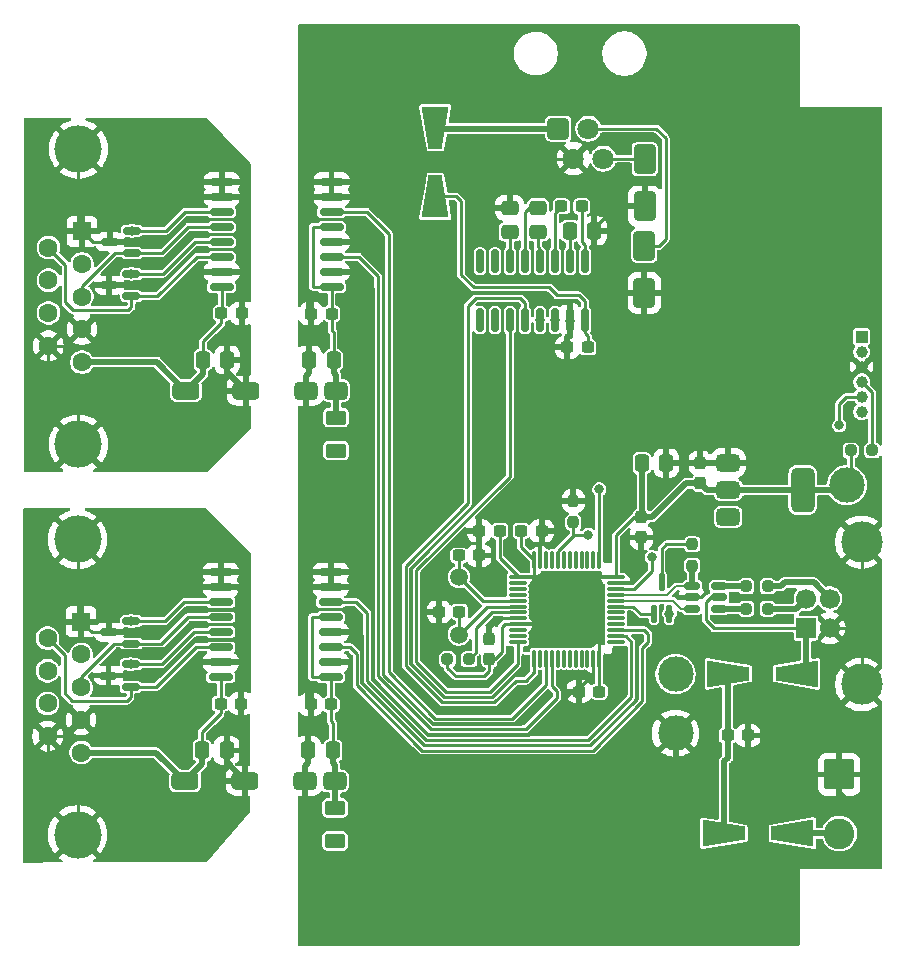
<source format=gbr>
%TF.GenerationSoftware,KiCad,Pcbnew,9.0.0*%
%TF.CreationDate,2025-04-04T18:35:25+03:00*%
%TF.ProjectId,encoder,656e636f-6465-4722-9e6b-696361645f70,rev?*%
%TF.SameCoordinates,Original*%
%TF.FileFunction,Copper,L1,Top*%
%TF.FilePolarity,Positive*%
%FSLAX46Y46*%
G04 Gerber Fmt 4.6, Leading zero omitted, Abs format (unit mm)*
G04 Created by KiCad (PCBNEW 9.0.0) date 2025-04-04 18:35:25*
%MOMM*%
%LPD*%
G01*
G04 APERTURE LIST*
G04 Aperture macros list*
%AMRoundRect*
0 Rectangle with rounded corners*
0 $1 Rounding radius*
0 $2 $3 $4 $5 $6 $7 $8 $9 X,Y pos of 4 corners*
0 Add a 4 corners polygon primitive as box body*
4,1,4,$2,$3,$4,$5,$6,$7,$8,$9,$2,$3,0*
0 Add four circle primitives for the rounded corners*
1,1,$1+$1,$2,$3*
1,1,$1+$1,$4,$5*
1,1,$1+$1,$6,$7*
1,1,$1+$1,$8,$9*
0 Add four rect primitives between the rounded corners*
20,1,$1+$1,$2,$3,$4,$5,0*
20,1,$1+$1,$4,$5,$6,$7,0*
20,1,$1+$1,$6,$7,$8,$9,0*
20,1,$1+$1,$8,$9,$2,$3,0*%
%AMOutline4P*
0 Free polygon, 4 corners , with rotation*
0 The origin of the aperture is its center*
0 number of corners: always 4*
0 $1 to $8 corner X, Y*
0 $9 Rotation angle, in degrees counterclockwise*
0 create outline with 4 corners*
4,1,4,$1,$2,$3,$4,$5,$6,$7,$8,$1,$2,$9*%
G04 Aperture macros list end*
%TA.AperFunction,SMDPad,CuDef*%
%ADD10RoundRect,0.237500X0.237500X-0.300000X0.237500X0.300000X-0.237500X0.300000X-0.237500X-0.300000X0*%
%TD*%
%TA.AperFunction,SMDPad,CuDef*%
%ADD11RoundRect,0.237500X-0.300000X-0.237500X0.300000X-0.237500X0.300000X0.237500X-0.300000X0.237500X0*%
%TD*%
%TA.AperFunction,ComponentPad*%
%ADD12C,3.000000*%
%TD*%
%TA.AperFunction,SMDPad,CuDef*%
%ADD13RoundRect,0.250000X-0.337500X-0.475000X0.337500X-0.475000X0.337500X0.475000X-0.337500X0.475000X0*%
%TD*%
%TA.AperFunction,SMDPad,CuDef*%
%ADD14RoundRect,0.150000X0.587500X0.150000X-0.587500X0.150000X-0.587500X-0.150000X0.587500X-0.150000X0*%
%TD*%
%TA.AperFunction,SMDPad,CuDef*%
%ADD15RoundRect,0.237500X0.300000X0.237500X-0.300000X0.237500X-0.300000X-0.237500X0.300000X-0.237500X0*%
%TD*%
%TA.AperFunction,SMDPad,CuDef*%
%ADD16RoundRect,0.375000X-0.625000X-0.375000X0.625000X-0.375000X0.625000X0.375000X-0.625000X0.375000X0*%
%TD*%
%TA.AperFunction,SMDPad,CuDef*%
%ADD17RoundRect,0.500000X-0.500000X-1.400000X0.500000X-1.400000X0.500000X1.400000X-0.500000X1.400000X0*%
%TD*%
%TA.AperFunction,SMDPad,CuDef*%
%ADD18RoundRect,0.237500X0.250000X0.237500X-0.250000X0.237500X-0.250000X-0.237500X0.250000X-0.237500X0*%
%TD*%
%TA.AperFunction,SMDPad,CuDef*%
%ADD19Outline4P,-1.800000X-1.150000X1.800000X-0.550000X1.800000X0.550000X-1.800000X1.150000X90.000000*%
%TD*%
%TA.AperFunction,SMDPad,CuDef*%
%ADD20Outline4P,-1.800000X-1.150000X1.800000X-0.550000X1.800000X0.550000X-1.800000X1.150000X270.000000*%
%TD*%
%TA.AperFunction,SMDPad,CuDef*%
%ADD21RoundRect,0.250000X0.475000X-0.337500X0.475000X0.337500X-0.475000X0.337500X-0.475000X-0.337500X0*%
%TD*%
%TA.AperFunction,SMDPad,CuDef*%
%ADD22RoundRect,0.150000X-0.512500X-0.150000X0.512500X-0.150000X0.512500X0.150000X-0.512500X0.150000X0*%
%TD*%
%TA.AperFunction,SMDPad,CuDef*%
%ADD23RoundRect,0.250000X0.625000X-0.375000X0.625000X0.375000X-0.625000X0.375000X-0.625000X-0.375000X0*%
%TD*%
%TA.AperFunction,SMDPad,CuDef*%
%ADD24RoundRect,0.237500X0.237500X-0.250000X0.237500X0.250000X-0.237500X0.250000X-0.237500X-0.250000X0*%
%TD*%
%TA.AperFunction,SMDPad,CuDef*%
%ADD25RoundRect,0.250000X0.650000X-1.000000X0.650000X1.000000X-0.650000X1.000000X-0.650000X-1.000000X0*%
%TD*%
%TA.AperFunction,SMDPad,CuDef*%
%ADD26RoundRect,0.150000X0.875000X0.150000X-0.875000X0.150000X-0.875000X-0.150000X0.875000X-0.150000X0*%
%TD*%
%TA.AperFunction,SMDPad,CuDef*%
%ADD27RoundRect,0.075000X-0.662500X-0.075000X0.662500X-0.075000X0.662500X0.075000X-0.662500X0.075000X0*%
%TD*%
%TA.AperFunction,SMDPad,CuDef*%
%ADD28RoundRect,0.075000X-0.075000X-0.662500X0.075000X-0.662500X0.075000X0.662500X-0.075000X0.662500X0*%
%TD*%
%TA.AperFunction,SMDPad,CuDef*%
%ADD29Outline4P,-1.800000X-1.150000X1.800000X-0.550000X1.800000X0.550000X-1.800000X1.150000X0.000000*%
%TD*%
%TA.AperFunction,SMDPad,CuDef*%
%ADD30Outline4P,-1.800000X-1.150000X1.800000X-0.550000X1.800000X0.550000X-1.800000X1.150000X180.000000*%
%TD*%
%TA.AperFunction,SMDPad,CuDef*%
%ADD31RoundRect,0.150000X-0.150000X0.825000X-0.150000X-0.825000X0.150000X-0.825000X0.150000X0.825000X0*%
%TD*%
%TA.AperFunction,ComponentPad*%
%ADD32R,1.000000X1.000000*%
%TD*%
%TA.AperFunction,ComponentPad*%
%ADD33C,1.000000*%
%TD*%
%TA.AperFunction,SMDPad,CuDef*%
%ADD34RoundRect,0.112500X-0.112500X-0.637500X0.112500X-0.637500X0.112500X0.637500X-0.112500X0.637500X0*%
%TD*%
%TA.AperFunction,SMDPad,CuDef*%
%ADD35RoundRect,0.250000X-0.475000X0.337500X-0.475000X-0.337500X0.475000X-0.337500X0.475000X0.337500X0*%
%TD*%
%TA.AperFunction,SMDPad,CuDef*%
%ADD36RoundRect,0.237500X-0.237500X0.300000X-0.237500X-0.300000X0.237500X-0.300000X0.237500X0.300000X0*%
%TD*%
%TA.AperFunction,SMDPad,CuDef*%
%ADD37RoundRect,0.250000X-0.650000X1.000000X-0.650000X-1.000000X0.650000X-1.000000X0.650000X1.000000X0*%
%TD*%
%TA.AperFunction,SMDPad,CuDef*%
%ADD38RoundRect,0.237500X-0.237500X0.250000X-0.237500X-0.250000X0.237500X-0.250000X0.237500X0.250000X0*%
%TD*%
%TA.AperFunction,ComponentPad*%
%ADD39RoundRect,0.250000X-0.650000X-0.650000X0.650000X-0.650000X0.650000X0.650000X-0.650000X0.650000X0*%
%TD*%
%TA.AperFunction,ComponentPad*%
%ADD40C,1.800000*%
%TD*%
%TA.AperFunction,ComponentPad*%
%ADD41C,1.500000*%
%TD*%
%TA.AperFunction,ComponentPad*%
%ADD42RoundRect,0.381000X0.619000X0.381000X-0.619000X0.381000X-0.619000X-0.381000X0.619000X-0.381000X0*%
%TD*%
%TA.AperFunction,ComponentPad*%
%ADD43RoundRect,0.381000X0.762000X0.381000X-0.762000X0.381000X-0.762000X-0.381000X0.762000X-0.381000X0*%
%TD*%
%TA.AperFunction,ComponentPad*%
%ADD44C,4.000000*%
%TD*%
%TA.AperFunction,ComponentPad*%
%ADD45R,1.600000X1.600000*%
%TD*%
%TA.AperFunction,ComponentPad*%
%ADD46C,1.600000*%
%TD*%
%TA.AperFunction,ComponentPad*%
%ADD47RoundRect,0.250000X-1.050000X1.050000X-1.050000X-1.050000X1.050000X-1.050000X1.050000X1.050000X0*%
%TD*%
%TA.AperFunction,ComponentPad*%
%ADD48C,2.600000*%
%TD*%
%TA.AperFunction,ComponentPad*%
%ADD49R,1.700000X1.700000*%
%TD*%
%TA.AperFunction,ComponentPad*%
%ADD50C,1.700000*%
%TD*%
%TA.AperFunction,ComponentPad*%
%ADD51C,3.500000*%
%TD*%
%TA.AperFunction,ViaPad*%
%ADD52C,0.800000*%
%TD*%
%TA.AperFunction,ViaPad*%
%ADD53C,1.000000*%
%TD*%
%TA.AperFunction,Conductor*%
%ADD54C,0.250000*%
%TD*%
%TA.AperFunction,Conductor*%
%ADD55C,0.500000*%
%TD*%
%TA.AperFunction,Conductor*%
%ADD56C,0.200000*%
%TD*%
G04 APERTURE END LIST*
D10*
%TO.P,C8,1*%
%TO.N,GND*%
X126593600Y-94435000D03*
%TO.P,C8,2*%
%TO.N,+3.3V*%
X126593600Y-92710000D03*
%TD*%
D11*
%TO.P,C11,1*%
%TO.N,GND*%
X98596400Y-108556000D03*
%TO.P,C11,2*%
%TO.N,/SSI_422_2/5Vloc6*%
X100321400Y-108556000D03*
%TD*%
D12*
%TO.P,TP2,1,1*%
%TO.N,GND*%
X129500000Y-111000000D03*
%TD*%
D13*
%TO.P,C23,1*%
%TO.N,/SSI_422_1/5viso6*%
X89481000Y-79409200D03*
%TO.P,C23,2*%
%TO.N,/SSI_422_1/gndi6*%
X91556000Y-79409200D03*
%TD*%
D14*
%TO.P,D9,1,A1*%
%TO.N,/SSI_422_1/Z422*%
X83485100Y-70359100D03*
%TO.P,D9,2,A2*%
%TO.N,/SSI_422_1/Y422*%
X83485100Y-68459100D03*
%TO.P,D9,3,common*%
%TO.N,/SSI_422_1/gndi6*%
X81610100Y-69409100D03*
%TD*%
D15*
%TO.P,C5,1*%
%TO.N,/OSCOUT*%
X111200100Y-100736400D03*
%TO.P,C5,2*%
%TO.N,GND*%
X109475100Y-100736400D03*
%TD*%
D16*
%TO.P,U1,1,GND*%
%TO.N,GND*%
X133959600Y-88110000D03*
%TO.P,U1,2,VO*%
%TO.N,+3.3V*%
X133959600Y-90410000D03*
D17*
X140259600Y-90410000D03*
D16*
%TO.P,U1,3,VI*%
%TO.N,+5V*%
X133959600Y-92710000D03*
%TD*%
D18*
%TO.P,R3,1*%
%TO.N,Net-(J3-Pin_4)*%
X146151600Y-87071200D03*
%TO.P,R3,2*%
%TO.N,+3.3V*%
X144326600Y-87071200D03*
%TD*%
D10*
%TO.P,C2,1*%
%TO.N,+3.3V*%
X131572800Y-89849000D03*
%TO.P,C2,2*%
%TO.N,GND*%
X131572800Y-88124000D03*
%TD*%
D19*
%TO.P,D7,1,K*%
%TO.N,+5V*%
X109169600Y-65553800D03*
D20*
%TO.P,D7,2,A*%
%TO.N,Net-(D7-A)*%
X109169600Y-59753800D03*
%TD*%
D21*
%TO.P,C17,1*%
%TO.N,Net-(U5-C2+)*%
X117847600Y-68583200D03*
%TO.P,C17,2*%
%TO.N,Net-(U5-C2-)*%
X117847600Y-66508200D03*
%TD*%
D12*
%TO.P,TP1,1,1*%
%TO.N,+5V*%
X129500000Y-106000000D03*
%TD*%
D22*
%TO.P,U2,1,I/O1*%
%TO.N,/USB_DP*%
X130911600Y-98567200D03*
%TO.P,U2,2,GND*%
%TO.N,GND*%
X130911600Y-99517200D03*
%TO.P,U2,3,I/O2*%
%TO.N,/USB_DM*%
X130911600Y-100467200D03*
%TO.P,U2,4,I/O2*%
%TO.N,Net-(R2-Pad2)*%
X133186600Y-100467200D03*
%TO.P,U2,5,VBUS*%
%TO.N,/VB*%
X133186600Y-99517200D03*
%TO.P,U2,6,I/O1*%
%TO.N,Net-(R1-Pad2)*%
X133186600Y-98567200D03*
%TD*%
D23*
%TO.P,F1,1*%
%TO.N,+5V*%
X100679200Y-120138400D03*
%TO.P,F1,2*%
%TO.N,/SSI_422_2/5Vloc6*%
X100679200Y-117338400D03*
%TD*%
%TO.P,F2,1*%
%TO.N,+5V*%
X100750800Y-87080000D03*
%TO.P,F2,2*%
%TO.N,/SSI_422_1/5Vloc6*%
X100750800Y-84280000D03*
%TD*%
D11*
%TO.P,C4,1*%
%TO.N,/OSCIN*%
X111152600Y-95961200D03*
%TO.P,C4,2*%
%TO.N,GND*%
X112877600Y-95961200D03*
%TD*%
D15*
%TO.P,C15,1*%
%TO.N,Net-(U5-C1+)*%
X121556000Y-66398800D03*
%TO.P,C15,2*%
%TO.N,Net-(U5-C1-)*%
X119831000Y-66398800D03*
%TD*%
D24*
%TO.P,R6,1*%
%TO.N,/boot*%
X120853200Y-93163400D03*
%TO.P,R6,2*%
%TO.N,GND*%
X120853200Y-91338400D03*
%TD*%
D11*
%TO.P,C9,1*%
%TO.N,GND*%
X121311500Y-107492800D03*
%TO.P,C9,2*%
%TO.N,+3.3V*%
X123036500Y-107492800D03*
%TD*%
D25*
%TO.P,D5,1,A1*%
%TO.N,GND*%
X126848000Y-73728200D03*
%TO.P,D5,2,A2*%
%TO.N,/RS-232_1/Tx*%
X126848000Y-69728200D03*
%TD*%
D26*
%TO.P,U6,1,Vcc1*%
%TO.N,/SSI_422_1/5Vloc6*%
X100371600Y-73211600D03*
%TO.P,U6,2,GND1*%
%TO.N,GND*%
X100371600Y-71941600D03*
%TO.P,U6,3,R*%
%TO.N,/MISO1*%
X100371600Y-70671600D03*
%TO.P,U6,4,~{RE}*%
%TO.N,GND*%
X100371600Y-69401600D03*
%TO.P,U6,5,DE*%
%TO.N,/SSI_422_1/5Vloc6*%
X100371600Y-68131600D03*
%TO.P,U6,6,D*%
%TO.N,/SCK1*%
X100371600Y-66861600D03*
%TO.P,U6,7,GND1*%
%TO.N,GND*%
X100371600Y-65591600D03*
%TO.P,U6,8,GND1*%
X100371600Y-64321600D03*
%TO.P,U6,9,GND2*%
%TO.N,/SSI_422_1/gndi6*%
X91071600Y-64321600D03*
%TO.P,U6,10,GND2*%
X91071600Y-65591600D03*
%TO.P,U6,11,Y*%
%TO.N,/SSI_422_1/Y422*%
X91071600Y-66861600D03*
%TO.P,U6,12,Z*%
%TO.N,/SSI_422_1/Z422*%
X91071600Y-68131600D03*
%TO.P,U6,13,B*%
%TO.N,/SSI_422_1/B422*%
X91071600Y-69401600D03*
%TO.P,U6,14,A*%
%TO.N,/SSI_422_1/A422*%
X91071600Y-70671600D03*
%TO.P,U6,15,GND2*%
%TO.N,/SSI_422_1/gndi6*%
X91071600Y-71941600D03*
%TO.P,U6,16,Vcc2*%
%TO.N,/SSI_422_1/5viso6*%
X91071600Y-73211600D03*
%TD*%
D11*
%TO.P,C7,1*%
%TO.N,GND*%
X112878700Y-93878400D03*
%TO.P,C7,2*%
%TO.N,+3.3V*%
X114603700Y-93878400D03*
%TD*%
%TO.P,C1,1*%
%TO.N,+5V*%
X133911000Y-111201200D03*
%TO.P,C1,2*%
%TO.N,GND*%
X135636000Y-111201200D03*
%TD*%
D12*
%TO.P,TP3,1,1*%
%TO.N,+3.3V*%
X144000000Y-90000000D03*
%TD*%
D13*
%TO.P,C14,1*%
%TO.N,/SSI_422_2/5viso6*%
X89409400Y-112467600D03*
%TO.P,C14,2*%
%TO.N,/SSI_422_2/gndi6*%
X91484400Y-112467600D03*
%TD*%
D27*
%TO.P,U3,1,VBAT*%
%TO.N,+3.3V*%
X116128800Y-97783200D03*
%TO.P,U3,2,PC13*%
%TO.N,unconnected-(U3-PC13-Pad2)*%
X116128800Y-98283200D03*
%TO.P,U3,3,PC14*%
%TO.N,unconnected-(U3-PC14-Pad3)*%
X116128800Y-98783200D03*
%TO.P,U3,4,PC15*%
%TO.N,unconnected-(U3-PC15-Pad4)*%
X116128800Y-99283200D03*
%TO.P,U3,5,RCC_OSC_IN*%
%TO.N,/OSCIN*%
X116128800Y-99783200D03*
%TO.P,U3,6,RCC_OSC_OUT*%
%TO.N,/OSCOUT*%
X116128800Y-100283200D03*
%TO.P,U3,7,NRST*%
%TO.N,/rst*%
X116128800Y-100783200D03*
%TO.P,U3,8,VSSA*%
%TO.N,GND*%
X116128800Y-101283200D03*
%TO.P,U3,9,VDDA*%
%TO.N,+3.3V*%
X116128800Y-101783200D03*
%TO.P,U3,10,PA0*%
%TO.N,unconnected-(U3-PA0-Pad10)*%
X116128800Y-102283200D03*
%TO.P,U3,11,PA1*%
%TO.N,unconnected-(U3-PA1-Pad11)*%
X116128800Y-102783200D03*
%TO.P,U3,12,USART2_TX*%
%TO.N,/232Tx*%
X116128800Y-103283200D03*
D28*
%TO.P,U3,13,USART2_RX*%
%TO.N,/232Rx*%
X117541300Y-104695700D03*
%TO.P,U3,14,PA4*%
%TO.N,unconnected-(U3-PA4-Pad14)*%
X118041300Y-104695700D03*
%TO.P,U3,15,SPI1_SCK*%
%TO.N,/SCK1*%
X118541300Y-104695700D03*
%TO.P,U3,16,SPI1_MISO*%
%TO.N,/MISO1*%
X119041300Y-104695700D03*
%TO.P,U3,17,PA7*%
%TO.N,unconnected-(U3-PA7-Pad17)*%
X119541300Y-104695700D03*
%TO.P,U3,18,PB0*%
%TO.N,unconnected-(U3-PB0-Pad18)*%
X120041300Y-104695700D03*
%TO.P,U3,19,PB1*%
%TO.N,unconnected-(U3-PB1-Pad19)*%
X120541300Y-104695700D03*
%TO.P,U3,20,PB2*%
%TO.N,unconnected-(U3-PB2-Pad20)*%
X121041300Y-104695700D03*
%TO.P,U3,21,PB10*%
%TO.N,unconnected-(U3-PB10-Pad21)*%
X121541300Y-104695700D03*
%TO.P,U3,22,PB11*%
%TO.N,unconnected-(U3-PB11-Pad22)*%
X122041300Y-104695700D03*
%TO.P,U3,23,VSS*%
%TO.N,GND*%
X122541300Y-104695700D03*
%TO.P,U3,24,VDD*%
%TO.N,+3.3V*%
X123041300Y-104695700D03*
D27*
%TO.P,U3,25,PB12*%
%TO.N,unconnected-(U3-PB12-Pad25)*%
X124453800Y-103283200D03*
%TO.P,U3,26,SPI2_SCK*%
%TO.N,/SCK2*%
X124453800Y-102783200D03*
%TO.P,U3,27,SPI2_MISO*%
%TO.N,/MISO2*%
X124453800Y-102283200D03*
%TO.P,U3,28,PB15*%
%TO.N,unconnected-(U3-PB15-Pad28)*%
X124453800Y-101783200D03*
%TO.P,U3,29,PA8*%
%TO.N,unconnected-(U3-PA8-Pad29)*%
X124453800Y-101283200D03*
%TO.P,U3,30,PA9*%
%TO.N,unconnected-(U3-PA9-Pad30)*%
X124453800Y-100783200D03*
%TO.P,U3,31,PA10*%
%TO.N,/USB_pullup*%
X124453800Y-100283200D03*
%TO.P,U3,32,USB_DM*%
%TO.N,/USB_DM*%
X124453800Y-99783200D03*
%TO.P,U3,33,USB_DP*%
%TO.N,/USB_DP*%
X124453800Y-99283200D03*
%TO.P,U3,34,SYS_JTMS-SWDIO*%
%TO.N,/SWDIO*%
X124453800Y-98783200D03*
%TO.P,U3,35,VSS*%
%TO.N,GND*%
X124453800Y-98283200D03*
%TO.P,U3,36,VDD*%
%TO.N,+3.3V*%
X124453800Y-97783200D03*
D28*
%TO.P,U3,37,SYS_JTCK-SWCLK*%
%TO.N,/SWCLK*%
X123041300Y-96370700D03*
%TO.P,U3,38,PA15*%
%TO.N,unconnected-(U3-PA15-Pad38)*%
X122541300Y-96370700D03*
%TO.P,U3,39,PB3*%
%TO.N,unconnected-(U3-PB3-Pad39)*%
X122041300Y-96370700D03*
%TO.P,U3,40,PB4*%
%TO.N,unconnected-(U3-PB4-Pad40)*%
X121541300Y-96370700D03*
%TO.P,U3,41,PB5*%
%TO.N,unconnected-(U3-PB5-Pad41)*%
X121041300Y-96370700D03*
%TO.P,U3,42,PB6*%
%TO.N,unconnected-(U3-PB6-Pad42)*%
X120541300Y-96370700D03*
%TO.P,U3,43,PB7*%
%TO.N,unconnected-(U3-PB7-Pad43)*%
X120041300Y-96370700D03*
%TO.P,U3,44,BOOT0*%
%TO.N,/boot*%
X119541300Y-96370700D03*
%TO.P,U3,45,PB8*%
%TO.N,unconnected-(U3-PB8-Pad45)*%
X119041300Y-96370700D03*
%TO.P,U3,46,PB9*%
%TO.N,unconnected-(U3-PB9-Pad46)*%
X118541300Y-96370700D03*
%TO.P,U3,47,VSS*%
%TO.N,GND*%
X118041300Y-96370700D03*
%TO.P,U3,48,VDD*%
%TO.N,+3.3V*%
X117541300Y-96370700D03*
%TD*%
D29*
%TO.P,D1,1,K*%
%TO.N,+5V*%
X133950800Y-105968800D03*
D30*
%TO.P,D1,2,A*%
%TO.N,/VB*%
X139750800Y-105968800D03*
%TD*%
D26*
%TO.P,U4,1,Vcc1*%
%TO.N,/SSI_422_2/5Vloc6*%
X100300000Y-106270000D03*
%TO.P,U4,2,GND1*%
%TO.N,GND*%
X100300000Y-105000000D03*
%TO.P,U4,3,R*%
%TO.N,/MISO2*%
X100300000Y-103730000D03*
%TO.P,U4,4,~{RE}*%
%TO.N,GND*%
X100300000Y-102460000D03*
%TO.P,U4,5,DE*%
%TO.N,/SSI_422_2/5Vloc6*%
X100300000Y-101190000D03*
%TO.P,U4,6,D*%
%TO.N,/SCK2*%
X100300000Y-99920000D03*
%TO.P,U4,7,GND1*%
%TO.N,GND*%
X100300000Y-98650000D03*
%TO.P,U4,8,GND1*%
X100300000Y-97380000D03*
%TO.P,U4,9,GND2*%
%TO.N,/SSI_422_2/gndi6*%
X91000000Y-97380000D03*
%TO.P,U4,10,GND2*%
X91000000Y-98650000D03*
%TO.P,U4,11,Y*%
%TO.N,/SSI_422_2/Y422*%
X91000000Y-99920000D03*
%TO.P,U4,12,Z*%
%TO.N,/SSI_422_2/Z422*%
X91000000Y-101190000D03*
%TO.P,U4,13,B*%
%TO.N,/SSI_422_2/B422*%
X91000000Y-102460000D03*
%TO.P,U4,14,A*%
%TO.N,/SSI_422_2/A422*%
X91000000Y-103730000D03*
%TO.P,U4,15,GND2*%
%TO.N,/SSI_422_2/gndi6*%
X91000000Y-105000000D03*
%TO.P,U4,16,Vcc2*%
%TO.N,/SSI_422_2/5viso6*%
X91000000Y-106270000D03*
%TD*%
D31*
%TO.P,U5,1,C1+*%
%TO.N,Net-(U5-C1+)*%
X121810000Y-71050000D03*
%TO.P,U5,2,VS+*%
%TO.N,Net-(U5-VS+)*%
X120540000Y-71050000D03*
%TO.P,U5,3,C1-*%
%TO.N,Net-(U5-C1-)*%
X119270000Y-71050000D03*
%TO.P,U5,4,C2+*%
%TO.N,Net-(U5-C2+)*%
X118000000Y-71050000D03*
%TO.P,U5,5,C2-*%
%TO.N,Net-(U5-C2-)*%
X116730000Y-71050000D03*
%TO.P,U5,6,VS-*%
%TO.N,Net-(U5-VS-)*%
X115460000Y-71050000D03*
%TO.P,U5,7,T2OUT*%
%TO.N,unconnected-(U5-T2OUT-Pad7)*%
X114190000Y-71050000D03*
%TO.P,U5,8,R2IN*%
%TO.N,unconnected-(U5-R2IN-Pad8)*%
X112920000Y-71050000D03*
%TO.P,U5,9,R2OUT*%
%TO.N,unconnected-(U5-R2OUT-Pad9)*%
X112920000Y-76000000D03*
%TO.P,U5,10,T2IN*%
%TO.N,unconnected-(U5-T2IN-Pad10)*%
X114190000Y-76000000D03*
%TO.P,U5,11,T1IN*%
%TO.N,/232Tx*%
X115460000Y-76000000D03*
%TO.P,U5,12,R1OUT*%
%TO.N,/232Rx*%
X116730000Y-76000000D03*
%TO.P,U5,13,R1IN*%
%TO.N,/RS-232_1/Rx*%
X118000000Y-76000000D03*
%TO.P,U5,14,T1OUT*%
%TO.N,/RS-232_1/Tx*%
X119270000Y-76000000D03*
%TO.P,U5,15,GND*%
%TO.N,GND*%
X120540000Y-76000000D03*
%TO.P,U5,16,VCC*%
%TO.N,+5V*%
X121810000Y-76000000D03*
%TD*%
D13*
%TO.P,C18,1*%
%TO.N,Net-(U5-VS+)*%
X120540000Y-68481600D03*
%TO.P,C18,2*%
%TO.N,GND*%
X122615000Y-68481600D03*
%TD*%
D32*
%TO.P,J3,1,Pin_1*%
%TO.N,/SWCLK*%
X145246400Y-77435400D03*
D33*
%TO.P,J3,2,Pin_2*%
%TO.N,/SWDIO*%
X145246400Y-78705400D03*
%TO.P,J3,3,Pin_3*%
%TO.N,GND*%
X145246400Y-79975400D03*
%TO.P,J3,4,Pin_4*%
%TO.N,Net-(J3-Pin_4)*%
X145246400Y-81245400D03*
%TO.P,J3,5,Pin_5*%
%TO.N,/boot*%
X145246400Y-82515400D03*
%TO.P,J3,6,Pin_6*%
%TO.N,/rst*%
X145246400Y-83785400D03*
%TD*%
D18*
%TO.P,R1,1*%
%TO.N,Net-(J2-D+)*%
X137308600Y-98552000D03*
%TO.P,R1,2*%
%TO.N,Net-(R1-Pad2)*%
X135483600Y-98552000D03*
%TD*%
D15*
%TO.P,C10,1*%
%TO.N,GND*%
X118159700Y-93878400D03*
%TO.P,C10,2*%
%TO.N,+3.3V*%
X116434700Y-93878400D03*
%TD*%
D13*
%TO.P,C3,1*%
%TO.N,+3.3V*%
X126644400Y-88138000D03*
%TO.P,C3,2*%
%TO.N,GND*%
X128719400Y-88138000D03*
%TD*%
D29*
%TO.P,D2,1,K*%
%TO.N,+5V*%
X133595200Y-119481600D03*
D30*
%TO.P,D2,2,A*%
%TO.N,Net-(D2-A)*%
X139395200Y-119481600D03*
%TD*%
D34*
%TO.P,Q1,1,B*%
%TO.N,/USB_pullup*%
X127670800Y-100898000D03*
%TO.P,Q1,2,E*%
%TO.N,+3.3V*%
X128970800Y-100898000D03*
%TO.P,Q1,3,C*%
%TO.N,Net-(Q1-C)*%
X128320800Y-98238000D03*
%TD*%
D35*
%TO.P,C19,1*%
%TO.N,GND*%
X115460000Y-66508200D03*
%TO.P,C19,2*%
%TO.N,Net-(U5-VS-)*%
X115460000Y-68583200D03*
%TD*%
D15*
%TO.P,C21,1*%
%TO.N,/SSI_422_1/gndi6*%
X92775200Y-75446800D03*
%TO.P,C21,2*%
%TO.N,/SSI_422_1/5viso6*%
X91050200Y-75446800D03*
%TD*%
D36*
%TO.P,C6,1*%
%TO.N,GND*%
X113741200Y-102997000D03*
%TO.P,C6,2*%
%TO.N,+3.3V*%
X113741200Y-104722000D03*
%TD*%
D14*
%TO.P,D8,1,A1*%
%TO.N,/SSI_422_1/A422*%
X83434300Y-74016700D03*
%TO.P,D8,2,A2*%
%TO.N,/SSI_422_1/B422*%
X83434300Y-72116700D03*
%TO.P,D8,3,common*%
%TO.N,/SSI_422_1/gndi6*%
X81559300Y-73066700D03*
%TD*%
D13*
%TO.P,C13,1*%
%TO.N,GND*%
X98401000Y-112467600D03*
%TO.P,C13,2*%
%TO.N,/SSI_422_2/5Vloc6*%
X100476000Y-112467600D03*
%TD*%
D14*
%TO.P,D4,1,A1*%
%TO.N,/SSI_422_2/Z422*%
X83413500Y-103417500D03*
%TO.P,D4,2,A2*%
%TO.N,/SSI_422_2/Y422*%
X83413500Y-101517500D03*
%TO.P,D4,3,common*%
%TO.N,/SSI_422_2/gndi6*%
X81538500Y-102467500D03*
%TD*%
D18*
%TO.P,R2,1*%
%TO.N,Net-(J2-D-)*%
X137310500Y-100482400D03*
%TO.P,R2,2*%
%TO.N,Net-(R2-Pad2)*%
X135485500Y-100482400D03*
%TD*%
D13*
%TO.P,C22,1*%
%TO.N,GND*%
X98472600Y-79409200D03*
%TO.P,C22,2*%
%TO.N,/SSI_422_1/5Vloc6*%
X100547600Y-79409200D03*
%TD*%
D14*
%TO.P,D3,1,A1*%
%TO.N,/SSI_422_2/A422*%
X83362700Y-107075100D03*
%TO.P,D3,2,A2*%
%TO.N,/SSI_422_2/B422*%
X83362700Y-105175100D03*
%TO.P,D3,3,common*%
%TO.N,/SSI_422_2/gndi6*%
X81487700Y-106125100D03*
%TD*%
D37*
%TO.P,D6,1,A1*%
%TO.N,/RS-232_1/Rx*%
X126898800Y-62399800D03*
%TO.P,D6,2,A2*%
%TO.N,GND*%
X126898800Y-66399800D03*
%TD*%
D11*
%TO.P,C20,1*%
%TO.N,GND*%
X98668000Y-75497600D03*
%TO.P,C20,2*%
%TO.N,/SSI_422_1/5Vloc6*%
X100393000Y-75497600D03*
%TD*%
D15*
%TO.P,C16,1*%
%TO.N,+5V*%
X122064000Y-78336800D03*
%TO.P,C16,2*%
%TO.N,GND*%
X120339000Y-78336800D03*
%TD*%
D38*
%TO.P,R4,1*%
%TO.N,Net-(Q1-C)*%
X130911600Y-94999800D03*
%TO.P,R4,2*%
%TO.N,/USB_DP*%
X130911600Y-96824800D03*
%TD*%
D15*
%TO.P,C12,1*%
%TO.N,/SSI_422_2/gndi6*%
X92703600Y-108505200D03*
%TO.P,C12,2*%
%TO.N,/SSI_422_2/5viso6*%
X90978600Y-108505200D03*
%TD*%
D18*
%TO.P,R5,1*%
%TO.N,/rst*%
X112014000Y-104749600D03*
%TO.P,R5,2*%
%TO.N,+3.3V*%
X110189000Y-104749600D03*
%TD*%
D39*
%TO.P,J9,1*%
%TO.N,Net-(D7-A)*%
X119583600Y-59809000D03*
D40*
%TO.P,J9,2*%
%TO.N,GND*%
X120853600Y-62349000D03*
%TO.P,J9,3*%
%TO.N,/RS-232_1/Tx*%
X122123600Y-59809000D03*
%TO.P,J9,4*%
%TO.N,/RS-232_1/Rx*%
X123393600Y-62349000D03*
%TD*%
D41*
%TO.P,Y1,1,1*%
%TO.N,/OSCIN*%
X111157400Y-97780000D03*
%TO.P,Y1,2,2*%
%TO.N,/OSCOUT*%
X111157400Y-102660000D03*
%TD*%
D42*
%TO.P,Q3,1,Vin*%
%TO.N,/SSI_422_1/5Vloc6*%
X100750800Y-82000000D03*
%TO.P,Q3,2,GND*%
%TO.N,GND*%
X98210800Y-82000000D03*
D43*
%TO.P,Q3,4,0V*%
%TO.N,/SSI_422_1/gndi6*%
X93130800Y-82000000D03*
%TO.P,Q3,6,+Vo*%
%TO.N,/SSI_422_1/5viso6*%
X88050800Y-82000000D03*
%TD*%
D42*
%TO.P,Q2,1,Vin*%
%TO.N,/SSI_422_2/5Vloc6*%
X100679200Y-115058400D03*
%TO.P,Q2,2,GND*%
%TO.N,GND*%
X98139200Y-115058400D03*
D43*
%TO.P,Q2,4,0V*%
%TO.N,/SSI_422_2/gndi6*%
X93059200Y-115058400D03*
%TO.P,Q2,6,+Vo*%
%TO.N,/SSI_422_2/5viso6*%
X87979200Y-115058400D03*
%TD*%
D44*
%TO.P,J8,0,PAD*%
%TO.N,/SSI_422_2/gndi6*%
X78870900Y-119604300D03*
X78870900Y-94604300D03*
D45*
%TO.P,J8,1,1*%
X79170900Y-101564300D03*
D46*
%TO.P,J8,2,2*%
%TO.N,/SSI_422_2/Y422*%
X79170900Y-104334300D03*
%TO.P,J8,3,3*%
%TO.N,/SSI_422_2/Z422*%
X79170900Y-107104300D03*
%TO.P,J8,4,4*%
%TO.N,/SSI_422_2/gndi6*%
X79170900Y-109874300D03*
%TO.P,J8,5,5*%
%TO.N,/SSI_422_2/5viso6*%
X79170900Y-112644300D03*
%TO.P,J8,6,6*%
%TO.N,/SSI_422_2/A422*%
X76330900Y-102949300D03*
%TO.P,J8,7,7*%
%TO.N,/SSI_422_2/B422*%
X76330900Y-105719300D03*
%TO.P,J8,8,8*%
%TO.N,unconnected-(J8-Pad8)*%
X76330900Y-108489300D03*
%TO.P,J8,9,9*%
%TO.N,/SSI_422_2/gndi6*%
X76330900Y-111259300D03*
%TD*%
D47*
%TO.P,J1,1,Pin_1*%
%TO.N,GND*%
X143357600Y-114500000D03*
D48*
%TO.P,J1,2,Pin_2*%
%TO.N,Net-(D2-A)*%
X143357600Y-119500000D03*
%TD*%
D44*
%TO.P,J10,0,PAD*%
%TO.N,/SSI_422_1/gndi6*%
X78942500Y-86545900D03*
X78942500Y-61545900D03*
D45*
%TO.P,J10,1,1*%
X79242500Y-68505900D03*
D46*
%TO.P,J10,2,2*%
%TO.N,/SSI_422_1/Y422*%
X79242500Y-71275900D03*
%TO.P,J10,3,3*%
%TO.N,/SSI_422_1/Z422*%
X79242500Y-74045900D03*
%TO.P,J10,4,4*%
%TO.N,/SSI_422_1/gndi6*%
X79242500Y-76815900D03*
%TO.P,J10,5,5*%
%TO.N,/SSI_422_1/5viso6*%
X79242500Y-79585900D03*
%TO.P,J10,6,6*%
%TO.N,/SSI_422_1/A422*%
X76402500Y-69890900D03*
%TO.P,J10,7,7*%
%TO.N,/SSI_422_1/B422*%
X76402500Y-72660900D03*
%TO.P,J10,8,8*%
%TO.N,unconnected-(J10-Pad8)*%
X76402500Y-75430900D03*
%TO.P,J10,9,9*%
%TO.N,/SSI_422_1/gndi6*%
X76402500Y-78200900D03*
%TD*%
D49*
%TO.P,J2,1,VBUS*%
%TO.N,/VB*%
X140544800Y-102108000D03*
D50*
%TO.P,J2,2,D-*%
%TO.N,Net-(J2-D-)*%
X140544800Y-99608000D03*
%TO.P,J2,3,D+*%
%TO.N,Net-(J2-D+)*%
X142544800Y-99608000D03*
%TO.P,J2,4,GND*%
%TO.N,GND*%
X142544800Y-102108000D03*
D51*
%TO.P,J2,5,Shield*%
X145254800Y-94838000D03*
X145254800Y-106878000D03*
%TD*%
D52*
%TO.N,GND*%
X120540000Y-76098400D03*
X112369600Y-69088000D03*
X121310400Y-72796400D03*
X122834400Y-70967600D03*
X122834400Y-73812400D03*
X114655600Y-58674000D03*
X114604800Y-60909200D03*
X108102400Y-69138800D03*
X110236000Y-69138800D03*
X106832400Y-82854800D03*
X106832400Y-86106000D03*
X103124000Y-98650000D03*
X103174800Y-86055200D03*
X103174800Y-87921200D03*
X132892800Y-109372400D03*
X134874000Y-109372400D03*
X132892800Y-96723200D03*
X134874000Y-96723200D03*
X132943600Y-103174800D03*
X134924800Y-103174800D03*
X139500000Y-104000000D03*
%TO.N,/boot*%
X143357600Y-84937600D03*
%TO.N,GND*%
X103428800Y-113284000D03*
X105308400Y-113233200D03*
X103378000Y-111353600D03*
X105308400Y-111353600D03*
X109067600Y-102311200D03*
X128066800Y-102971600D03*
X118516400Y-78384400D03*
X113741200Y-102997000D03*
X118710606Y-107745046D03*
X117683263Y-106720363D03*
X116535200Y-105816400D03*
X114096800Y-77927200D03*
X126593600Y-94435000D03*
X126440621Y-103008200D03*
D53*
%TO.N,+5V*%
X100750800Y-87080000D03*
X133908800Y-105968800D03*
X133959600Y-92710000D03*
X100679200Y-120138400D03*
X109169600Y-65553800D03*
D52*
%TO.N,+3.3V*%
X121183400Y-100863400D03*
X128981200Y-100888800D03*
%TO.N,/boot*%
X122123200Y-94234000D03*
%TO.N,/rst*%
X112014000Y-104749600D03*
%TO.N,/SSI_422_2/gndi6*%
X81487700Y-106125100D03*
%TO.N,/SSI_422_1/gndi6*%
X81559300Y-73066700D03*
%TO.N,/SSI_422_2/B422*%
X83362700Y-105175100D03*
%TO.N,/SSI_422_2/Y422*%
X83413500Y-101517500D03*
%TO.N,/RS-232_1/Tx*%
X119270000Y-76000000D03*
X126848000Y-69728200D03*
%TO.N,/RS-232_1/Rx*%
X126898800Y-62399800D03*
X118000000Y-76000000D03*
%TO.N,/SSI_422_1/B422*%
X83434300Y-72116700D03*
%TO.N,/SSI_422_1/Y422*%
X83485100Y-68459100D03*
%TO.N,/SWDIO*%
X127508000Y-96113600D03*
%TO.N,/SWCLK*%
X123037600Y-90373200D03*
%TD*%
D54*
%TO.N,GND*%
X120540000Y-76000000D02*
X120540000Y-76098400D01*
X111963200Y-69494400D02*
X112369600Y-69088000D01*
X119227600Y-72593200D02*
X112522000Y-72593200D01*
X111963200Y-72034400D02*
X111963200Y-69494400D01*
X121310400Y-72796400D02*
X119430800Y-72796400D01*
X119430800Y-72796400D02*
X119227600Y-72593200D01*
X112522000Y-72593200D02*
X111963200Y-72034400D01*
%TO.N,+5V*%
X109169600Y-65553800D02*
X110918200Y-65553800D01*
X110918200Y-65553800D02*
X111319700Y-65955300D01*
X118799700Y-73266000D02*
X119447700Y-73914000D01*
X121810000Y-74413600D02*
X121810000Y-76000000D01*
X111319700Y-65955300D02*
X111319700Y-72186800D01*
X111319700Y-72186800D02*
X112398900Y-73266000D01*
X121310400Y-73914000D02*
X121810000Y-74413600D01*
X112398900Y-73266000D02*
X118799700Y-73266000D01*
X119447700Y-73914000D02*
X121310400Y-73914000D01*
%TO.N,GND*%
X120540000Y-74582800D02*
X119134400Y-74582800D01*
X120540000Y-76000000D02*
X120540000Y-74582800D01*
X119134400Y-74582800D02*
X118268600Y-73717000D01*
X107435800Y-73717000D02*
X106832400Y-74320400D01*
X106832400Y-85801200D02*
X106832400Y-74320400D01*
X118268600Y-73717000D02*
X107435800Y-73717000D01*
X122326400Y-73812400D02*
X121310400Y-72796400D01*
X122834400Y-73812400D02*
X122326400Y-73812400D01*
X122834400Y-73812400D02*
X122834400Y-70967600D01*
X122918600Y-73728200D02*
X122834400Y-73812400D01*
X124422800Y-73728200D02*
X122918600Y-73728200D01*
X114604800Y-60909200D02*
X114604800Y-63280600D01*
X114604800Y-63280600D02*
X115460000Y-64135800D01*
X114655600Y-58674000D02*
X114655600Y-57251600D01*
X114655600Y-57251600D02*
X113944400Y-56540400D01*
X113944400Y-56540400D02*
X107289600Y-56540400D01*
X107289600Y-56540400D02*
X103225600Y-60604400D01*
X103225600Y-60604400D02*
X103225600Y-64321600D01*
X120853600Y-62349000D02*
X117398800Y-62349000D01*
X105672800Y-64321600D02*
X103225600Y-64321600D01*
X110236000Y-69138800D02*
X108102400Y-69138800D01*
X106832400Y-86106000D02*
X106849241Y-86089159D01*
X106849241Y-86089159D02*
X106849241Y-85818041D01*
X106832400Y-74320400D02*
X106832400Y-68275200D01*
X106849241Y-85818041D02*
X106832400Y-85801200D01*
X106832400Y-68275200D02*
X106324400Y-67767200D01*
X106324400Y-67767200D02*
X106324400Y-64973200D01*
X106324400Y-64973200D02*
X105672800Y-64321600D01*
X103225600Y-64321600D02*
X100371600Y-64321600D01*
X100300000Y-98650000D02*
X103124000Y-98650000D01*
X103174800Y-87921200D02*
X103174800Y-86055200D01*
X103174800Y-88087200D02*
X103174800Y-87921200D01*
X101555643Y-89706357D02*
X103174800Y-88087200D01*
X98210800Y-86361514D02*
X101555643Y-89706357D01*
X114352430Y-108845800D02*
X109523170Y-108845800D01*
X109523170Y-108845800D02*
X106190600Y-105513230D01*
X117683263Y-106720363D02*
X117304511Y-107099115D01*
X117304511Y-107099115D02*
X117234796Y-107029400D01*
X117234796Y-107029400D02*
X116168830Y-107029400D01*
X116168830Y-107029400D02*
X114352430Y-108845800D01*
X106190600Y-105513230D02*
X106190600Y-95910400D01*
X135636000Y-111201200D02*
X135636000Y-110134400D01*
X135636000Y-110134400D02*
X134874000Y-109372400D01*
X132892800Y-109372400D02*
X131127600Y-109372400D01*
X131127600Y-109372400D02*
X129500000Y-111000000D01*
X132892800Y-96723200D02*
X131978400Y-96723200D01*
X145254800Y-94838000D02*
X143369600Y-96723200D01*
X143369600Y-96723200D02*
X134874000Y-96723200D01*
X134924800Y-103174800D02*
X132943600Y-103174800D01*
D55*
X130999800Y-121500200D02*
X145961800Y-121500200D01*
X145961800Y-121500200D02*
X146162400Y-121299600D01*
X143357600Y-114500000D02*
X143357600Y-116056400D01*
D54*
%TO.N,Net-(J3-Pin_4)*%
X146151600Y-87071200D02*
X146151600Y-82150600D01*
X146151600Y-82150600D02*
X145246400Y-81245400D01*
%TO.N,/boot*%
X143357600Y-83108800D02*
X143951000Y-82515400D01*
X143357600Y-84937600D02*
X143357600Y-83108800D01*
X143951000Y-82515400D02*
X145246400Y-82515400D01*
%TO.N,GND*%
X103479600Y-113233200D02*
X103428800Y-113284000D01*
X105308400Y-113233200D02*
X103479600Y-113233200D01*
X105308400Y-111353600D02*
X105308400Y-113233200D01*
X105308400Y-111353600D02*
X103378000Y-111353600D01*
X109475100Y-101903700D02*
X109067600Y-102311200D01*
X109475100Y-100736400D02*
X109475100Y-101903700D01*
X128066800Y-102971600D02*
X128066800Y-103050610D01*
X128066800Y-103050610D02*
X127109940Y-104007470D01*
D55*
X98401000Y-112467600D02*
X98401000Y-113526600D01*
D54*
X118041300Y-93996800D02*
X118159700Y-93878400D01*
X127109940Y-108609940D02*
X127109940Y-108458000D01*
X109321600Y-109321600D02*
X105664000Y-105664000D01*
X107667790Y-96440990D02*
X107092600Y-97016180D01*
X107827120Y-112929600D02*
X122663830Y-112929600D01*
X117246800Y-62349000D02*
X115460000Y-64135800D01*
D55*
X128719400Y-88138000D02*
X131558800Y-88138000D01*
D54*
X113233200Y-92252800D02*
X112878700Y-92607300D01*
X100300000Y-105000000D02*
X101678200Y-105000000D01*
X104762000Y-106037620D02*
X104762000Y-70762000D01*
X102939400Y-102666800D02*
X102939400Y-106766260D01*
X112878700Y-93878400D02*
X112878700Y-94894400D01*
X126848000Y-73728200D02*
X124422800Y-73728200D01*
X122663830Y-112929600D02*
X127109940Y-108483490D01*
X134874000Y-96723200D02*
X132892800Y-96723200D01*
X142544800Y-102108000D02*
X145254800Y-102108000D01*
X98401000Y-112467600D02*
X98401000Y-110326200D01*
X129235200Y-93573600D02*
X131622800Y-93573600D01*
X103841400Y-98653600D02*
X103841400Y-91500000D01*
X131978400Y-99161600D02*
X131622800Y-99517200D01*
X100371600Y-64321600D02*
X100371600Y-65591600D01*
X98240800Y-108200400D02*
X98240800Y-99259600D01*
X98472600Y-79409200D02*
X98472600Y-77267800D01*
X102441600Y-71941600D02*
X100371600Y-71941600D01*
X106832400Y-94252600D02*
X106832400Y-86106000D01*
X115009000Y-80721200D02*
X115009000Y-78839400D01*
X117683263Y-106720363D02*
X115082026Y-109321600D01*
X124422800Y-65918200D02*
X120853600Y-62349000D01*
X105664000Y-105664000D02*
X105664000Y-66664000D01*
X102037400Y-105359200D02*
X102037400Y-107139880D01*
X102037400Y-107139880D02*
X107827120Y-112929600D01*
X98401000Y-110326200D02*
X98596400Y-110130800D01*
X131978400Y-96723200D02*
X131978400Y-99161600D01*
X129500000Y-111000000D02*
X127109940Y-108609940D01*
X126898800Y-66399800D02*
X124422800Y-66399800D01*
D55*
X98472600Y-80468200D02*
X98210800Y-80730000D01*
D54*
X108200740Y-112027600D02*
X122290210Y-112027600D01*
X116106210Y-105816400D02*
X113978810Y-107943800D01*
X103837800Y-98650000D02*
X103841400Y-98653600D01*
X117398800Y-62349000D02*
X117246800Y-62349000D01*
X109475100Y-100736400D02*
X109475100Y-97231200D01*
X121311500Y-107186900D02*
X122541300Y-105957100D01*
X120339000Y-79208000D02*
X120904400Y-79773400D01*
X102732600Y-102460000D02*
X102939400Y-102666800D01*
X103841400Y-73341400D02*
X102441600Y-71941600D01*
X98312400Y-66201200D02*
X98922000Y-65591600D01*
X115009000Y-78839400D02*
X114096800Y-77927200D01*
X126593600Y-94435000D02*
X128373800Y-94435000D01*
X124422800Y-66399800D02*
X122615000Y-68207600D01*
D55*
X131586800Y-88110000D02*
X131572800Y-88124000D01*
D54*
X115082026Y-109321600D02*
X109321600Y-109321600D01*
X98596400Y-110130800D02*
X98596400Y-108556000D01*
D55*
X146162400Y-118861200D02*
X143357600Y-116056400D01*
D54*
X112878700Y-94894400D02*
X112878700Y-95960100D01*
X107092600Y-97016180D02*
X107092600Y-97739200D01*
X135636000Y-111201200D02*
X143306800Y-111201200D01*
X107182380Y-96926400D02*
X107667790Y-96440990D01*
X98668000Y-77072400D02*
X98668000Y-75497600D01*
X110490000Y-94894400D02*
X112878700Y-94894400D01*
X120540000Y-77394600D02*
X120339000Y-77595600D01*
X109475100Y-95909300D02*
X110490000Y-94894400D01*
X113741200Y-102108000D02*
X113741200Y-102997000D01*
X116293600Y-110223600D02*
X108947980Y-110223600D01*
D55*
X143357600Y-108775200D02*
X145254800Y-106878000D01*
D54*
X98472600Y-77267800D02*
X98668000Y-77072400D01*
X124422800Y-73728200D02*
X124422800Y-66399800D01*
X98850400Y-98650000D02*
X100300000Y-98650000D01*
X101678200Y-105000000D02*
X102037400Y-105359200D01*
X107667790Y-96440990D02*
X115009000Y-89099780D01*
X120627382Y-107492800D02*
X116994582Y-111125600D01*
X110794800Y-107943800D02*
X109896790Y-107943800D01*
X117500400Y-92252800D02*
X113233200Y-92252800D01*
D55*
X146162400Y-121299600D02*
X146162400Y-118861200D01*
D54*
X118710606Y-107745046D02*
X118710606Y-107806594D01*
X102939400Y-106766260D02*
X108200740Y-112027600D01*
X103401600Y-69401600D02*
X100371600Y-69401600D01*
X98240800Y-99259600D02*
X98850400Y-98650000D01*
X121311500Y-107492800D02*
X120627382Y-107492800D01*
D55*
X129500000Y-120000400D02*
X130999800Y-121500200D01*
D54*
X107092600Y-105139610D02*
X107092600Y-103682800D01*
D55*
X98139200Y-113788400D02*
X98139200Y-115058400D01*
D54*
X105664000Y-66664000D02*
X104591600Y-65591600D01*
X116994582Y-111125600D02*
X108574360Y-111125600D01*
X120339000Y-78336800D02*
X120339000Y-79208000D01*
X118414800Y-91338400D02*
X117500400Y-92252800D01*
X124453800Y-98283200D02*
X125592400Y-98283200D01*
X118159700Y-92912100D02*
X117500400Y-92252800D01*
X104591600Y-65591600D02*
X100371600Y-65591600D01*
X118159700Y-93878400D02*
X118159700Y-92912100D01*
X128373800Y-94435000D02*
X129235200Y-93573600D01*
X131622800Y-99517200D02*
X130911600Y-99517200D01*
X101555643Y-89706357D02*
X103349286Y-91500000D01*
X126207940Y-108109870D02*
X126207940Y-103240881D01*
X116535200Y-105816400D02*
X116106210Y-105816400D01*
X133959600Y-88110000D02*
X137111800Y-88110000D01*
D55*
X98401000Y-113526600D02*
X98139200Y-113788400D01*
X143357600Y-111252000D02*
X143357600Y-108775200D01*
D54*
X127109940Y-108483490D02*
X127109940Y-108458000D01*
X114566000Y-101283200D02*
X113741200Y-102108000D01*
X107554895Y-105601905D02*
X107092600Y-105139610D01*
X109475100Y-97231200D02*
X109475100Y-95909300D01*
X106190600Y-94894400D02*
X106832400Y-94252600D01*
X112878700Y-95960100D02*
X112877600Y-95961200D01*
X98922000Y-65591600D02*
X100371600Y-65591600D01*
X126917600Y-66381000D02*
X126898800Y-66399800D01*
X100300000Y-97380000D02*
X100300000Y-98650000D01*
X104762000Y-70762000D02*
X103401600Y-69401600D01*
X108574360Y-111125600D02*
X103841400Y-106392640D01*
D55*
X133959600Y-88110000D02*
X131586800Y-88110000D01*
D54*
X103349286Y-91500000D02*
X103841400Y-91500000D01*
X143306800Y-111201200D02*
X143357600Y-111252000D01*
D55*
X98210800Y-80730000D02*
X98210800Y-82000000D01*
D54*
X127109940Y-108458000D02*
X127109940Y-104007470D01*
X122615000Y-68207600D02*
X122615000Y-68481600D01*
X120904400Y-79773400D02*
X122885600Y-79773400D01*
X107092600Y-103682800D02*
X107092600Y-97739200D01*
X98312400Y-75142000D02*
X98312400Y-66201200D01*
X126593600Y-97282000D02*
X126593600Y-94435000D01*
X106190600Y-95910400D02*
X106190600Y-94894400D01*
X120339000Y-77595600D02*
X120339000Y-78336800D01*
X131622800Y-93573600D02*
X131978400Y-93929200D01*
X116128800Y-101283200D02*
X114566000Y-101283200D01*
X103124000Y-98650000D02*
X103837800Y-98650000D01*
X131978400Y-93929200D02*
X131978400Y-96723200D01*
X109896790Y-107943800D02*
X107554895Y-105601905D01*
X103841400Y-106392640D02*
X103841400Y-98653600D01*
X103841400Y-91500000D02*
X103841400Y-73341400D01*
X98596400Y-108556000D02*
X98240800Y-108200400D01*
X100300000Y-102460000D02*
X102732600Y-102460000D01*
X126207940Y-103240881D02*
X126440621Y-103008200D01*
X120291400Y-78384400D02*
X120339000Y-78336800D01*
X124422800Y-78236200D02*
X124422800Y-73728200D01*
X122290210Y-112027600D02*
X126207940Y-108109870D01*
X122885600Y-79773400D02*
X124422800Y-78236200D01*
X115009000Y-89099780D02*
X115009000Y-80721200D01*
D55*
X98472600Y-79409200D02*
X98472600Y-80468200D01*
D54*
X113978810Y-107943800D02*
X110794800Y-107943800D01*
X115460000Y-64135800D02*
X115460000Y-66508200D01*
X121311500Y-107492800D02*
X121311500Y-107186900D01*
X120853200Y-91338400D02*
X118414800Y-91338400D01*
X137111800Y-88110000D02*
X145246400Y-79975400D01*
X98210800Y-82000000D02*
X98210800Y-86361514D01*
X118041300Y-96370700D02*
X118041300Y-93996800D01*
X112878700Y-92607300D02*
X112878700Y-93878400D01*
X145254800Y-106878000D02*
X145254800Y-102108000D01*
X118710606Y-107806594D02*
X116293600Y-110223600D01*
X108947980Y-110223600D02*
X104762000Y-106037620D01*
X118516400Y-78384400D02*
X120291400Y-78384400D01*
D55*
X131558800Y-88138000D02*
X131572800Y-88124000D01*
D54*
X124422800Y-66399800D02*
X124422800Y-65918200D01*
X145254800Y-102108000D02*
X145254800Y-94838000D01*
D55*
X129500000Y-111000000D02*
X129500000Y-120000400D01*
D54*
X122541300Y-105957100D02*
X122541300Y-104695700D01*
X120540000Y-76098400D02*
X120540000Y-77394600D01*
X98668000Y-75497600D02*
X98312400Y-75142000D01*
X125592400Y-98283200D02*
X126593600Y-97282000D01*
D55*
%TO.N,+5V*%
X133911000Y-113078600D02*
X133911000Y-111201200D01*
D54*
X121810000Y-76000000D02*
X121810000Y-77123000D01*
D55*
X133595200Y-119481600D02*
X133595200Y-113394400D01*
X133595200Y-113394400D02*
X133911000Y-113078600D01*
D54*
X121810000Y-77123000D02*
X122064000Y-77377000D01*
D55*
X133950800Y-105968800D02*
X133908800Y-105968800D01*
D54*
X122064000Y-77377000D02*
X122064000Y-78336800D01*
D55*
X133911000Y-105971000D02*
X133911000Y-111201200D01*
X133908800Y-105968800D02*
X133911000Y-105971000D01*
D54*
%TO.N,+3.3V*%
X113741200Y-104722000D02*
X114200600Y-104722000D01*
X116434700Y-95264100D02*
X117541300Y-96370700D01*
X128970800Y-100898000D02*
X128972000Y-100898000D01*
D55*
X130369000Y-89849000D02*
X131572800Y-89849000D01*
D54*
X116128800Y-97783200D02*
X116128800Y-97688400D01*
X116434700Y-93878400D02*
X116434700Y-95264100D01*
X114808000Y-104114600D02*
X114808000Y-102006400D01*
D55*
X140259600Y-90410000D02*
X133959600Y-90410000D01*
D54*
X115031200Y-101783200D02*
X116128800Y-101783200D01*
X144326600Y-89673400D02*
X144000000Y-90000000D01*
X123041300Y-104695700D02*
X123041300Y-107488000D01*
X117541300Y-97790000D02*
X117541300Y-96370700D01*
X114603700Y-96163300D02*
X114603700Y-93878400D01*
X110189000Y-104749600D02*
X110189000Y-105490000D01*
X116128800Y-97688400D02*
X114603700Y-96163300D01*
D55*
X126644400Y-88138000D02*
X126644400Y-92659200D01*
D54*
X119888000Y-100330000D02*
X117541300Y-97983300D01*
X121183400Y-100863400D02*
X120269000Y-99949000D01*
X114808000Y-102006400D02*
X115031200Y-101783200D01*
D55*
X140259600Y-90410000D02*
X143590000Y-90410000D01*
D54*
X114200600Y-104722000D02*
X114808000Y-104114600D01*
D55*
X127508000Y-92710000D02*
X130369000Y-89849000D01*
X143590000Y-90410000D02*
X144000000Y-90000000D01*
D54*
X124453800Y-94240200D02*
X124453800Y-97783200D01*
D55*
X126644400Y-92659200D02*
X126593600Y-92710000D01*
D54*
X144326600Y-87071200D02*
X144326600Y-89673400D01*
D55*
X126593600Y-92710000D02*
X127508000Y-92710000D01*
D54*
X122434800Y-97783200D02*
X124453800Y-97783200D01*
X123041300Y-107488000D02*
X123036500Y-107492800D01*
X110189000Y-105490000D02*
X110871000Y-106172000D01*
X117534500Y-97783200D02*
X117541300Y-97790000D01*
X110871000Y-106172000D02*
X113309400Y-106172000D01*
X113309400Y-106172000D02*
X113741200Y-105740200D01*
X113741200Y-105740200D02*
X113741200Y-104722000D01*
X116128800Y-101783200D02*
X118434800Y-101783200D01*
D55*
X133959600Y-90410000D02*
X132133800Y-90410000D01*
D54*
X128972000Y-100898000D02*
X128981200Y-100888800D01*
X123041300Y-104695700D02*
X123041300Y-102721300D01*
D55*
X132133800Y-90410000D02*
X131572800Y-89849000D01*
D54*
X119888000Y-100330000D02*
X120269000Y-99949000D01*
X123041300Y-102721300D02*
X121183400Y-100863400D01*
X118434800Y-101783200D02*
X119888000Y-100330000D01*
X117541300Y-97983300D02*
X117541300Y-97790000D01*
X120269000Y-99949000D02*
X122434800Y-97783200D01*
X126593600Y-92710000D02*
X125984000Y-92710000D01*
X125984000Y-92710000D02*
X124453800Y-94240200D01*
X116128800Y-97783200D02*
X117534500Y-97783200D01*
%TO.N,/boot*%
X120871322Y-94234000D02*
X122123200Y-94234000D01*
X119541300Y-95564022D02*
X120871322Y-94234000D01*
X120853200Y-93163400D02*
X120853200Y-94215878D01*
X119541300Y-96370700D02*
X119541300Y-95564022D01*
X120853200Y-94215878D02*
X120871322Y-94234000D01*
%TO.N,/OSCIN*%
X111152600Y-95961200D02*
X111152600Y-97775200D01*
X116128800Y-99783200D02*
X113160600Y-99783200D01*
X111152600Y-97775200D02*
X111157400Y-97780000D01*
X113160600Y-99783200D02*
X111157400Y-97780000D01*
%TO.N,/OSCOUT*%
X111200100Y-102617300D02*
X111157400Y-102660000D01*
X113534200Y-100283200D02*
X111157400Y-102660000D01*
X111200100Y-100736400D02*
X111200100Y-102617300D01*
X116128800Y-100283200D02*
X113534200Y-100283200D01*
%TO.N,/rst*%
X113923000Y-100783200D02*
X112572800Y-102133400D01*
X116128800Y-100783200D02*
X113923000Y-100783200D01*
X112572800Y-104190800D02*
X112014000Y-104749600D01*
X112572800Y-102133400D02*
X112572800Y-104190800D01*
%TO.N,/SSI_422_2/5Vloc6*%
X100300000Y-106270000D02*
X100300000Y-108534600D01*
X98698000Y-106219200D02*
X98748800Y-106270000D01*
X100300000Y-101190000D02*
X98698000Y-101190000D01*
X100321400Y-109976200D02*
X100321400Y-108556000D01*
D55*
X100679200Y-115058400D02*
X100679200Y-117338400D01*
X100476000Y-112467600D02*
X100476000Y-113534400D01*
D54*
X98698000Y-101190000D02*
X98698000Y-106219200D01*
X100300000Y-108534600D02*
X100321400Y-108556000D01*
D55*
X100476000Y-113534400D02*
X100679200Y-113737600D01*
D54*
X100476000Y-112467600D02*
X100476000Y-110130800D01*
X98748800Y-106270000D02*
X100300000Y-106270000D01*
X100476000Y-110130800D02*
X100321400Y-109976200D01*
D55*
X100679200Y-113737600D02*
X100679200Y-115058400D01*
D54*
%TO.N,/SSI_422_2/gndi6*%
X92703600Y-108505200D02*
X92703600Y-109419600D01*
X78870900Y-116618100D02*
X76330900Y-114078100D01*
X76330900Y-111259300D02*
X77785900Y-111259300D01*
X92585600Y-100546000D02*
X92602000Y-100529600D01*
X78870900Y-94604300D02*
X78870900Y-101264300D01*
X74872800Y-109801200D02*
X74872800Y-102561600D01*
X92602000Y-103069600D02*
X92602000Y-104746000D01*
X77785900Y-111259300D02*
X79170900Y-109874300D01*
X81538500Y-102467500D02*
X80074100Y-102467500D01*
X74872800Y-102561600D02*
X75870100Y-101564300D01*
X76330900Y-111259300D02*
X74872800Y-109801200D01*
X91000000Y-105000000D02*
X92348000Y-105000000D01*
X78870900Y-119604300D02*
X78870900Y-116618100D01*
X91000000Y-98650000D02*
X92297200Y-98650000D01*
X76330900Y-114078100D02*
X76330900Y-111259300D01*
X92703600Y-109419600D02*
X91484400Y-110638800D01*
X91000000Y-97380000D02*
X91000000Y-98650000D01*
X88826400Y-103086000D02*
X92585600Y-103086000D01*
D55*
X91484400Y-113483600D02*
X93059200Y-115058400D01*
D54*
X91484400Y-110638800D02*
X91484400Y-112467600D01*
X92703600Y-108505200D02*
X92703600Y-107743200D01*
X92602000Y-100529600D02*
X92602000Y-103069600D01*
X87962800Y-100546000D02*
X92585600Y-100546000D01*
X92348000Y-105000000D02*
X92602000Y-104746000D01*
X80074100Y-102467500D02*
X79170900Y-101564300D01*
X86041300Y-102467500D02*
X87962800Y-100546000D01*
X92602000Y-98954800D02*
X92602000Y-100529600D01*
X81487700Y-106125100D02*
X85787300Y-106125100D01*
X78870900Y-101264300D02*
X79170900Y-101564300D01*
X75870100Y-101564300D02*
X79170900Y-101564300D01*
X81538500Y-102467500D02*
X86041300Y-102467500D01*
X92585600Y-103086000D02*
X92602000Y-103069600D01*
X92703600Y-107743200D02*
X92602000Y-107641600D01*
X85787300Y-106125100D02*
X88826400Y-103086000D01*
X92297200Y-98650000D02*
X92602000Y-98954800D01*
X92602000Y-107641600D02*
X92602000Y-104746000D01*
D55*
X91484400Y-112467600D02*
X91484400Y-113483600D01*
D54*
%TO.N,/SSI_422_2/5viso6*%
X90978600Y-108505200D02*
X90978600Y-109315800D01*
X91000000Y-106270000D02*
X91000000Y-108483800D01*
X90978600Y-109315800D02*
X89409400Y-110885000D01*
X91000000Y-108483800D02*
X90978600Y-108505200D01*
D55*
X89409400Y-112467600D02*
X89409400Y-113628200D01*
D54*
X89409400Y-110885000D02*
X89409400Y-112467600D01*
D55*
X87928400Y-115058400D02*
X85514300Y-112644300D01*
X87979200Y-115058400D02*
X87928400Y-115058400D01*
X89409400Y-113628200D02*
X87979200Y-115058400D01*
X85514300Y-112644300D02*
X79170900Y-112644300D01*
D54*
%TO.N,Net-(U5-C1+)*%
X121556000Y-69401400D02*
X121810000Y-69655400D01*
X121810000Y-69655400D02*
X121810000Y-71050000D01*
X121556000Y-66398800D02*
X121556000Y-69401400D01*
%TO.N,Net-(U5-C1-)*%
X119831000Y-66419600D02*
X119270000Y-66980600D01*
X119270000Y-66980600D02*
X119270000Y-71050000D01*
X119831000Y-66398800D02*
X119831000Y-66419600D01*
%TO.N,Net-(U5-C2+)*%
X117847600Y-69858600D02*
X117847600Y-68583200D01*
X118000000Y-70011000D02*
X117847600Y-69858600D01*
X118000000Y-71050000D02*
X118000000Y-70011000D01*
%TO.N,Net-(U5-C2-)*%
X117100800Y-66508200D02*
X116730000Y-66879000D01*
X116730000Y-66879000D02*
X116730000Y-71050000D01*
X117847600Y-66508200D02*
X117100800Y-66508200D01*
%TO.N,Net-(U5-VS+)*%
X120540000Y-68481600D02*
X120540000Y-71050000D01*
%TO.N,Net-(U5-VS-)*%
X115460000Y-68583200D02*
X115460000Y-71050000D01*
D55*
%TO.N,/SSI_422_1/5Vloc6*%
X100750800Y-82000000D02*
X100750800Y-84280000D01*
D54*
X98769600Y-73160800D02*
X98820400Y-73211600D01*
D55*
X100750800Y-80679200D02*
X100750800Y-82000000D01*
D54*
X100371600Y-73211600D02*
X100371600Y-75476200D01*
X98769600Y-68131600D02*
X98769600Y-73160800D01*
D55*
X100547600Y-80476000D02*
X100750800Y-80679200D01*
D54*
X100547600Y-79409200D02*
X100547600Y-77072400D01*
X100371600Y-68131600D02*
X98769600Y-68131600D01*
D55*
X100547600Y-79409200D02*
X100547600Y-80476000D01*
D54*
X100393000Y-76917800D02*
X100393000Y-75497600D01*
X98820400Y-73211600D02*
X100371600Y-73211600D01*
X100371600Y-75476200D02*
X100393000Y-75497600D01*
X100547600Y-77072400D02*
X100393000Y-76917800D01*
%TO.N,/SSI_422_1/gndi6*%
X81610100Y-69409100D02*
X86112900Y-69409100D01*
X78942500Y-61545900D02*
X78942500Y-68205900D01*
X92775200Y-74684800D02*
X92673600Y-74583200D01*
X92673600Y-65896400D02*
X92673600Y-67471200D01*
X76402500Y-78200900D02*
X74944400Y-76742800D01*
X74944400Y-69503200D02*
X75941700Y-68505900D01*
X91071600Y-65591600D02*
X92368800Y-65591600D01*
X91071600Y-64321600D02*
X91071600Y-65591600D01*
X80145700Y-69409100D02*
X79242500Y-68505900D01*
X92657200Y-67487600D02*
X92673600Y-67471200D01*
X91071600Y-71941600D02*
X92419600Y-71941600D01*
X92775200Y-75446800D02*
X92775200Y-76361200D01*
X76402500Y-81019700D02*
X76402500Y-78200900D01*
X85858900Y-73066700D02*
X88898000Y-70027600D01*
X91556000Y-77580400D02*
X91556000Y-79409200D01*
X74944400Y-76742800D02*
X74944400Y-69503200D01*
X81610100Y-69409100D02*
X80145700Y-69409100D01*
X78942500Y-68205900D02*
X79242500Y-68505900D01*
X92775200Y-75446800D02*
X92775200Y-74684800D01*
X92775200Y-76361200D02*
X91556000Y-77580400D01*
X78942500Y-86545900D02*
X78942500Y-83559700D01*
X81559300Y-73066700D02*
X85858900Y-73066700D01*
X92673600Y-74583200D02*
X92673600Y-71687600D01*
X88034400Y-67487600D02*
X92657200Y-67487600D01*
X78942500Y-83559700D02*
X76402500Y-81019700D01*
X92673600Y-67471200D02*
X92673600Y-70011200D01*
X92657200Y-70027600D02*
X92673600Y-70011200D01*
X92673600Y-70011200D02*
X92673600Y-71687600D01*
X92368800Y-65591600D02*
X92673600Y-65896400D01*
X88898000Y-70027600D02*
X92657200Y-70027600D01*
D55*
X91556000Y-79409200D02*
X91556000Y-80425200D01*
D54*
X77857500Y-78200900D02*
X79242500Y-76815900D01*
D55*
X91556000Y-80425200D02*
X93130800Y-82000000D01*
D54*
X76402500Y-78200900D02*
X77857500Y-78200900D01*
X92419600Y-71941600D02*
X92673600Y-71687600D01*
X75941700Y-68505900D02*
X79242500Y-68505900D01*
X86112900Y-69409100D02*
X88034400Y-67487600D01*
D55*
%TO.N,/SSI_422_1/5viso6*%
X89481000Y-79409200D02*
X89481000Y-80569800D01*
D54*
X89481000Y-77826600D02*
X89481000Y-79409200D01*
X91071600Y-73211600D02*
X91071600Y-75425400D01*
X91050200Y-76257400D02*
X89481000Y-77826600D01*
D55*
X85585900Y-79585900D02*
X79242500Y-79585900D01*
X88000000Y-82000000D02*
X85585900Y-79585900D01*
X89481000Y-80569800D02*
X88050800Y-82000000D01*
X88050800Y-82000000D02*
X88000000Y-82000000D01*
D54*
X91050200Y-75446800D02*
X91050200Y-76257400D01*
X91071600Y-75425400D02*
X91050200Y-75446800D01*
D55*
%TO.N,Net-(D2-A)*%
X143339200Y-119481600D02*
X143357600Y-119500000D01*
X139395200Y-119481600D02*
X143339200Y-119481600D01*
D54*
%TO.N,/SSI_422_2/A422*%
X83362700Y-107075100D02*
X85548500Y-107075100D01*
X88893600Y-103730000D02*
X91000000Y-103730000D01*
X83362700Y-107075100D02*
X83362700Y-107940100D01*
X83362700Y-107940100D02*
X83051600Y-108251200D01*
X85548500Y-107075100D02*
X88893600Y-103730000D01*
X83051600Y-108251200D02*
X78428800Y-108251200D01*
X77768400Y-104386800D02*
X76330900Y-102949300D01*
X78428800Y-108251200D02*
X77768400Y-107590800D01*
X77768400Y-107590800D02*
X77768400Y-104386800D01*
%TO.N,/SSI_422_2/B422*%
X86026100Y-105175100D02*
X88741200Y-102460000D01*
X88741200Y-102460000D02*
X91000000Y-102460000D01*
X83362700Y-105175100D02*
X86026100Y-105175100D01*
%TO.N,/SSI_422_2/Z422*%
X88182400Y-101190000D02*
X91000000Y-101190000D01*
X79170900Y-106239100D02*
X79170900Y-107104300D01*
X81992500Y-103417500D02*
X79170900Y-106239100D01*
X83413500Y-103417500D02*
X85954900Y-103417500D01*
X85954900Y-103417500D02*
X88182400Y-101190000D01*
X83413500Y-103417500D02*
X81992500Y-103417500D01*
%TO.N,/SSI_422_2/Y422*%
X86280100Y-101517500D02*
X87877600Y-99920000D01*
X87877600Y-99920000D02*
X91000000Y-99920000D01*
X83413500Y-101517500D02*
X86280100Y-101517500D01*
%TO.N,/RS-232_1/Tx*%
X126848000Y-69728200D02*
X126949600Y-69728200D01*
X126848000Y-69728200D02*
X126658000Y-69728200D01*
X127864000Y-59809000D02*
X122123600Y-59809000D01*
X126848000Y-69728200D02*
X128104800Y-69728200D01*
X128676800Y-60621800D02*
X127864000Y-59809000D01*
X128104800Y-69728200D02*
X128676800Y-69156200D01*
X128676800Y-69156200D02*
X128676800Y-60621800D01*
%TO.N,/RS-232_1/Rx*%
X123393600Y-62349000D02*
X126848000Y-62349000D01*
X126898800Y-62399800D02*
X126848000Y-62399800D01*
X126848000Y-62349000D02*
X126898800Y-62399800D01*
%TO.N,/SSI_422_1/A422*%
X83434300Y-74881700D02*
X83123200Y-75192800D01*
X77840000Y-74532400D02*
X77840000Y-71328400D01*
X83123200Y-75192800D02*
X78500400Y-75192800D01*
X77840000Y-71328400D02*
X76402500Y-69890900D01*
X78500400Y-75192800D02*
X77840000Y-74532400D01*
X88965200Y-70671600D02*
X91071600Y-70671600D01*
X83434300Y-74016700D02*
X83434300Y-74881700D01*
X83434300Y-74016700D02*
X85620100Y-74016700D01*
X85620100Y-74016700D02*
X88965200Y-70671600D01*
%TO.N,/SSI_422_1/B422*%
X83434300Y-72116700D02*
X86097700Y-72116700D01*
X86097700Y-72116700D02*
X88812800Y-69401600D01*
X88812800Y-69401600D02*
X91071600Y-69401600D01*
%TO.N,/SSI_422_1/Y422*%
X87949200Y-66861600D02*
X91071600Y-66861600D01*
X83485100Y-68459100D02*
X86351700Y-68459100D01*
X86351700Y-68459100D02*
X87949200Y-66861600D01*
%TO.N,/SSI_422_1/Z422*%
X83485100Y-70359100D02*
X82064100Y-70359100D01*
X79242500Y-73180700D02*
X79242500Y-74045900D01*
X83485100Y-70359100D02*
X86026500Y-70359100D01*
X88254000Y-68131600D02*
X91071600Y-68131600D01*
X86026500Y-70359100D02*
X88254000Y-68131600D01*
X82064100Y-70359100D02*
X79242500Y-73180700D01*
D55*
%TO.N,Net-(J2-D+)*%
X142544800Y-99608000D02*
X141184000Y-98247200D01*
X141184000Y-98247200D02*
X138734800Y-98247200D01*
X138430000Y-98552000D02*
X138734800Y-98247200D01*
X137308600Y-98552000D02*
X138430000Y-98552000D01*
D54*
%TO.N,/VB*%
X132080000Y-99923600D02*
X132080000Y-101447600D01*
X133186600Y-99517200D02*
X132486400Y-99517200D01*
X132080000Y-101447600D02*
X132740400Y-102108000D01*
D55*
X140544800Y-105174800D02*
X139750800Y-105968800D01*
X140544800Y-102108000D02*
X140544800Y-105174800D01*
D54*
X140544800Y-102108000D02*
X132740400Y-102108000D01*
X132486400Y-99517200D02*
X132080000Y-99923600D01*
D55*
%TO.N,Net-(J2-D-)*%
X139670400Y-100482400D02*
X140544800Y-99608000D01*
X137310500Y-100482400D02*
X139670400Y-100482400D01*
%TO.N,Net-(R2-Pad2)*%
X133186600Y-100467200D02*
X135470300Y-100467200D01*
X135470300Y-100467200D02*
X135485500Y-100482400D01*
%TO.N,Net-(D7-A)*%
X109224800Y-59809000D02*
X109169600Y-59753800D01*
X119583600Y-59809000D02*
X109224800Y-59809000D01*
D54*
%TO.N,/SCK2*%
X125756940Y-103249460D02*
X125756940Y-107923060D01*
X125756940Y-107923060D02*
X122103400Y-111576600D01*
X103390400Y-100850400D02*
X102460000Y-99920000D01*
X124453800Y-102783200D02*
X125290680Y-102783200D01*
X125290680Y-102783200D02*
X125756940Y-103249460D01*
X103390400Y-106579450D02*
X103390400Y-100850400D01*
X122103400Y-111576600D02*
X108387550Y-111576600D01*
X102460000Y-99920000D02*
X100300000Y-99920000D01*
X108387550Y-111576600D02*
X103390400Y-106579450D01*
%TO.N,/232Rx*%
X106641600Y-96829370D02*
X111912400Y-91558570D01*
X112572800Y-74168000D02*
X116332000Y-74168000D01*
X117541300Y-104695700D02*
X117541300Y-105837020D01*
X111912400Y-74828400D02*
X112572800Y-74168000D01*
X116730000Y-74566000D02*
X116730000Y-76000000D01*
X114165620Y-108394800D02*
X109709980Y-108394800D01*
X106641600Y-105326420D02*
X106641600Y-96829370D01*
X116799920Y-106578400D02*
X115982020Y-106578400D01*
X116332000Y-74168000D02*
X116730000Y-74566000D01*
X115982020Y-106578400D02*
X114165620Y-108394800D01*
X111912400Y-91558570D02*
X111912400Y-74828400D01*
X117541300Y-105837020D02*
X116799920Y-106578400D01*
X109709980Y-108394800D02*
X106641600Y-105326420D01*
%TO.N,/SCK1*%
X118541300Y-106889046D02*
X115657746Y-109772600D01*
X109134790Y-109772600D02*
X105213000Y-105850810D01*
X115657746Y-109772600D02*
X109134790Y-109772600D01*
X118541300Y-104695700D02*
X118541300Y-106889046D01*
X105213000Y-105850810D02*
X105213000Y-68713000D01*
X103361600Y-66861600D02*
X100371600Y-66861600D01*
X105213000Y-68713000D02*
X103361600Y-66861600D01*
%TO.N,/MISO1*%
X108761170Y-110674600D02*
X104292400Y-106205830D01*
X119041300Y-107049020D02*
X119436606Y-107444326D01*
X104292400Y-72292400D02*
X102671600Y-70671600D01*
X119041300Y-104695700D02*
X119041300Y-107049020D01*
X102671600Y-70671600D02*
X100371600Y-70671600D01*
X119436606Y-108045766D02*
X116807772Y-110674600D01*
X104292400Y-106205830D02*
X104292400Y-72292400D01*
X119436606Y-107444326D02*
X119436606Y-108045766D01*
X116807772Y-110674600D02*
X108761170Y-110674600D01*
%TO.N,/MISO2*%
X126658940Y-108296680D02*
X122477020Y-112478600D01*
X127166621Y-102605701D02*
X127166621Y-103312979D01*
X122477020Y-112478600D02*
X108013930Y-112478600D01*
X127166621Y-103312979D02*
X126658940Y-103820660D01*
X126658940Y-103820660D02*
X126658940Y-108296680D01*
X108013930Y-112478600D02*
X102488400Y-106953070D01*
X101952000Y-103730000D02*
X100300000Y-103730000D01*
X102488400Y-104266400D02*
X101952000Y-103730000D01*
X126844120Y-102283200D02*
X127166621Y-102605701D01*
X124453800Y-102283200D02*
X126844120Y-102283200D01*
X102488400Y-106953070D02*
X102488400Y-104266400D01*
%TO.N,/SWDIO*%
X124453800Y-98783200D02*
X126006800Y-98783200D01*
X126006800Y-98783200D02*
X127508000Y-97282000D01*
X127508000Y-97282000D02*
X127508000Y-96113600D01*
%TO.N,/SWCLK*%
X123037600Y-94582200D02*
X123037600Y-90373200D01*
X123041300Y-94585900D02*
X123037600Y-94582200D01*
X123041300Y-96370700D02*
X123041300Y-94585900D01*
%TO.N,/232Tx*%
X115460000Y-89286590D02*
X115460000Y-76000000D01*
X107543600Y-97891600D02*
X107543600Y-97202990D01*
X107543600Y-97202990D02*
X115460000Y-89286590D01*
X110083600Y-107492800D02*
X107543600Y-104952800D01*
X113792000Y-107492800D02*
X110083600Y-107492800D01*
X116128800Y-105156000D02*
X113792000Y-107492800D01*
X116128800Y-103283200D02*
X116128800Y-105156000D01*
X107543600Y-104952800D02*
X107543600Y-97891600D01*
D55*
%TO.N,Net-(R1-Pad2)*%
X133186600Y-98567200D02*
X135468400Y-98567200D01*
X135468400Y-98567200D02*
X135483600Y-98552000D01*
%TO.N,/USB_DP*%
X130911600Y-96824800D02*
X130911600Y-98567200D01*
D56*
X124459600Y-99289000D02*
X128803000Y-99289000D01*
X129524800Y-98567200D02*
X130911600Y-98567200D01*
X128803000Y-99289000D02*
X129524800Y-98567200D01*
X124453800Y-99283200D02*
X124459600Y-99289000D01*
D54*
%TO.N,/USB_pullup*%
X127670800Y-100898000D02*
X126552000Y-100898000D01*
X126552000Y-100898000D02*
X125937200Y-100283200D01*
X125937200Y-100283200D02*
X124453800Y-100283200D01*
%TO.N,Net-(Q1-C)*%
X130911600Y-94999800D02*
X128723400Y-94999800D01*
X128723400Y-94999800D02*
X128320800Y-95402400D01*
X128320800Y-95402400D02*
X128320800Y-98238000D01*
D56*
%TO.N,/USB_DM*%
X129298000Y-99783200D02*
X129982000Y-100467200D01*
X124453800Y-99783200D02*
X129298000Y-99783200D01*
X129982000Y-100467200D02*
X130911600Y-100467200D01*
%TD*%
%TA.AperFunction,Conductor*%
%TO.N,+3.3V*%
G36*
X117690801Y-97061342D02*
G01*
X117691300Y-97071489D01*
X117691300Y-97603286D01*
X117691301Y-97603287D01*
X117766398Y-97593401D01*
X117766403Y-97593400D01*
X117906278Y-97535463D01*
X118026396Y-97443293D01*
X118098784Y-97348955D01*
X118116060Y-97336339D01*
X118130063Y-97320162D01*
X118148320Y-97312784D01*
X118155212Y-97307752D01*
X118162160Y-97305483D01*
X118167499Y-97303912D01*
X118223795Y-97292715D01*
X118238145Y-97283126D01*
X118256299Y-97277785D01*
X118273074Y-97277775D01*
X118289082Y-97272763D01*
X118307289Y-97277757D01*
X118326168Y-97277747D01*
X118340283Y-97286807D01*
X118347243Y-97288716D01*
X118347523Y-97288042D01*
X118352890Y-97290265D01*
X118356462Y-97291245D01*
X118358651Y-97292651D01*
X118358806Y-97292716D01*
X118412257Y-97303347D01*
X118439167Y-97308700D01*
X118643432Y-97308699D01*
X118723795Y-97292715D01*
X118723798Y-97292712D01*
X118735078Y-97288041D01*
X118735676Y-97289486D01*
X118789082Y-97272763D01*
X118847243Y-97288716D01*
X118847523Y-97288042D01*
X118852890Y-97290265D01*
X118856462Y-97291245D01*
X118858651Y-97292651D01*
X118858806Y-97292716D01*
X118912257Y-97303347D01*
X118939167Y-97308700D01*
X119143432Y-97308699D01*
X119223795Y-97292715D01*
X119223798Y-97292712D01*
X119235078Y-97288041D01*
X119235676Y-97289486D01*
X119289082Y-97272763D01*
X119347243Y-97288716D01*
X119347523Y-97288042D01*
X119352890Y-97290265D01*
X119356462Y-97291245D01*
X119358651Y-97292651D01*
X119358806Y-97292716D01*
X119412257Y-97303347D01*
X119439167Y-97308700D01*
X119643432Y-97308699D01*
X119723795Y-97292715D01*
X119723798Y-97292712D01*
X119735078Y-97288041D01*
X119735676Y-97289486D01*
X119789082Y-97272763D01*
X119847243Y-97288716D01*
X119847523Y-97288042D01*
X119852890Y-97290265D01*
X119856462Y-97291245D01*
X119858651Y-97292651D01*
X119858806Y-97292716D01*
X119912257Y-97303347D01*
X119939167Y-97308700D01*
X120143432Y-97308699D01*
X120223795Y-97292715D01*
X120223798Y-97292712D01*
X120235078Y-97288041D01*
X120235676Y-97289486D01*
X120289082Y-97272763D01*
X120347243Y-97288716D01*
X120347523Y-97288042D01*
X120352890Y-97290265D01*
X120356462Y-97291245D01*
X120358651Y-97292651D01*
X120358806Y-97292716D01*
X120412257Y-97303347D01*
X120439167Y-97308700D01*
X120643432Y-97308699D01*
X120723795Y-97292715D01*
X120723798Y-97292712D01*
X120735078Y-97288041D01*
X120735676Y-97289486D01*
X120789082Y-97272763D01*
X120847243Y-97288716D01*
X120847523Y-97288042D01*
X120852890Y-97290265D01*
X120856462Y-97291245D01*
X120858651Y-97292651D01*
X120858806Y-97292716D01*
X120912257Y-97303347D01*
X120939167Y-97308700D01*
X121143432Y-97308699D01*
X121223795Y-97292715D01*
X121223798Y-97292712D01*
X121235078Y-97288041D01*
X121235676Y-97289486D01*
X121289082Y-97272763D01*
X121347243Y-97288716D01*
X121347523Y-97288042D01*
X121352890Y-97290265D01*
X121356462Y-97291245D01*
X121358651Y-97292651D01*
X121358806Y-97292716D01*
X121412257Y-97303347D01*
X121439167Y-97308700D01*
X121643432Y-97308699D01*
X121723795Y-97292715D01*
X121723798Y-97292712D01*
X121735078Y-97288041D01*
X121735676Y-97289486D01*
X121789082Y-97272763D01*
X121847243Y-97288716D01*
X121847523Y-97288042D01*
X121852890Y-97290265D01*
X121856462Y-97291245D01*
X121858651Y-97292651D01*
X121858806Y-97292716D01*
X121912257Y-97303347D01*
X121939167Y-97308700D01*
X122143432Y-97308699D01*
X122223795Y-97292715D01*
X122223798Y-97292712D01*
X122235078Y-97288041D01*
X122235676Y-97289486D01*
X122289082Y-97272763D01*
X122347243Y-97288716D01*
X122347523Y-97288042D01*
X122352890Y-97290265D01*
X122356462Y-97291245D01*
X122358651Y-97292651D01*
X122358806Y-97292716D01*
X122412257Y-97303347D01*
X122439167Y-97308700D01*
X122643432Y-97308699D01*
X122723795Y-97292715D01*
X122723798Y-97292712D01*
X122735078Y-97288041D01*
X122735676Y-97289486D01*
X122789082Y-97272763D01*
X122847243Y-97288716D01*
X122847523Y-97288042D01*
X122852890Y-97290265D01*
X122856462Y-97291245D01*
X122858651Y-97292651D01*
X122858806Y-97292716D01*
X122912257Y-97303347D01*
X122939167Y-97308700D01*
X123143432Y-97308699D01*
X123148822Y-97308699D01*
X123215862Y-97328383D01*
X123261617Y-97381187D01*
X123271561Y-97450345D01*
X123263385Y-97480150D01*
X123231100Y-97558095D01*
X123231100Y-97558096D01*
X123221211Y-97633199D01*
X123221212Y-97633200D01*
X123952000Y-97633200D01*
X123952000Y-97932700D01*
X123763170Y-97932700D01*
X123753011Y-97933200D01*
X123221212Y-97933200D01*
X123231100Y-98008303D01*
X123231101Y-98008308D01*
X123289036Y-98148178D01*
X123381205Y-98268294D01*
X123475545Y-98340684D01*
X123488160Y-98357962D01*
X123504337Y-98371963D01*
X123511714Y-98390219D01*
X123516747Y-98397112D01*
X123519016Y-98404060D01*
X123520589Y-98409409D01*
X123531785Y-98465695D01*
X123541372Y-98480043D01*
X123546714Y-98498199D01*
X123546723Y-98514976D01*
X123551736Y-98530988D01*
X123546741Y-98549191D01*
X123546752Y-98568068D01*
X123537689Y-98582186D01*
X123535782Y-98589138D01*
X123536459Y-98589419D01*
X123534226Y-98594809D01*
X123533250Y-98598368D01*
X123531850Y-98600545D01*
X123531784Y-98600705D01*
X123515800Y-98681063D01*
X123515800Y-98885329D01*
X123531786Y-98965698D01*
X123536459Y-98976980D01*
X123535014Y-98977578D01*
X123551736Y-99030988D01*
X123535782Y-99089138D01*
X123536459Y-99089419D01*
X123534226Y-99094809D01*
X123533250Y-99098368D01*
X123531850Y-99100545D01*
X123531784Y-99100705D01*
X123515800Y-99181063D01*
X123515800Y-99385329D01*
X123531786Y-99465698D01*
X123536459Y-99476980D01*
X123535014Y-99477578D01*
X123551736Y-99530988D01*
X123535782Y-99589138D01*
X123536459Y-99589419D01*
X123534226Y-99594809D01*
X123533250Y-99598368D01*
X123531850Y-99600545D01*
X123531784Y-99600705D01*
X123515800Y-99681063D01*
X123515800Y-99885329D01*
X123531786Y-99965698D01*
X123536459Y-99976980D01*
X123535014Y-99977578D01*
X123551736Y-100030988D01*
X123535782Y-100089138D01*
X123536459Y-100089419D01*
X123534226Y-100094809D01*
X123533250Y-100098368D01*
X123531850Y-100100545D01*
X123531784Y-100100705D01*
X123515800Y-100181063D01*
X123515800Y-100385329D01*
X123531786Y-100465698D01*
X123536459Y-100476980D01*
X123535014Y-100477578D01*
X123551736Y-100530988D01*
X123535782Y-100589138D01*
X123536459Y-100589419D01*
X123534226Y-100594809D01*
X123533250Y-100598368D01*
X123531850Y-100600545D01*
X123531784Y-100600705D01*
X123515800Y-100681063D01*
X123515800Y-100885329D01*
X123531786Y-100965698D01*
X123536459Y-100976980D01*
X123535014Y-100977578D01*
X123551736Y-101030988D01*
X123535782Y-101089138D01*
X123536459Y-101089419D01*
X123534226Y-101094809D01*
X123533250Y-101098368D01*
X123531850Y-101100545D01*
X123531784Y-101100705D01*
X123515800Y-101181063D01*
X123515800Y-101385329D01*
X123531786Y-101465698D01*
X123536459Y-101476980D01*
X123535014Y-101477578D01*
X123551736Y-101530988D01*
X123535782Y-101589138D01*
X123536459Y-101589419D01*
X123534226Y-101594809D01*
X123533250Y-101598368D01*
X123531850Y-101600545D01*
X123531784Y-101600705D01*
X123515800Y-101681063D01*
X123515800Y-101885329D01*
X123531786Y-101965698D01*
X123536459Y-101976980D01*
X123535014Y-101977578D01*
X123551736Y-102030988D01*
X123535782Y-102089138D01*
X123536459Y-102089419D01*
X123534226Y-102094809D01*
X123533250Y-102098368D01*
X123531850Y-102100545D01*
X123531784Y-102100705D01*
X123515800Y-102181063D01*
X123515800Y-102385329D01*
X123531786Y-102465698D01*
X123536459Y-102476980D01*
X123535014Y-102477578D01*
X123551736Y-102530988D01*
X123535782Y-102589138D01*
X123536459Y-102589419D01*
X123534226Y-102594809D01*
X123533250Y-102598368D01*
X123531850Y-102600545D01*
X123531784Y-102600705D01*
X123515800Y-102681063D01*
X123515800Y-102885329D01*
X123531786Y-102965698D01*
X123536459Y-102976980D01*
X123535014Y-102977578D01*
X123551736Y-103030988D01*
X123535782Y-103089138D01*
X123536459Y-103089419D01*
X123534226Y-103094809D01*
X123533250Y-103098368D01*
X123531850Y-103100545D01*
X123531784Y-103100705D01*
X123515800Y-103181063D01*
X123515800Y-103390723D01*
X123496115Y-103457762D01*
X123443311Y-103503517D01*
X123374153Y-103513461D01*
X123344348Y-103505285D01*
X123266402Y-103472999D01*
X123191300Y-103463111D01*
X123191300Y-104140000D01*
X122891799Y-104140000D01*
X122891799Y-104005068D01*
X122891300Y-103994910D01*
X122891300Y-103463111D01*
X122891299Y-103463111D01*
X122816196Y-103473000D01*
X122816191Y-103473001D01*
X122676321Y-103530936D01*
X122556202Y-103623107D01*
X122483814Y-103717445D01*
X122466537Y-103730059D01*
X122452536Y-103746237D01*
X122434279Y-103753614D01*
X122427386Y-103758648D01*
X122420439Y-103760916D01*
X122415087Y-103762490D01*
X122358805Y-103773685D01*
X122344457Y-103783271D01*
X122326300Y-103788614D01*
X122309517Y-103788623D01*
X122293504Y-103793636D01*
X122275303Y-103788641D01*
X122256431Y-103788652D01*
X122242310Y-103779588D01*
X122235361Y-103777681D01*
X122235081Y-103778359D01*
X122229683Y-103776123D01*
X122226125Y-103775147D01*
X122223948Y-103773747D01*
X122223794Y-103773684D01*
X122143435Y-103757700D01*
X121939170Y-103757700D01*
X121879167Y-103769634D01*
X121858805Y-103773685D01*
X121858804Y-103773685D01*
X121858801Y-103773686D01*
X121847520Y-103778359D01*
X121846921Y-103776914D01*
X121793504Y-103793636D01*
X121735361Y-103777681D01*
X121735081Y-103778359D01*
X121729683Y-103776123D01*
X121726125Y-103775147D01*
X121723948Y-103773747D01*
X121723794Y-103773684D01*
X121643435Y-103757700D01*
X121439170Y-103757700D01*
X121379167Y-103769634D01*
X121358805Y-103773685D01*
X121358804Y-103773685D01*
X121358801Y-103773686D01*
X121347520Y-103778359D01*
X121346921Y-103776914D01*
X121293504Y-103793636D01*
X121235361Y-103777681D01*
X121235081Y-103778359D01*
X121229683Y-103776123D01*
X121226125Y-103775147D01*
X121223948Y-103773747D01*
X121223794Y-103773684D01*
X121143435Y-103757700D01*
X120939170Y-103757700D01*
X120879167Y-103769634D01*
X120858805Y-103773685D01*
X120858804Y-103773685D01*
X120858801Y-103773686D01*
X120847520Y-103778359D01*
X120846921Y-103776914D01*
X120793504Y-103793636D01*
X120735361Y-103777681D01*
X120735081Y-103778359D01*
X120729683Y-103776123D01*
X120726125Y-103775147D01*
X120723948Y-103773747D01*
X120723794Y-103773684D01*
X120643435Y-103757700D01*
X120439170Y-103757700D01*
X120379167Y-103769634D01*
X120358805Y-103773685D01*
X120358804Y-103773685D01*
X120358801Y-103773686D01*
X120347520Y-103778359D01*
X120346921Y-103776914D01*
X120293504Y-103793636D01*
X120235361Y-103777681D01*
X120235081Y-103778359D01*
X120229683Y-103776123D01*
X120226125Y-103775147D01*
X120223948Y-103773747D01*
X120223794Y-103773684D01*
X120143435Y-103757700D01*
X119939170Y-103757700D01*
X119879167Y-103769634D01*
X119858805Y-103773685D01*
X119858804Y-103773685D01*
X119858801Y-103773686D01*
X119847520Y-103778359D01*
X119846921Y-103776914D01*
X119793504Y-103793636D01*
X119735361Y-103777681D01*
X119735081Y-103778359D01*
X119729683Y-103776123D01*
X119726125Y-103775147D01*
X119723948Y-103773747D01*
X119723794Y-103773684D01*
X119643435Y-103757700D01*
X119439170Y-103757700D01*
X119379167Y-103769634D01*
X119358805Y-103773685D01*
X119358804Y-103773685D01*
X119358801Y-103773686D01*
X119347520Y-103778359D01*
X119346921Y-103776914D01*
X119293504Y-103793636D01*
X119235361Y-103777681D01*
X119235081Y-103778359D01*
X119229683Y-103776123D01*
X119226125Y-103775147D01*
X119223948Y-103773747D01*
X119223794Y-103773684D01*
X119143435Y-103757700D01*
X118939170Y-103757700D01*
X118879167Y-103769634D01*
X118858805Y-103773685D01*
X118858804Y-103773685D01*
X118858801Y-103773686D01*
X118847520Y-103778359D01*
X118846921Y-103776914D01*
X118793504Y-103793636D01*
X118735361Y-103777681D01*
X118735081Y-103778359D01*
X118729683Y-103776123D01*
X118726125Y-103775147D01*
X118723948Y-103773747D01*
X118723794Y-103773684D01*
X118643435Y-103757700D01*
X118439170Y-103757700D01*
X118379167Y-103769634D01*
X118358805Y-103773685D01*
X118358804Y-103773685D01*
X118358801Y-103773686D01*
X118347520Y-103778359D01*
X118346921Y-103776914D01*
X118293504Y-103793636D01*
X118235361Y-103777681D01*
X118235081Y-103778359D01*
X118229683Y-103776123D01*
X118226125Y-103775147D01*
X118223948Y-103773747D01*
X118223794Y-103773684D01*
X118143435Y-103757700D01*
X117939170Y-103757700D01*
X117879167Y-103769634D01*
X117858805Y-103773685D01*
X117858804Y-103773685D01*
X117858801Y-103773686D01*
X117847520Y-103778359D01*
X117846921Y-103776914D01*
X117793504Y-103793636D01*
X117735361Y-103777681D01*
X117735081Y-103778359D01*
X117729683Y-103776123D01*
X117726125Y-103775147D01*
X117723948Y-103773747D01*
X117723794Y-103773684D01*
X117643435Y-103757700D01*
X117439170Y-103757700D01*
X117358804Y-103773685D01*
X117267675Y-103834575D01*
X117206785Y-103925705D01*
X117206783Y-103925709D01*
X117190800Y-104006062D01*
X117190800Y-104016000D01*
X117171115Y-104083039D01*
X117118311Y-104128794D01*
X117066800Y-104140000D01*
X116710000Y-104140000D01*
X116642961Y-104120315D01*
X116597206Y-104067511D01*
X116586000Y-104016000D01*
X116586000Y-103757699D01*
X116605685Y-103690660D01*
X116658489Y-103644905D01*
X116710000Y-103633699D01*
X116818430Y-103633699D01*
X116818432Y-103633699D01*
X116898795Y-103617715D01*
X116989924Y-103556824D01*
X117050815Y-103465695D01*
X117066800Y-103385333D01*
X117066799Y-103181068D01*
X117050815Y-103100705D01*
X117050813Y-103100702D01*
X117046141Y-103089422D01*
X117047585Y-103088823D01*
X117030863Y-103035411D01*
X117046817Y-102977256D01*
X117046142Y-102976977D01*
X117048370Y-102971596D01*
X117049349Y-102968031D01*
X117050752Y-102965847D01*
X117050816Y-102965693D01*
X117060388Y-102917565D01*
X117066800Y-102885333D01*
X117066799Y-102681068D01*
X117050815Y-102600705D01*
X117050813Y-102600702D01*
X117046141Y-102589422D01*
X117047585Y-102588823D01*
X117030863Y-102535411D01*
X117035885Y-102498199D01*
X117041226Y-102480045D01*
X117050815Y-102465695D01*
X117062013Y-102409394D01*
X117063584Y-102404058D01*
X117079596Y-102379172D01*
X117093309Y-102352958D01*
X117100724Y-102346336D01*
X117101391Y-102345301D01*
X117102399Y-102344841D01*
X117107056Y-102340683D01*
X117201393Y-102268296D01*
X117293563Y-102148178D01*
X117351498Y-102008308D01*
X117351499Y-102008303D01*
X117361388Y-101933200D01*
X116829601Y-101933200D01*
X116824524Y-101931709D01*
X116824524Y-101932700D01*
X116586000Y-101932700D01*
X116586000Y-101633699D01*
X116818432Y-101633699D01*
X116819429Y-101633699D01*
X116829589Y-101633200D01*
X117361388Y-101633200D01*
X117361388Y-101633199D01*
X117351499Y-101558096D01*
X117351498Y-101558091D01*
X117293563Y-101418221D01*
X117201394Y-101298105D01*
X117107054Y-101225715D01*
X117094438Y-101208437D01*
X117078262Y-101194436D01*
X117070883Y-101176177D01*
X117065852Y-101169286D01*
X117063583Y-101162339D01*
X117062011Y-101156997D01*
X117050815Y-101100705D01*
X117041226Y-101086355D01*
X117035885Y-101068200D01*
X117035875Y-101051422D01*
X117030863Y-101035411D01*
X117035857Y-101017207D01*
X117035847Y-100998331D01*
X117044909Y-100984212D01*
X117046817Y-100977256D01*
X117046142Y-100976977D01*
X117048370Y-100971596D01*
X117049349Y-100968031D01*
X117050752Y-100965847D01*
X117050816Y-100965693D01*
X117060388Y-100917565D01*
X117066800Y-100885333D01*
X117066799Y-100681068D01*
X117050815Y-100600705D01*
X117050813Y-100600702D01*
X117046141Y-100589422D01*
X117047585Y-100588823D01*
X117030863Y-100535411D01*
X117046817Y-100477256D01*
X117046142Y-100476977D01*
X117048370Y-100471596D01*
X117049349Y-100468031D01*
X117050752Y-100465847D01*
X117050816Y-100465693D01*
X117060388Y-100417565D01*
X117066800Y-100385333D01*
X117066799Y-100181068D01*
X117050815Y-100100705D01*
X117050813Y-100100702D01*
X117046141Y-100089422D01*
X117047585Y-100088823D01*
X117030863Y-100035411D01*
X117046817Y-99977256D01*
X117046142Y-99976977D01*
X117048370Y-99971596D01*
X117049349Y-99968031D01*
X117050752Y-99965847D01*
X117050816Y-99965693D01*
X117060388Y-99917565D01*
X117066800Y-99885333D01*
X117066799Y-99681068D01*
X117050815Y-99600705D01*
X117050813Y-99600702D01*
X117046141Y-99589422D01*
X117047585Y-99588823D01*
X117030863Y-99535411D01*
X117046817Y-99477256D01*
X117046142Y-99476977D01*
X117048370Y-99471596D01*
X117049349Y-99468031D01*
X117050752Y-99465847D01*
X117050816Y-99465693D01*
X117066799Y-99385336D01*
X117066800Y-99385333D01*
X117066799Y-99181068D01*
X117050815Y-99100705D01*
X117050813Y-99100702D01*
X117046141Y-99089422D01*
X117047585Y-99088823D01*
X117030863Y-99035411D01*
X117046817Y-98977256D01*
X117046142Y-98976977D01*
X117048370Y-98971596D01*
X117049349Y-98968031D01*
X117050752Y-98965847D01*
X117050816Y-98965693D01*
X117060388Y-98917565D01*
X117066800Y-98885333D01*
X117066799Y-98681068D01*
X117050815Y-98600705D01*
X117050813Y-98600702D01*
X117046141Y-98589422D01*
X117047585Y-98588823D01*
X117030863Y-98535411D01*
X117035885Y-98498199D01*
X117041226Y-98480045D01*
X117050815Y-98465695D01*
X117062013Y-98409394D01*
X117063584Y-98404058D01*
X117079596Y-98379172D01*
X117093309Y-98352958D01*
X117100724Y-98346336D01*
X117101391Y-98345301D01*
X117102399Y-98344841D01*
X117107056Y-98340683D01*
X117201393Y-98268296D01*
X117293563Y-98148178D01*
X117351498Y-98008308D01*
X117351499Y-98008303D01*
X117361388Y-97933200D01*
X116829601Y-97933200D01*
X116819423Y-97932700D01*
X116586000Y-97932700D01*
X116586000Y-97633200D01*
X117361388Y-97633200D01*
X117370010Y-97623368D01*
X117381482Y-97611897D01*
X117391300Y-97603286D01*
X117391300Y-96774000D01*
X117690801Y-96774000D01*
X117690801Y-97061342D01*
G37*
%TD.AperFunction*%
%TD*%
%TA.AperFunction,Conductor*%
%TO.N,/SSI_422_1/gndi6*%
G36*
X89764838Y-58900715D02*
G01*
X89786684Y-58918529D01*
X91167609Y-60334699D01*
X93024593Y-62239078D01*
X93487579Y-62713880D01*
X93520289Y-62775621D01*
X93522800Y-62800450D01*
X93522800Y-74408963D01*
X93503115Y-74476002D01*
X93450311Y-74521757D01*
X93381153Y-74531701D01*
X93359796Y-74526669D01*
X93225352Y-74482119D01*
X93124354Y-74471800D01*
X93025200Y-74471800D01*
X93025200Y-76421799D01*
X93124340Y-76421799D01*
X93124354Y-76421798D01*
X93225352Y-76411480D01*
X93359796Y-76366930D01*
X93429624Y-76364528D01*
X93489666Y-76400260D01*
X93520859Y-76462780D01*
X93522800Y-76484636D01*
X93522800Y-80614000D01*
X93503115Y-80681039D01*
X93450311Y-80726794D01*
X93398800Y-80738000D01*
X93380800Y-80738000D01*
X93380800Y-81833011D01*
X93370860Y-81815795D01*
X93315005Y-81759940D01*
X93246596Y-81720444D01*
X93170296Y-81700000D01*
X93091304Y-81700000D01*
X93015004Y-81720444D01*
X92946595Y-81759940D01*
X92890740Y-81815795D01*
X92851244Y-81884204D01*
X92830800Y-81960504D01*
X92830800Y-82039496D01*
X92851244Y-82115796D01*
X92890740Y-82184205D01*
X92946595Y-82240060D01*
X93015004Y-82279556D01*
X93091304Y-82300000D01*
X93170296Y-82300000D01*
X93246596Y-82279556D01*
X93315005Y-82240060D01*
X93370860Y-82184205D01*
X93380800Y-82166988D01*
X93380800Y-83261999D01*
X93398800Y-83261999D01*
X93465839Y-83281684D01*
X93511594Y-83334488D01*
X93522800Y-83385999D01*
X93522800Y-85197399D01*
X93503115Y-85264438D01*
X93484980Y-85286556D01*
X89786047Y-88861957D01*
X89724164Y-88894396D01*
X89699867Y-88896800D01*
X80330443Y-88896800D01*
X80263404Y-88877115D01*
X80217649Y-88824311D01*
X80207705Y-88755153D01*
X80236730Y-88691597D01*
X80264471Y-88667806D01*
X80391456Y-88588016D01*
X80524757Y-88481710D01*
X79883198Y-87840151D01*
X79984830Y-87766312D01*
X80162912Y-87588230D01*
X80236751Y-87486598D01*
X80878310Y-88128157D01*
X80984616Y-87994856D01*
X81134007Y-87757100D01*
X81255837Y-87504117D01*
X81348577Y-87239080D01*
X81348578Y-87239078D01*
X81411060Y-86965324D01*
X81411062Y-86965312D01*
X81442499Y-86686301D01*
X81442500Y-86686299D01*
X81442500Y-86405500D01*
X81442499Y-86405498D01*
X81411062Y-86126487D01*
X81411060Y-86126475D01*
X81348578Y-85852721D01*
X81348577Y-85852719D01*
X81255837Y-85587682D01*
X81134007Y-85334699D01*
X80984615Y-85096943D01*
X80878310Y-84963641D01*
X80236751Y-85605200D01*
X80162912Y-85503570D01*
X79984830Y-85325488D01*
X79883197Y-85251647D01*
X80524757Y-84610087D01*
X80391456Y-84503784D01*
X80153700Y-84354392D01*
X79900717Y-84232562D01*
X79635680Y-84139822D01*
X79635678Y-84139821D01*
X79361924Y-84077339D01*
X79361912Y-84077337D01*
X79082901Y-84045900D01*
X78802098Y-84045900D01*
X78523087Y-84077337D01*
X78523075Y-84077339D01*
X78249321Y-84139821D01*
X78249319Y-84139822D01*
X77984282Y-84232562D01*
X77731299Y-84354392D01*
X77493543Y-84503784D01*
X77360241Y-84610087D01*
X78001801Y-85251647D01*
X77900170Y-85325488D01*
X77722088Y-85503570D01*
X77648247Y-85605201D01*
X77006687Y-84963641D01*
X76900384Y-85096943D01*
X76750992Y-85334699D01*
X76629162Y-85587682D01*
X76536422Y-85852719D01*
X76536421Y-85852721D01*
X76473939Y-86126475D01*
X76473937Y-86126487D01*
X76442500Y-86405498D01*
X76442500Y-86686301D01*
X76473937Y-86965312D01*
X76473939Y-86965324D01*
X76536421Y-87239078D01*
X76536422Y-87239080D01*
X76629162Y-87504117D01*
X76750992Y-87757100D01*
X76900384Y-87994856D01*
X77006687Y-88128157D01*
X77648247Y-87486597D01*
X77722088Y-87588230D01*
X77900170Y-87766312D01*
X78001800Y-87840151D01*
X77360241Y-88481710D01*
X77360241Y-88481711D01*
X77493543Y-88588015D01*
X77620529Y-88667806D01*
X77666820Y-88720141D01*
X77677468Y-88789194D01*
X77649093Y-88853042D01*
X77590704Y-88891415D01*
X77554557Y-88896800D01*
X74422800Y-88896800D01*
X74355761Y-88877115D01*
X74310006Y-88824311D01*
X74298800Y-88772800D01*
X74298800Y-79684443D01*
X78241999Y-79684443D01*
X78280447Y-79877729D01*
X78280450Y-79877739D01*
X78355864Y-80059807D01*
X78355871Y-80059820D01*
X78465360Y-80223681D01*
X78465363Y-80223685D01*
X78604714Y-80363036D01*
X78604718Y-80363039D01*
X78768579Y-80472528D01*
X78768592Y-80472535D01*
X78950660Y-80547949D01*
X78950665Y-80547951D01*
X78950669Y-80547951D01*
X78950670Y-80547952D01*
X79143956Y-80586400D01*
X79143959Y-80586400D01*
X79341043Y-80586400D01*
X79471082Y-80560532D01*
X79534335Y-80547951D01*
X79716414Y-80472532D01*
X79880282Y-80363039D01*
X80019639Y-80223682D01*
X80104230Y-80097083D01*
X80107954Y-80091510D01*
X80161566Y-80046704D01*
X80211056Y-80036400D01*
X85347935Y-80036400D01*
X85414974Y-80056085D01*
X85435616Y-80072719D01*
X86695262Y-81332365D01*
X86728747Y-81393688D01*
X86724057Y-81459262D01*
X86724371Y-81459347D01*
X86723935Y-81460973D01*
X86723763Y-81463380D01*
X86722281Y-81467146D01*
X86722267Y-81467198D01*
X86707300Y-81580876D01*
X86707300Y-82419123D01*
X86722267Y-82532801D01*
X86722267Y-82532802D01*
X86780860Y-82674258D01*
X86780861Y-82674259D01*
X86874069Y-82795731D01*
X86995541Y-82888939D01*
X87136998Y-82947533D01*
X87250684Y-82962500D01*
X87250691Y-82962500D01*
X88850909Y-82962500D01*
X88850916Y-82962500D01*
X88964602Y-82947533D01*
X89106059Y-82888939D01*
X89227531Y-82795731D01*
X89320739Y-82674259D01*
X89379333Y-82532802D01*
X89389232Y-82457609D01*
X91487801Y-82457609D01*
X91490717Y-82500632D01*
X91490717Y-82500634D01*
X91536965Y-82686602D01*
X91622107Y-82858275D01*
X91742165Y-83007633D01*
X91742166Y-83007634D01*
X91891525Y-83127692D01*
X91891524Y-83127692D01*
X92063197Y-83212834D01*
X92249161Y-83259081D01*
X92249157Y-83259081D01*
X92292195Y-83261999D01*
X92880799Y-83261999D01*
X92880800Y-83261998D01*
X92880800Y-82250000D01*
X91487801Y-82250000D01*
X91487801Y-82457609D01*
X89389232Y-82457609D01*
X89394300Y-82419116D01*
X89394300Y-81580884D01*
X89389233Y-81542395D01*
X91487800Y-81542395D01*
X91487800Y-81750000D01*
X92880800Y-81750000D01*
X92880800Y-80738000D01*
X92375149Y-80738000D01*
X92308110Y-80718315D01*
X92262355Y-80665511D01*
X92252411Y-80596353D01*
X92281436Y-80532797D01*
X92310054Y-80508460D01*
X92361844Y-80476516D01*
X92485815Y-80352545D01*
X92577856Y-80203324D01*
X92577858Y-80203319D01*
X92633005Y-80036897D01*
X92633006Y-80036890D01*
X92643499Y-79934186D01*
X92643500Y-79934173D01*
X92643500Y-79659200D01*
X91806000Y-79659200D01*
X91806000Y-80634199D01*
X91842520Y-80634199D01*
X91909559Y-80653884D01*
X91955314Y-80706688D01*
X91965258Y-80775846D01*
X91936233Y-80839402D01*
X91897615Y-80869287D01*
X91891524Y-80872307D01*
X91742166Y-80992365D01*
X91742165Y-80992366D01*
X91622107Y-81141724D01*
X91536965Y-81313397D01*
X91490718Y-81499359D01*
X91487800Y-81542395D01*
X89389233Y-81542395D01*
X89379333Y-81467198D01*
X89360465Y-81421648D01*
X89358122Y-81411158D01*
X89359741Y-81386590D01*
X89357109Y-81362108D01*
X89361998Y-81352339D01*
X89362717Y-81341440D01*
X89377361Y-81321648D01*
X89388383Y-81299629D01*
X89391427Y-81296475D01*
X89841489Y-80846414D01*
X89900799Y-80743687D01*
X89907285Y-80719475D01*
X89907286Y-80719475D01*
X89907286Y-80719471D01*
X89931500Y-80629109D01*
X89931500Y-80409926D01*
X89951185Y-80342887D01*
X90003989Y-80297132D01*
X90014547Y-80292884D01*
X90031379Y-80286994D01*
X90031378Y-80286994D01*
X90031382Y-80286993D01*
X90140650Y-80206350D01*
X90221293Y-80097082D01*
X90243658Y-80033164D01*
X90284377Y-79976392D01*
X90349330Y-79950644D01*
X90417892Y-79964100D01*
X90468295Y-80012487D01*
X90478404Y-80035117D01*
X90534142Y-80203321D01*
X90534143Y-80203324D01*
X90626184Y-80352545D01*
X90750154Y-80476515D01*
X90899375Y-80568556D01*
X90899380Y-80568558D01*
X91065802Y-80623705D01*
X91065809Y-80623706D01*
X91168519Y-80634199D01*
X91305999Y-80634199D01*
X91306000Y-80634198D01*
X91306000Y-79159200D01*
X91806000Y-79159200D01*
X92643499Y-79159200D01*
X92643499Y-78884228D01*
X92643498Y-78884213D01*
X92633005Y-78781502D01*
X92577858Y-78615080D01*
X92577856Y-78615075D01*
X92485815Y-78465854D01*
X92361845Y-78341884D01*
X92212624Y-78249843D01*
X92212619Y-78249841D01*
X92046197Y-78194694D01*
X92046190Y-78194693D01*
X91943486Y-78184200D01*
X91806000Y-78184200D01*
X91806000Y-79159200D01*
X91306000Y-79159200D01*
X91306000Y-78184200D01*
X91168527Y-78184200D01*
X91168512Y-78184201D01*
X91065802Y-78194694D01*
X90899380Y-78249841D01*
X90899375Y-78249843D01*
X90750154Y-78341884D01*
X90626184Y-78465854D01*
X90534143Y-78615075D01*
X90534141Y-78615080D01*
X90478405Y-78783282D01*
X90438632Y-78840727D01*
X90374117Y-78867550D01*
X90305341Y-78855235D01*
X90254141Y-78807692D01*
X90243658Y-78785233D01*
X90221293Y-78721319D01*
X90221292Y-78721317D01*
X90206224Y-78700900D01*
X90140650Y-78612050D01*
X90031382Y-78531407D01*
X90031380Y-78531406D01*
X89896077Y-78484061D01*
X89896570Y-78482651D01*
X89842741Y-78453197D01*
X89809311Y-78391844D01*
X89806500Y-78365593D01*
X89806500Y-78012789D01*
X89826185Y-77945750D01*
X89842819Y-77925108D01*
X90551928Y-77215999D01*
X91310665Y-76457262D01*
X91353518Y-76383039D01*
X91375700Y-76300253D01*
X91375700Y-76227400D01*
X91395385Y-76160361D01*
X91448189Y-76114606D01*
X91458745Y-76110359D01*
X91516994Y-76089976D01*
X91557175Y-76075916D01*
X91650140Y-76007305D01*
X91715767Y-75983335D01*
X91783938Y-75998650D01*
X91829310Y-76041979D01*
X91892752Y-76144834D01*
X91892755Y-76144838D01*
X92014661Y-76266744D01*
X92014665Y-76266747D01*
X92161388Y-76357248D01*
X92161399Y-76357253D01*
X92325047Y-76411480D01*
X92426051Y-76421799D01*
X92525200Y-76421798D01*
X92525200Y-74471799D01*
X92426060Y-74471800D01*
X92426044Y-74471801D01*
X92325047Y-74482119D01*
X92161399Y-74536346D01*
X92161388Y-74536351D01*
X92014665Y-74626852D01*
X92014661Y-74626855D01*
X91892754Y-74748762D01*
X91829310Y-74851621D01*
X91824659Y-74855804D01*
X91822426Y-74861645D01*
X91798996Y-74878885D01*
X91777362Y-74898345D01*
X91771187Y-74899349D01*
X91766151Y-74903056D01*
X91737115Y-74904893D01*
X91708399Y-74909566D01*
X91701085Y-74907173D01*
X91696421Y-74907469D01*
X91682456Y-74901079D01*
X91663454Y-74894864D01*
X91656521Y-74891004D01*
X91557175Y-74817684D01*
X91470090Y-74787211D01*
X91460782Y-74782029D01*
X91443450Y-74764410D01*
X91423369Y-74750007D01*
X91419378Y-74739940D01*
X91411784Y-74732220D01*
X91406729Y-74708028D01*
X91397622Y-74685054D01*
X91397100Y-74673688D01*
X91397100Y-73836100D01*
X91416785Y-73769061D01*
X91469589Y-73723306D01*
X91521100Y-73712100D01*
X91979861Y-73712100D01*
X92002571Y-73708791D01*
X92047993Y-73702173D01*
X92153083Y-73650798D01*
X92235798Y-73568083D01*
X92287173Y-73462993D01*
X92297100Y-73394860D01*
X92297100Y-73028340D01*
X92287173Y-72960207D01*
X92235798Y-72855117D01*
X92235795Y-72855114D01*
X92235795Y-72855113D01*
X92229827Y-72846753D01*
X92230940Y-72845957D01*
X92202629Y-72794109D01*
X92207613Y-72724417D01*
X92249485Y-72668484D01*
X92260675Y-72661019D01*
X92348150Y-72609287D01*
X92348161Y-72609278D01*
X92464278Y-72493161D01*
X92464285Y-72493152D01*
X92547881Y-72351798D01*
X92593700Y-72194086D01*
X92593895Y-72191601D01*
X92593895Y-72191600D01*
X89549305Y-72191600D01*
X89549304Y-72191601D01*
X89549499Y-72194086D01*
X89595318Y-72351798D01*
X89678914Y-72493152D01*
X89678921Y-72493161D01*
X89795038Y-72609278D01*
X89795046Y-72609284D01*
X89882525Y-72661019D01*
X89930208Y-72712088D01*
X89942712Y-72780830D01*
X89916067Y-72845419D01*
X89907527Y-72854940D01*
X89907404Y-72855113D01*
X89856026Y-72960208D01*
X89846100Y-73028339D01*
X89846100Y-73394860D01*
X89856026Y-73462991D01*
X89907403Y-73568085D01*
X89990114Y-73650796D01*
X89990115Y-73650796D01*
X89990117Y-73650798D01*
X90095207Y-73702173D01*
X90129273Y-73707136D01*
X90163339Y-73712100D01*
X90163340Y-73712100D01*
X90622100Y-73712100D01*
X90689139Y-73731785D01*
X90734894Y-73784589D01*
X90746100Y-73836100D01*
X90746100Y-74658711D01*
X90726415Y-74725750D01*
X90673611Y-74771505D01*
X90663056Y-74775752D01*
X90543223Y-74817684D01*
X90436989Y-74896088D01*
X90436988Y-74896089D01*
X90358584Y-75002323D01*
X90314974Y-75126950D01*
X90312200Y-75156539D01*
X90312200Y-75737060D01*
X90314974Y-75766649D01*
X90358584Y-75891276D01*
X90436988Y-75997510D01*
X90436989Y-75997511D01*
X90497241Y-76041979D01*
X90543225Y-76075916D01*
X90543232Y-76075918D01*
X90543923Y-76076284D01*
X90544551Y-76076895D01*
X90550701Y-76081434D01*
X90550080Y-76082275D01*
X90594000Y-76125009D01*
X90609785Y-76193072D01*
X90586266Y-76258864D01*
X90573672Y-76273600D01*
X89220537Y-77626735D01*
X89220533Y-77626741D01*
X89177681Y-77700961D01*
X89177682Y-77700962D01*
X89155500Y-77783747D01*
X89155500Y-78365593D01*
X89135815Y-78432632D01*
X89083011Y-78478387D01*
X89064582Y-78484530D01*
X88930619Y-78531406D01*
X88930617Y-78531407D01*
X88821350Y-78612050D01*
X88740707Y-78721317D01*
X88740706Y-78721319D01*
X88695853Y-78849498D01*
X88695853Y-78849500D01*
X88693000Y-78879930D01*
X88693000Y-79938469D01*
X88695853Y-79968899D01*
X88695853Y-79968901D01*
X88738757Y-80091510D01*
X88740707Y-80097082D01*
X88821349Y-80206349D01*
X88821351Y-80206351D01*
X88927503Y-80284694D01*
X88969754Y-80340341D01*
X88975213Y-80409997D01*
X88942146Y-80471547D01*
X88941551Y-80472145D01*
X88412516Y-81001181D01*
X88351193Y-81034666D01*
X88324835Y-81037500D01*
X87725965Y-81037500D01*
X87658926Y-81017815D01*
X87638284Y-81001181D01*
X85862516Y-79225413D01*
X85862514Y-79225411D01*
X85811150Y-79195756D01*
X85759788Y-79166101D01*
X85747680Y-79162857D01*
X85735573Y-79159613D01*
X85735570Y-79159612D01*
X85697378Y-79149378D01*
X85645209Y-79135400D01*
X85645208Y-79135400D01*
X80211056Y-79135400D01*
X80144017Y-79115715D01*
X80107954Y-79080290D01*
X80019642Y-78948122D01*
X80019636Y-78948114D01*
X79880285Y-78808763D01*
X79880281Y-78808760D01*
X79716420Y-78699271D01*
X79716407Y-78699264D01*
X79534339Y-78623850D01*
X79534329Y-78623847D01*
X79341043Y-78585400D01*
X79341041Y-78585400D01*
X79143959Y-78585400D01*
X79143957Y-78585400D01*
X78950670Y-78623847D01*
X78950660Y-78623850D01*
X78768592Y-78699264D01*
X78768579Y-78699271D01*
X78604718Y-78808760D01*
X78604714Y-78808763D01*
X78465363Y-78948114D01*
X78465360Y-78948118D01*
X78355871Y-79111979D01*
X78355864Y-79111992D01*
X78280450Y-79294060D01*
X78280447Y-79294070D01*
X78242000Y-79487356D01*
X78242000Y-79487359D01*
X78242000Y-79684441D01*
X78242000Y-79684443D01*
X78241999Y-79684443D01*
X74298800Y-79684443D01*
X74298800Y-78098582D01*
X75102500Y-78098582D01*
X75102500Y-78303217D01*
X75134509Y-78505317D01*
X75197744Y-78699931D01*
X75290641Y-78882250D01*
X75290647Y-78882259D01*
X75323023Y-78926821D01*
X75323024Y-78926822D01*
X75919537Y-78330308D01*
X75936575Y-78393893D01*
X76002401Y-78507907D01*
X76095493Y-78600999D01*
X76209507Y-78666825D01*
X76273090Y-78683862D01*
X75676576Y-79280374D01*
X75721150Y-79312759D01*
X75903468Y-79405655D01*
X76098082Y-79468890D01*
X76300183Y-79500900D01*
X76504817Y-79500900D01*
X76706917Y-79468890D01*
X76901534Y-79405654D01*
X76969972Y-79370783D01*
X76969974Y-79370782D01*
X77083849Y-79312759D01*
X77128421Y-79280374D01*
X76531909Y-78683862D01*
X76595493Y-78666825D01*
X76709507Y-78600999D01*
X76802599Y-78507907D01*
X76868425Y-78393893D01*
X76885462Y-78330309D01*
X77481974Y-78926821D01*
X77514359Y-78882249D01*
X77607255Y-78699931D01*
X77670490Y-78505317D01*
X77702500Y-78303217D01*
X77702500Y-78098582D01*
X77670490Y-77896484D01*
X77667225Y-77886435D01*
X77667224Y-77886433D01*
X77607255Y-77701868D01*
X77514359Y-77519550D01*
X77481974Y-77474977D01*
X77481974Y-77474976D01*
X76885462Y-78071489D01*
X76868425Y-78007907D01*
X76802599Y-77893893D01*
X76709507Y-77800801D01*
X76595493Y-77734975D01*
X76531908Y-77717937D01*
X77128422Y-77121424D01*
X77128421Y-77121423D01*
X77083859Y-77089047D01*
X77083850Y-77089041D01*
X76901531Y-76996144D01*
X76706917Y-76932909D01*
X76504817Y-76900900D01*
X76300183Y-76900900D01*
X76098082Y-76932909D01*
X75903468Y-76996144D01*
X75721144Y-77089043D01*
X75676577Y-77121423D01*
X75676577Y-77121424D01*
X76273091Y-77717937D01*
X76209507Y-77734975D01*
X76095493Y-77800801D01*
X76002401Y-77893893D01*
X75936575Y-78007907D01*
X75919537Y-78071490D01*
X75323024Y-77474977D01*
X75323023Y-77474977D01*
X75290643Y-77519544D01*
X75197744Y-77701868D01*
X75134509Y-77896482D01*
X75102500Y-78098582D01*
X74298800Y-78098582D01*
X74298800Y-75529443D01*
X75401999Y-75529443D01*
X75440447Y-75722729D01*
X75440450Y-75722739D01*
X75515864Y-75904807D01*
X75515871Y-75904820D01*
X75625360Y-76068681D01*
X75625363Y-76068685D01*
X75764714Y-76208036D01*
X75764718Y-76208039D01*
X75928579Y-76317528D01*
X75928592Y-76317535D01*
X76110660Y-76392949D01*
X76110665Y-76392951D01*
X76110669Y-76392951D01*
X76110670Y-76392952D01*
X76303956Y-76431400D01*
X76303959Y-76431400D01*
X76501043Y-76431400D01*
X76631082Y-76405532D01*
X76694335Y-76392951D01*
X76876414Y-76317532D01*
X77040282Y-76208039D01*
X77179639Y-76068682D01*
X77289132Y-75904814D01*
X77364551Y-75722735D01*
X77403000Y-75529441D01*
X77403000Y-75332359D01*
X77403000Y-75332356D01*
X77364552Y-75139070D01*
X77364551Y-75139069D01*
X77364551Y-75139065D01*
X77340733Y-75081562D01*
X77289135Y-74956992D01*
X77289128Y-74956979D01*
X77179639Y-74793118D01*
X77179636Y-74793114D01*
X77040285Y-74653763D01*
X77040281Y-74653760D01*
X76876420Y-74544271D01*
X76876407Y-74544264D01*
X76694339Y-74468850D01*
X76694329Y-74468847D01*
X76501043Y-74430400D01*
X76501041Y-74430400D01*
X76303959Y-74430400D01*
X76303957Y-74430400D01*
X76110670Y-74468847D01*
X76110660Y-74468850D01*
X75928592Y-74544264D01*
X75928579Y-74544271D01*
X75764718Y-74653760D01*
X75764714Y-74653763D01*
X75625363Y-74793114D01*
X75625360Y-74793118D01*
X75515871Y-74956979D01*
X75515864Y-74956992D01*
X75440450Y-75139060D01*
X75440447Y-75139070D01*
X75402000Y-75332356D01*
X75402000Y-75332359D01*
X75402000Y-75529441D01*
X75402000Y-75529443D01*
X75401999Y-75529443D01*
X74298800Y-75529443D01*
X74298800Y-69989443D01*
X75401999Y-69989443D01*
X75440447Y-70182729D01*
X75440450Y-70182739D01*
X75515864Y-70364807D01*
X75515871Y-70364820D01*
X75625360Y-70528681D01*
X75625363Y-70528685D01*
X75764714Y-70668036D01*
X75764718Y-70668039D01*
X75928579Y-70777528D01*
X75928592Y-70777535D01*
X76102751Y-70849673D01*
X76110665Y-70852951D01*
X76110669Y-70852951D01*
X76110670Y-70852952D01*
X76303956Y-70891400D01*
X76303959Y-70891400D01*
X76501043Y-70891400D01*
X76631082Y-70865532D01*
X76694335Y-70852951D01*
X76766205Y-70823181D01*
X76835669Y-70815713D01*
X76898149Y-70846987D01*
X76901335Y-70850062D01*
X77478181Y-71426908D01*
X77511666Y-71488231D01*
X77514500Y-71514589D01*
X77514500Y-72115498D01*
X77494815Y-72182537D01*
X77442011Y-72228292D01*
X77372853Y-72238236D01*
X77309297Y-72209211D01*
X77287398Y-72184389D01*
X77179639Y-72023118D01*
X77179636Y-72023114D01*
X77040285Y-71883763D01*
X77040281Y-71883760D01*
X76876420Y-71774271D01*
X76876407Y-71774264D01*
X76694339Y-71698850D01*
X76694329Y-71698847D01*
X76501043Y-71660400D01*
X76501041Y-71660400D01*
X76303959Y-71660400D01*
X76303957Y-71660400D01*
X76110670Y-71698847D01*
X76110660Y-71698850D01*
X75928592Y-71774264D01*
X75928579Y-71774271D01*
X75764718Y-71883760D01*
X75764714Y-71883763D01*
X75625363Y-72023114D01*
X75625360Y-72023118D01*
X75515871Y-72186979D01*
X75515864Y-72186992D01*
X75440450Y-72369060D01*
X75440447Y-72369070D01*
X75402000Y-72562356D01*
X75402000Y-72562359D01*
X75402000Y-72759441D01*
X75402000Y-72759443D01*
X75401999Y-72759443D01*
X75440447Y-72952729D01*
X75440450Y-72952739D01*
X75515864Y-73134807D01*
X75515871Y-73134820D01*
X75625360Y-73298681D01*
X75625363Y-73298685D01*
X75764714Y-73438036D01*
X75764718Y-73438039D01*
X75928579Y-73547528D01*
X75928592Y-73547535D01*
X76099342Y-73618261D01*
X76110665Y-73622951D01*
X76110669Y-73622951D01*
X76110670Y-73622952D01*
X76303956Y-73661400D01*
X76303959Y-73661400D01*
X76501043Y-73661400D01*
X76631082Y-73635532D01*
X76694335Y-73622951D01*
X76876414Y-73547532D01*
X77040282Y-73438039D01*
X77179639Y-73298682D01*
X77250428Y-73192739D01*
X77287398Y-73137410D01*
X77341010Y-73092605D01*
X77410335Y-73083898D01*
X77473363Y-73114052D01*
X77510082Y-73173495D01*
X77514500Y-73206301D01*
X77514500Y-74489547D01*
X77514500Y-74575253D01*
X77525591Y-74616646D01*
X77536682Y-74658040D01*
X77545717Y-74673688D01*
X77579535Y-74732262D01*
X77579536Y-74732263D01*
X77579537Y-74732264D01*
X78235594Y-75388320D01*
X78235604Y-75388331D01*
X78239934Y-75392661D01*
X78239935Y-75392662D01*
X78300538Y-75453265D01*
X78363564Y-75489653D01*
X78374762Y-75496118D01*
X78374766Y-75496119D01*
X78465398Y-75520405D01*
X78464771Y-75522742D01*
X78517434Y-75546041D01*
X78555905Y-75604366D01*
X78556735Y-75674231D01*
X78519662Y-75733453D01*
X78516618Y-75735899D01*
X78516577Y-75736424D01*
X79113091Y-76332937D01*
X79049507Y-76349975D01*
X78935493Y-76415801D01*
X78842401Y-76508893D01*
X78776575Y-76622907D01*
X78759537Y-76686490D01*
X78163024Y-76089977D01*
X78163023Y-76089977D01*
X78130643Y-76134544D01*
X78037744Y-76316868D01*
X77974509Y-76511482D01*
X77942500Y-76713582D01*
X77942500Y-76918217D01*
X77974509Y-77120317D01*
X78037744Y-77314931D01*
X78130641Y-77497250D01*
X78130647Y-77497259D01*
X78163023Y-77541821D01*
X78163024Y-77541822D01*
X78759537Y-76945309D01*
X78776575Y-77008893D01*
X78842401Y-77122907D01*
X78935493Y-77215999D01*
X79049507Y-77281825D01*
X79113090Y-77298862D01*
X78516576Y-77895374D01*
X78561150Y-77927759D01*
X78743468Y-78020655D01*
X78938082Y-78083890D01*
X79140183Y-78115900D01*
X79344817Y-78115900D01*
X79546917Y-78083890D01*
X79741531Y-78020655D01*
X79923849Y-77927759D01*
X79968421Y-77895374D01*
X79371909Y-77298862D01*
X79435493Y-77281825D01*
X79549507Y-77215999D01*
X79642599Y-77122907D01*
X79708425Y-77008893D01*
X79725462Y-76945309D01*
X80321974Y-77541821D01*
X80354359Y-77497249D01*
X80447255Y-77314931D01*
X80510490Y-77120317D01*
X80542500Y-76918217D01*
X80542500Y-76713582D01*
X80510490Y-76511482D01*
X80447255Y-76316868D01*
X80354359Y-76134550D01*
X80321974Y-76089977D01*
X80321974Y-76089976D01*
X79725462Y-76686489D01*
X79708425Y-76622907D01*
X79642599Y-76508893D01*
X79549507Y-76415801D01*
X79435493Y-76349975D01*
X79371908Y-76332937D01*
X79968422Y-75736424D01*
X79967995Y-75731008D01*
X79934283Y-75687288D01*
X79928304Y-75617675D01*
X79960910Y-75555880D01*
X80021749Y-75521522D01*
X80049834Y-75518300D01*
X83166051Y-75518300D01*
X83166053Y-75518300D01*
X83248839Y-75496118D01*
X83323062Y-75453265D01*
X83634160Y-75142166D01*
X83634162Y-75142165D01*
X83694765Y-75081562D01*
X83716191Y-75044450D01*
X83737618Y-75007339D01*
X83759800Y-74924553D01*
X83759800Y-74838847D01*
X83759800Y-74641200D01*
X83779485Y-74574161D01*
X83832289Y-74528406D01*
X83883800Y-74517200D01*
X84055061Y-74517200D01*
X84077771Y-74513891D01*
X84123193Y-74507273D01*
X84228283Y-74455898D01*
X84253781Y-74430400D01*
X84305663Y-74378519D01*
X84366986Y-74345034D01*
X84393344Y-74342200D01*
X85662951Y-74342200D01*
X85662953Y-74342200D01*
X85745739Y-74320018D01*
X85819962Y-74277165D01*
X89063707Y-71033418D01*
X89125030Y-70999934D01*
X89151388Y-70997100D01*
X89809848Y-70997100D01*
X89876887Y-71016785D01*
X89922642Y-71069589D01*
X89932586Y-71138747D01*
X89903561Y-71202303D01*
X89872969Y-71227832D01*
X89795047Y-71273914D01*
X89795038Y-71273921D01*
X89678921Y-71390038D01*
X89678914Y-71390047D01*
X89595318Y-71531401D01*
X89549499Y-71689113D01*
X89549304Y-71691598D01*
X89549305Y-71691600D01*
X92593895Y-71691600D01*
X92593895Y-71691598D01*
X92593700Y-71689113D01*
X92547881Y-71531401D01*
X92464285Y-71390047D01*
X92464278Y-71390038D01*
X92348161Y-71273921D01*
X92348152Y-71273914D01*
X92260674Y-71222180D01*
X92212990Y-71171111D01*
X92200487Y-71102369D01*
X92227132Y-71037780D01*
X92235674Y-71028256D01*
X92235795Y-71028086D01*
X92235798Y-71028083D01*
X92287173Y-70922993D01*
X92297100Y-70854860D01*
X92297100Y-70488340D01*
X92287173Y-70420207D01*
X92235798Y-70315117D01*
X92235796Y-70315115D01*
X92235796Y-70315114D01*
X92153085Y-70232403D01*
X92047991Y-70181026D01*
X91979861Y-70171100D01*
X91979860Y-70171100D01*
X90163340Y-70171100D01*
X90163339Y-70171100D01*
X90095208Y-70181026D01*
X89990114Y-70232403D01*
X89912737Y-70309781D01*
X89851414Y-70343266D01*
X89825056Y-70346100D01*
X88922347Y-70346100D01*
X88839559Y-70368282D01*
X88803213Y-70389268D01*
X88803212Y-70389268D01*
X88765341Y-70411132D01*
X88765336Y-70411136D01*
X85521592Y-73654881D01*
X85460269Y-73688366D01*
X85433911Y-73691200D01*
X84393344Y-73691200D01*
X84326305Y-73671515D01*
X84305663Y-73654881D01*
X84228285Y-73577503D01*
X84123191Y-73526126D01*
X84055061Y-73516200D01*
X84055060Y-73516200D01*
X82901816Y-73516200D01*
X82834777Y-73496515D01*
X82789022Y-73443711D01*
X82779078Y-73374553D01*
X82782739Y-73357605D01*
X82793900Y-73319186D01*
X82794095Y-73316701D01*
X82794095Y-73316700D01*
X81809300Y-73316700D01*
X81809300Y-73866700D01*
X82212434Y-73866700D01*
X82212449Y-73866699D01*
X82249289Y-73863800D01*
X82249292Y-73863799D01*
X82337704Y-73838113D01*
X82407574Y-73838312D01*
X82466244Y-73876254D01*
X82495088Y-73939892D01*
X82496300Y-73957189D01*
X82496300Y-74199960D01*
X82506226Y-74268091D01*
X82557603Y-74373185D01*
X82640314Y-74455896D01*
X82640315Y-74455896D01*
X82640317Y-74455898D01*
X82745407Y-74507273D01*
X82779473Y-74512236D01*
X82813539Y-74517200D01*
X82813540Y-74517200D01*
X82984800Y-74517200D01*
X82993485Y-74519750D01*
X83002447Y-74518462D01*
X83026487Y-74529440D01*
X83051839Y-74536885D01*
X83057766Y-74543725D01*
X83066003Y-74547487D01*
X83080292Y-74569721D01*
X83097594Y-74589689D01*
X83099881Y-74600203D01*
X83103777Y-74606265D01*
X83108800Y-74641200D01*
X83108800Y-74695511D01*
X83089115Y-74762550D01*
X83072481Y-74783192D01*
X83024692Y-74830981D01*
X82963369Y-74864466D01*
X82937011Y-74867300D01*
X80128937Y-74867300D01*
X80061898Y-74847615D01*
X80016143Y-74794811D01*
X80006199Y-74725653D01*
X80025835Y-74674409D01*
X80129128Y-74519820D01*
X80129128Y-74519819D01*
X80129132Y-74519814D01*
X80204551Y-74337735D01*
X80218404Y-74268091D01*
X80243000Y-74144443D01*
X80243000Y-73947356D01*
X80204552Y-73754070D01*
X80204551Y-73754069D01*
X80204551Y-73754065D01*
X80196399Y-73734385D01*
X80129135Y-73571992D01*
X80129128Y-73571979D01*
X80019639Y-73408118D01*
X80019636Y-73408114D01*
X79928223Y-73316701D01*
X80324504Y-73316701D01*
X80324699Y-73319186D01*
X80370518Y-73476898D01*
X80454114Y-73618252D01*
X80454121Y-73618261D01*
X80570238Y-73734378D01*
X80570247Y-73734385D01*
X80711603Y-73817982D01*
X80711606Y-73817983D01*
X80869304Y-73863799D01*
X80869310Y-73863800D01*
X80906150Y-73866699D01*
X80906166Y-73866700D01*
X81309300Y-73866700D01*
X81309300Y-73316700D01*
X80324505Y-73316700D01*
X80324504Y-73316701D01*
X79928223Y-73316701D01*
X79880285Y-73268763D01*
X79880279Y-73268758D01*
X79846745Y-73246351D01*
X79801941Y-73192739D01*
X79793234Y-73123414D01*
X79823389Y-73060386D01*
X79827936Y-73055589D01*
X80109535Y-72773990D01*
X80170856Y-72740507D01*
X80240548Y-72745491D01*
X80288270Y-72777502D01*
X80324504Y-72816700D01*
X81309300Y-72816700D01*
X81309300Y-72266700D01*
X81809300Y-72266700D01*
X81809300Y-72816700D01*
X82794095Y-72816700D01*
X82794095Y-72816698D01*
X82793900Y-72814213D01*
X82782739Y-72775795D01*
X82782814Y-72749537D01*
X82779078Y-72723553D01*
X82782912Y-72715156D01*
X82782939Y-72705925D01*
X82797196Y-72683879D01*
X82808103Y-72659997D01*
X82815869Y-72655005D01*
X82820882Y-72647255D01*
X82844794Y-72636417D01*
X82866881Y-72622223D01*
X82880400Y-72620279D01*
X82884520Y-72618412D01*
X82901816Y-72617200D01*
X83066966Y-72617200D01*
X83128965Y-72633812D01*
X83202516Y-72676277D01*
X83355243Y-72717200D01*
X83355245Y-72717200D01*
X83513355Y-72717200D01*
X83513357Y-72717200D01*
X83666084Y-72676277D01*
X83739634Y-72633812D01*
X83801634Y-72617200D01*
X84055061Y-72617200D01*
X84077771Y-72613891D01*
X84123193Y-72607273D01*
X84228283Y-72555898D01*
X84228285Y-72555896D01*
X84305663Y-72478519D01*
X84366986Y-72445034D01*
X84393344Y-72442200D01*
X86140551Y-72442200D01*
X86140553Y-72442200D01*
X86223339Y-72420018D01*
X86297562Y-72377165D01*
X88911308Y-69763419D01*
X88972631Y-69729934D01*
X88998989Y-69727100D01*
X89825056Y-69727100D01*
X89892095Y-69746785D01*
X89912737Y-69763419D01*
X89990114Y-69840796D01*
X89990115Y-69840796D01*
X89990117Y-69840798D01*
X90095207Y-69892173D01*
X90129273Y-69897136D01*
X90163339Y-69902100D01*
X90163340Y-69902100D01*
X91979861Y-69902100D01*
X92002571Y-69898791D01*
X92047993Y-69892173D01*
X92153083Y-69840798D01*
X92235798Y-69758083D01*
X92287173Y-69652993D01*
X92297100Y-69584860D01*
X92297100Y-69218340D01*
X92287173Y-69150207D01*
X92235798Y-69045117D01*
X92235796Y-69045115D01*
X92235796Y-69045114D01*
X92153085Y-68962403D01*
X92047991Y-68911026D01*
X91979861Y-68901100D01*
X91979860Y-68901100D01*
X90163340Y-68901100D01*
X90163339Y-68901100D01*
X90095208Y-68911026D01*
X89990114Y-68962403D01*
X89912737Y-69039781D01*
X89851414Y-69073266D01*
X89825056Y-69076100D01*
X88769947Y-69076100D01*
X88687159Y-69098282D01*
X88612938Y-69141135D01*
X88612935Y-69141137D01*
X85999192Y-71754881D01*
X85937869Y-71788366D01*
X85911511Y-71791200D01*
X84393344Y-71791200D01*
X84326305Y-71771515D01*
X84305663Y-71754881D01*
X84228285Y-71677503D01*
X84123191Y-71626126D01*
X84055061Y-71616200D01*
X84055060Y-71616200D01*
X83801634Y-71616200D01*
X83739634Y-71599587D01*
X83666086Y-71557124D01*
X83666085Y-71557123D01*
X83666084Y-71557123D01*
X83513357Y-71516200D01*
X83355243Y-71516200D01*
X83202516Y-71557123D01*
X83202513Y-71557124D01*
X83128966Y-71599587D01*
X83066966Y-71616200D01*
X82813539Y-71616200D01*
X82745408Y-71626126D01*
X82640314Y-71677503D01*
X82557603Y-71760214D01*
X82506226Y-71865308D01*
X82496300Y-71933439D01*
X82496300Y-72176210D01*
X82476615Y-72243249D01*
X82423811Y-72289004D01*
X82354653Y-72298948D01*
X82337705Y-72295286D01*
X82249295Y-72269600D01*
X82249289Y-72269599D01*
X82212449Y-72266700D01*
X81809300Y-72266700D01*
X81309300Y-72266700D01*
X80916188Y-72266700D01*
X80849149Y-72247015D01*
X80803394Y-72194211D01*
X80793450Y-72125053D01*
X80822475Y-72061497D01*
X80828507Y-72055019D01*
X80969842Y-71913685D01*
X82162608Y-70720919D01*
X82223931Y-70687434D01*
X82250289Y-70684600D01*
X82526056Y-70684600D01*
X82593095Y-70704285D01*
X82613737Y-70720919D01*
X82691114Y-70798296D01*
X82691115Y-70798296D01*
X82691117Y-70798298D01*
X82796207Y-70849673D01*
X82818712Y-70852952D01*
X82864339Y-70859600D01*
X82864340Y-70859600D01*
X84105861Y-70859600D01*
X84128571Y-70856291D01*
X84173993Y-70849673D01*
X84279083Y-70798298D01*
X84299853Y-70777528D01*
X84356463Y-70720919D01*
X84417786Y-70687434D01*
X84444144Y-70684600D01*
X86069351Y-70684600D01*
X86069353Y-70684600D01*
X86152139Y-70662418D01*
X86226362Y-70619565D01*
X88352507Y-68493418D01*
X88413830Y-68459934D01*
X88440188Y-68457100D01*
X89825056Y-68457100D01*
X89892095Y-68476785D01*
X89912737Y-68493419D01*
X89990114Y-68570796D01*
X89990115Y-68570796D01*
X89990117Y-68570798D01*
X90095207Y-68622173D01*
X90129273Y-68627136D01*
X90163339Y-68632100D01*
X90163340Y-68632100D01*
X91979861Y-68632100D01*
X92002571Y-68628791D01*
X92047993Y-68622173D01*
X92153083Y-68570798D01*
X92235798Y-68488083D01*
X92287173Y-68382993D01*
X92297100Y-68314860D01*
X92297100Y-67948340D01*
X92287173Y-67880207D01*
X92235798Y-67775117D01*
X92235796Y-67775115D01*
X92235796Y-67775114D01*
X92153085Y-67692403D01*
X92047991Y-67641026D01*
X91979861Y-67631100D01*
X91979860Y-67631100D01*
X90163340Y-67631100D01*
X90163339Y-67631100D01*
X90095208Y-67641026D01*
X89990114Y-67692403D01*
X89912737Y-67769781D01*
X89851414Y-67803266D01*
X89825056Y-67806100D01*
X88304465Y-67806100D01*
X88304449Y-67806099D01*
X88296853Y-67806099D01*
X88211147Y-67806099D01*
X88155956Y-67820887D01*
X88128360Y-67828282D01*
X88109805Y-67838995D01*
X88091250Y-67849708D01*
X88075849Y-67858600D01*
X88054138Y-67871135D01*
X88054135Y-67871137D01*
X85927992Y-69997281D01*
X85866669Y-70030766D01*
X85840311Y-70033600D01*
X84444144Y-70033600D01*
X84377105Y-70013915D01*
X84356463Y-69997281D01*
X84279085Y-69919903D01*
X84173991Y-69868526D01*
X84105861Y-69858600D01*
X84105860Y-69858600D01*
X82952616Y-69858600D01*
X82885577Y-69838915D01*
X82839822Y-69786111D01*
X82829878Y-69716953D01*
X82833539Y-69700005D01*
X82844700Y-69661586D01*
X82844895Y-69659101D01*
X82844895Y-69659100D01*
X81734100Y-69659100D01*
X81667061Y-69639415D01*
X81621306Y-69586611D01*
X81610100Y-69535100D01*
X81610100Y-69409100D01*
X81484100Y-69409100D01*
X81417061Y-69389415D01*
X81371306Y-69336611D01*
X81360100Y-69285100D01*
X81360100Y-68609100D01*
X81860100Y-68609100D01*
X81860100Y-69159100D01*
X82844895Y-69159100D01*
X82844895Y-69159098D01*
X82844700Y-69156613D01*
X82833539Y-69118195D01*
X82833614Y-69091937D01*
X82829878Y-69065953D01*
X82833712Y-69057556D01*
X82833739Y-69048325D01*
X82847996Y-69026279D01*
X82858903Y-69002397D01*
X82866669Y-68997405D01*
X82871682Y-68989655D01*
X82895594Y-68978817D01*
X82917681Y-68964623D01*
X82931200Y-68962679D01*
X82935320Y-68960812D01*
X82952616Y-68959600D01*
X83117766Y-68959600D01*
X83179765Y-68976212D01*
X83253316Y-69018677D01*
X83406043Y-69059600D01*
X83406045Y-69059600D01*
X83564155Y-69059600D01*
X83564157Y-69059600D01*
X83716884Y-69018677D01*
X83790434Y-68976212D01*
X83852434Y-68959600D01*
X84105861Y-68959600D01*
X84128571Y-68956291D01*
X84173993Y-68949673D01*
X84279083Y-68898298D01*
X84286981Y-68890400D01*
X84356463Y-68820919D01*
X84417786Y-68787434D01*
X84444144Y-68784600D01*
X86394551Y-68784600D01*
X86394553Y-68784600D01*
X86477339Y-68762418D01*
X86551562Y-68719565D01*
X88047708Y-67223419D01*
X88109031Y-67189934D01*
X88135389Y-67187100D01*
X89825056Y-67187100D01*
X89892095Y-67206785D01*
X89912737Y-67223419D01*
X89990114Y-67300796D01*
X89990115Y-67300796D01*
X89990117Y-67300798D01*
X90095207Y-67352173D01*
X90129273Y-67357136D01*
X90163339Y-67362100D01*
X90163340Y-67362100D01*
X91979861Y-67362100D01*
X92002571Y-67358791D01*
X92047993Y-67352173D01*
X92153083Y-67300798D01*
X92235798Y-67218083D01*
X92287173Y-67112993D01*
X92297100Y-67044860D01*
X92297100Y-66678340D01*
X92287173Y-66610207D01*
X92235798Y-66505117D01*
X92235795Y-66505114D01*
X92235795Y-66505113D01*
X92229827Y-66496753D01*
X92230940Y-66495957D01*
X92202629Y-66444109D01*
X92207613Y-66374417D01*
X92249485Y-66318484D01*
X92260675Y-66311019D01*
X92348150Y-66259287D01*
X92348161Y-66259278D01*
X92464278Y-66143161D01*
X92464285Y-66143152D01*
X92547881Y-66001798D01*
X92593700Y-65844086D01*
X92593895Y-65841601D01*
X92593895Y-65841600D01*
X89549305Y-65841600D01*
X89549304Y-65841601D01*
X89549499Y-65844086D01*
X89595318Y-66001798D01*
X89678914Y-66143152D01*
X89678921Y-66143161D01*
X89795038Y-66259278D01*
X89795047Y-66259285D01*
X89872969Y-66305368D01*
X89920653Y-66356437D01*
X89933156Y-66425179D01*
X89906511Y-66489768D01*
X89849175Y-66529698D01*
X89809848Y-66536100D01*
X87906347Y-66536100D01*
X87823559Y-66558282D01*
X87749338Y-66601135D01*
X87749335Y-66601137D01*
X86253192Y-68097281D01*
X86191869Y-68130766D01*
X86165511Y-68133600D01*
X84444144Y-68133600D01*
X84377105Y-68113915D01*
X84356463Y-68097281D01*
X84279085Y-68019903D01*
X84173991Y-67968526D01*
X84105861Y-67958600D01*
X84105860Y-67958600D01*
X83852434Y-67958600D01*
X83790434Y-67941987D01*
X83716886Y-67899524D01*
X83716885Y-67899523D01*
X83716884Y-67899523D01*
X83564157Y-67858600D01*
X83406043Y-67858600D01*
X83253316Y-67899523D01*
X83253313Y-67899524D01*
X83179766Y-67941987D01*
X83117766Y-67958600D01*
X82864339Y-67958600D01*
X82796208Y-67968526D01*
X82691114Y-68019903D01*
X82608403Y-68102614D01*
X82557026Y-68207708D01*
X82547100Y-68275839D01*
X82547100Y-68518610D01*
X82527415Y-68585649D01*
X82474611Y-68631404D01*
X82405453Y-68641348D01*
X82388505Y-68637686D01*
X82300095Y-68612000D01*
X82300089Y-68611999D01*
X82263249Y-68609100D01*
X81860100Y-68609100D01*
X81360100Y-68609100D01*
X80956950Y-68609100D01*
X80920110Y-68611999D01*
X80920104Y-68612000D01*
X80762406Y-68657816D01*
X80762398Y-68657819D01*
X80651138Y-68723618D01*
X80632249Y-68741818D01*
X80574856Y-68755900D01*
X79675512Y-68755900D01*
X79708425Y-68698893D01*
X79742500Y-68571726D01*
X79742500Y-68440074D01*
X79708425Y-68312907D01*
X79675512Y-68255900D01*
X80542500Y-68255900D01*
X80542500Y-67658072D01*
X80542499Y-67658055D01*
X80536098Y-67598527D01*
X80536096Y-67598520D01*
X80485854Y-67463813D01*
X80485850Y-67463806D01*
X80399690Y-67348712D01*
X80399687Y-67348709D01*
X80284593Y-67262549D01*
X80284586Y-67262545D01*
X80149879Y-67212303D01*
X80149872Y-67212301D01*
X80090344Y-67205900D01*
X79492500Y-67205900D01*
X79492500Y-68072888D01*
X79435493Y-68039975D01*
X79308326Y-68005900D01*
X79176674Y-68005900D01*
X79049507Y-68039975D01*
X78992500Y-68072888D01*
X78992500Y-67205900D01*
X78394655Y-67205900D01*
X78335127Y-67212301D01*
X78335120Y-67212303D01*
X78200413Y-67262545D01*
X78200406Y-67262549D01*
X78085312Y-67348709D01*
X78085309Y-67348712D01*
X77999149Y-67463806D01*
X77999145Y-67463813D01*
X77948903Y-67598520D01*
X77948901Y-67598527D01*
X77942500Y-67658055D01*
X77942500Y-68255900D01*
X78809488Y-68255900D01*
X78776575Y-68312907D01*
X78742500Y-68440074D01*
X78742500Y-68571726D01*
X78776575Y-68698893D01*
X78809488Y-68755900D01*
X77942500Y-68755900D01*
X77942500Y-69353744D01*
X77948901Y-69413272D01*
X77948903Y-69413279D01*
X77999145Y-69547986D01*
X77999149Y-69547993D01*
X78085309Y-69663087D01*
X78085312Y-69663090D01*
X78200406Y-69749250D01*
X78200413Y-69749254D01*
X78335120Y-69799496D01*
X78335127Y-69799498D01*
X78394655Y-69805899D01*
X78394672Y-69805900D01*
X78992500Y-69805900D01*
X78992500Y-68938912D01*
X79049507Y-68971825D01*
X79176674Y-69005900D01*
X79308326Y-69005900D01*
X79435493Y-68971825D01*
X79492500Y-68938912D01*
X79492500Y-69805900D01*
X80090328Y-69805900D01*
X80090344Y-69805899D01*
X80149872Y-69799498D01*
X80149880Y-69799496D01*
X80265858Y-69756238D01*
X80335550Y-69751253D01*
X80396873Y-69784737D01*
X80416243Y-69813235D01*
X80417347Y-69812583D01*
X80504914Y-69960652D01*
X80504921Y-69960661D01*
X80621038Y-70076778D01*
X80621047Y-70076785D01*
X80762403Y-70160382D01*
X80762406Y-70160383D01*
X80920104Y-70206199D01*
X80920110Y-70206200D01*
X80956950Y-70209099D01*
X80956966Y-70209100D01*
X81454411Y-70209100D01*
X81521450Y-70228785D01*
X81567205Y-70281589D01*
X81577149Y-70350747D01*
X81548124Y-70414303D01*
X81542092Y-70420781D01*
X80446274Y-71516598D01*
X80384951Y-71550083D01*
X80315259Y-71545099D01*
X80259326Y-71503227D01*
X80234909Y-71437763D01*
X80236976Y-71404724D01*
X80239898Y-71390038D01*
X80243000Y-71374441D01*
X80243000Y-71177359D01*
X80243000Y-71177356D01*
X80204552Y-70984070D01*
X80204551Y-70984069D01*
X80204551Y-70984065D01*
X80204549Y-70984060D01*
X80129135Y-70801992D01*
X80129128Y-70801979D01*
X80019639Y-70638118D01*
X80019636Y-70638114D01*
X79880285Y-70498763D01*
X79880281Y-70498760D01*
X79716420Y-70389271D01*
X79716407Y-70389264D01*
X79534339Y-70313850D01*
X79534329Y-70313847D01*
X79341043Y-70275400D01*
X79341041Y-70275400D01*
X79143959Y-70275400D01*
X79143957Y-70275400D01*
X78950670Y-70313847D01*
X78950660Y-70313850D01*
X78768592Y-70389264D01*
X78768579Y-70389271D01*
X78604718Y-70498760D01*
X78604714Y-70498763D01*
X78465363Y-70638114D01*
X78465360Y-70638118D01*
X78355871Y-70801979D01*
X78355864Y-70801992D01*
X78280450Y-70984060D01*
X78280447Y-70984070D01*
X78271876Y-71027162D01*
X78239491Y-71089073D01*
X78178775Y-71123647D01*
X78109006Y-71119907D01*
X78062578Y-71090651D01*
X77361662Y-70389735D01*
X77328177Y-70328412D01*
X77333161Y-70258720D01*
X77334751Y-70254676D01*
X77364551Y-70182735D01*
X77385626Y-70076785D01*
X77403000Y-69989443D01*
X77403000Y-69792356D01*
X77364552Y-69599070D01*
X77364551Y-69599069D01*
X77364551Y-69599065D01*
X77364549Y-69599060D01*
X77289135Y-69416992D01*
X77289128Y-69416979D01*
X77179639Y-69253118D01*
X77179636Y-69253114D01*
X77040285Y-69113763D01*
X77040281Y-69113760D01*
X76876420Y-69004271D01*
X76876407Y-69004264D01*
X76694339Y-68928850D01*
X76694329Y-68928847D01*
X76501043Y-68890400D01*
X76501041Y-68890400D01*
X76303959Y-68890400D01*
X76303957Y-68890400D01*
X76110670Y-68928847D01*
X76110660Y-68928850D01*
X75928592Y-69004264D01*
X75928579Y-69004271D01*
X75764718Y-69113760D01*
X75764714Y-69113763D01*
X75625363Y-69253114D01*
X75625360Y-69253118D01*
X75515871Y-69416979D01*
X75515864Y-69416992D01*
X75440450Y-69599060D01*
X75440447Y-69599070D01*
X75402000Y-69792356D01*
X75402000Y-69792359D01*
X75402000Y-69989441D01*
X75402000Y-69989443D01*
X75401999Y-69989443D01*
X74298800Y-69989443D01*
X74298800Y-64571601D01*
X89549304Y-64571601D01*
X89549499Y-64574086D01*
X89595318Y-64731798D01*
X89678914Y-64873152D01*
X89683700Y-64879322D01*
X89681353Y-64881142D01*
X89708164Y-64930242D01*
X89703180Y-64999934D01*
X89682141Y-65032669D01*
X89683700Y-65033878D01*
X89678914Y-65040047D01*
X89595318Y-65181401D01*
X89549499Y-65339113D01*
X89549304Y-65341598D01*
X89549305Y-65341600D01*
X90821600Y-65341600D01*
X91321600Y-65341600D01*
X92593895Y-65341600D01*
X92593895Y-65341598D01*
X92593700Y-65339113D01*
X92547881Y-65181401D01*
X92464285Y-65040047D01*
X92459500Y-65033878D01*
X92461852Y-65032053D01*
X92435045Y-64983005D01*
X92440002Y-64913312D01*
X92461065Y-64880536D01*
X92459500Y-64879322D01*
X92464285Y-64873152D01*
X92547881Y-64731798D01*
X92593700Y-64574086D01*
X92593895Y-64571601D01*
X92593895Y-64571600D01*
X91321600Y-64571600D01*
X91321600Y-65341600D01*
X90821600Y-65341600D01*
X90821600Y-64571600D01*
X89549305Y-64571600D01*
X89549304Y-64571601D01*
X74298800Y-64571601D01*
X74298800Y-64071598D01*
X89549304Y-64071598D01*
X89549305Y-64071600D01*
X90821600Y-64071600D01*
X91321600Y-64071600D01*
X92593895Y-64071600D01*
X92593895Y-64071598D01*
X92593700Y-64069113D01*
X92547881Y-63911401D01*
X92464285Y-63770047D01*
X92464278Y-63770038D01*
X92348161Y-63653921D01*
X92348152Y-63653914D01*
X92206796Y-63570317D01*
X92206793Y-63570316D01*
X92049095Y-63524500D01*
X92049089Y-63524499D01*
X92012249Y-63521600D01*
X91321600Y-63521600D01*
X91321600Y-64071600D01*
X90821600Y-64071600D01*
X90821600Y-63521600D01*
X90130950Y-63521600D01*
X90094110Y-63524499D01*
X90094104Y-63524500D01*
X89936406Y-63570316D01*
X89936403Y-63570317D01*
X89795047Y-63653914D01*
X89795038Y-63653921D01*
X89678921Y-63770038D01*
X89678914Y-63770047D01*
X89595318Y-63911401D01*
X89549499Y-64069113D01*
X89549304Y-64071598D01*
X74298800Y-64071598D01*
X74298800Y-59020673D01*
X74318485Y-58953634D01*
X74371289Y-58907879D01*
X74422670Y-58896673D01*
X78230979Y-58892790D01*
X78298036Y-58912406D01*
X78343845Y-58965164D01*
X78353859Y-59034312D01*
X78324899Y-59097897D01*
X78266159Y-59135731D01*
X78258705Y-59137679D01*
X78249325Y-59139820D01*
X78249319Y-59139822D01*
X77984282Y-59232562D01*
X77731299Y-59354392D01*
X77493543Y-59503784D01*
X77360241Y-59610087D01*
X78001801Y-60251647D01*
X77900170Y-60325488D01*
X77722088Y-60503570D01*
X77648247Y-60605201D01*
X77006687Y-59963641D01*
X76900384Y-60096943D01*
X76750992Y-60334699D01*
X76629162Y-60587682D01*
X76536422Y-60852719D01*
X76536421Y-60852721D01*
X76473939Y-61126475D01*
X76473937Y-61126487D01*
X76442500Y-61405498D01*
X76442500Y-61686301D01*
X76473937Y-61965312D01*
X76473939Y-61965324D01*
X76536421Y-62239078D01*
X76536422Y-62239080D01*
X76629162Y-62504117D01*
X76750992Y-62757100D01*
X76900384Y-62994856D01*
X77006687Y-63128157D01*
X77648247Y-62486597D01*
X77722088Y-62588230D01*
X77900170Y-62766312D01*
X78001800Y-62840151D01*
X77360241Y-63481710D01*
X77360241Y-63481711D01*
X77493543Y-63588015D01*
X77731299Y-63737407D01*
X77984282Y-63859237D01*
X78249319Y-63951977D01*
X78249321Y-63951978D01*
X78523075Y-64014460D01*
X78523087Y-64014462D01*
X78802098Y-64045899D01*
X78802100Y-64045900D01*
X79082900Y-64045900D01*
X79082901Y-64045899D01*
X79361912Y-64014462D01*
X79361924Y-64014460D01*
X79446956Y-63995053D01*
X79635678Y-63951978D01*
X79635680Y-63951977D01*
X79900717Y-63859237D01*
X80153700Y-63737407D01*
X80391456Y-63588016D01*
X80524757Y-63481710D01*
X79883198Y-62840151D01*
X79984830Y-62766312D01*
X80162912Y-62588230D01*
X80236751Y-62486598D01*
X80878310Y-63128157D01*
X80984616Y-62994856D01*
X81134007Y-62757100D01*
X81255837Y-62504117D01*
X81348577Y-62239080D01*
X81348578Y-62239078D01*
X81411060Y-61965324D01*
X81411062Y-61965312D01*
X81442499Y-61686301D01*
X81442500Y-61686299D01*
X81442500Y-61405500D01*
X81442499Y-61405498D01*
X81411062Y-61126487D01*
X81411060Y-61126475D01*
X81348578Y-60852721D01*
X81348577Y-60852719D01*
X81255837Y-60587682D01*
X81134007Y-60334699D01*
X80984615Y-60096943D01*
X80878310Y-59963641D01*
X80236751Y-60605200D01*
X80162912Y-60503570D01*
X79984830Y-60325488D01*
X79883197Y-60251647D01*
X80524757Y-59610087D01*
X80391456Y-59503784D01*
X80153700Y-59354392D01*
X79900717Y-59232562D01*
X79635680Y-59139822D01*
X79635667Y-59139818D01*
X79619973Y-59136236D01*
X79558995Y-59102126D01*
X79526139Y-59040464D01*
X79531835Y-58970827D01*
X79574276Y-58915324D01*
X79639987Y-58891578D01*
X79647422Y-58891346D01*
X89697780Y-58881099D01*
X89764838Y-58900715D01*
G37*
%TD.AperFunction*%
%TD*%
%TA.AperFunction,Conductor*%
%TO.N,/SSI_422_2/gndi6*%
G36*
X89765372Y-91969087D02*
G01*
X89786373Y-91986068D01*
X93493168Y-95720150D01*
X93526428Y-95781595D01*
X93529166Y-95807675D01*
X93513567Y-107493733D01*
X93493793Y-107560746D01*
X93440928Y-107606430D01*
X93371756Y-107616281D01*
X93324473Y-107599107D01*
X93317412Y-107594752D01*
X93317400Y-107594746D01*
X93153752Y-107540519D01*
X93052754Y-107530200D01*
X92953600Y-107530200D01*
X92953600Y-109480199D01*
X93052740Y-109480199D01*
X93052754Y-109480198D01*
X93153752Y-109469880D01*
X93317400Y-109415653D01*
X93317408Y-109415649D01*
X93321762Y-109412964D01*
X93389153Y-109394520D01*
X93455818Y-109415439D01*
X93500590Y-109469079D01*
X93510864Y-109518664D01*
X93505320Y-113672565D01*
X93485546Y-113739579D01*
X93432681Y-113785263D01*
X93381320Y-113796400D01*
X93309200Y-113796400D01*
X93309200Y-114891411D01*
X93299260Y-114874195D01*
X93243405Y-114818340D01*
X93174996Y-114778844D01*
X93098696Y-114758400D01*
X93019704Y-114758400D01*
X92943404Y-114778844D01*
X92874995Y-114818340D01*
X92819140Y-114874195D01*
X92779644Y-114942604D01*
X92759200Y-115018904D01*
X92759200Y-115097896D01*
X92779644Y-115174196D01*
X92819140Y-115242605D01*
X92874995Y-115298460D01*
X92943404Y-115337956D01*
X93019704Y-115358400D01*
X93098696Y-115358400D01*
X93174996Y-115337956D01*
X93243405Y-115298460D01*
X93299260Y-115242605D01*
X93309200Y-115225388D01*
X93309200Y-116320399D01*
X93377620Y-116320399D01*
X93444659Y-116340084D01*
X93490414Y-116392888D01*
X93501620Y-116444565D01*
X93500062Y-117611761D01*
X93480288Y-117678774D01*
X93469218Y-117693437D01*
X89786815Y-121884900D01*
X89727779Y-121922271D01*
X89693885Y-121927058D01*
X80276586Y-121944192D01*
X80209510Y-121924629D01*
X80163660Y-121871909D01*
X80153590Y-121802768D01*
X80182499Y-121739160D01*
X80210389Y-121715198D01*
X80319853Y-121646418D01*
X80453157Y-121540110D01*
X79811598Y-120898551D01*
X79913230Y-120824712D01*
X80091312Y-120646630D01*
X80165151Y-120544998D01*
X80806710Y-121186557D01*
X80913016Y-121053256D01*
X81062407Y-120815500D01*
X81184237Y-120562517D01*
X81276977Y-120297480D01*
X81276978Y-120297478D01*
X81339460Y-120023724D01*
X81339462Y-120023712D01*
X81370899Y-119744701D01*
X81370900Y-119744699D01*
X81370900Y-119463900D01*
X81370899Y-119463898D01*
X81339462Y-119184887D01*
X81339460Y-119184875D01*
X81276978Y-118911121D01*
X81276977Y-118911119D01*
X81184237Y-118646082D01*
X81062407Y-118393099D01*
X80913015Y-118155343D01*
X80806710Y-118022041D01*
X80165151Y-118663600D01*
X80091312Y-118561970D01*
X79913230Y-118383888D01*
X79811597Y-118310047D01*
X80453157Y-117668487D01*
X80319856Y-117562184D01*
X80082100Y-117412792D01*
X79829117Y-117290962D01*
X79564080Y-117198222D01*
X79564078Y-117198221D01*
X79290324Y-117135739D01*
X79290312Y-117135737D01*
X79011301Y-117104300D01*
X78730498Y-117104300D01*
X78451487Y-117135737D01*
X78451475Y-117135739D01*
X78177721Y-117198221D01*
X78177719Y-117198222D01*
X77912682Y-117290962D01*
X77659699Y-117412792D01*
X77421943Y-117562184D01*
X77288641Y-117668487D01*
X77930201Y-118310047D01*
X77828570Y-118383888D01*
X77650488Y-118561970D01*
X77576647Y-118663601D01*
X76935087Y-118022041D01*
X76828784Y-118155343D01*
X76679392Y-118393099D01*
X76557562Y-118646082D01*
X76464822Y-118911119D01*
X76464821Y-118911121D01*
X76402339Y-119184875D01*
X76402337Y-119184887D01*
X76370900Y-119463898D01*
X76370900Y-119744701D01*
X76402337Y-120023712D01*
X76402339Y-120023724D01*
X76464821Y-120297478D01*
X76464822Y-120297480D01*
X76557562Y-120562517D01*
X76679392Y-120815500D01*
X76828784Y-121053256D01*
X76935087Y-121186557D01*
X77576647Y-120544997D01*
X77650488Y-120646630D01*
X77828570Y-120824712D01*
X77930200Y-120898551D01*
X77288641Y-121540110D01*
X77288641Y-121540111D01*
X77421943Y-121646415D01*
X77539526Y-121720298D01*
X77585817Y-121772633D01*
X77596465Y-121841686D01*
X77568090Y-121905535D01*
X77509701Y-121943907D01*
X77473780Y-121949292D01*
X74351426Y-121954973D01*
X74284350Y-121935410D01*
X74238500Y-121882690D01*
X74227200Y-121830973D01*
X74227200Y-112742843D01*
X78170399Y-112742843D01*
X78208847Y-112936129D01*
X78208850Y-112936139D01*
X78284264Y-113118207D01*
X78284271Y-113118220D01*
X78393760Y-113282081D01*
X78393763Y-113282085D01*
X78533114Y-113421436D01*
X78533118Y-113421439D01*
X78696979Y-113530928D01*
X78696992Y-113530935D01*
X78879060Y-113606349D01*
X78879065Y-113606351D01*
X78879069Y-113606351D01*
X78879070Y-113606352D01*
X79072356Y-113644800D01*
X79072359Y-113644800D01*
X79269443Y-113644800D01*
X79399482Y-113618932D01*
X79462735Y-113606351D01*
X79644814Y-113530932D01*
X79808682Y-113421439D01*
X79948039Y-113282082D01*
X80032630Y-113155483D01*
X80036354Y-113149910D01*
X80089966Y-113105104D01*
X80139456Y-113094800D01*
X85276335Y-113094800D01*
X85343374Y-113114485D01*
X85364016Y-113131119D01*
X86623662Y-114390765D01*
X86657147Y-114452088D01*
X86652457Y-114517662D01*
X86652771Y-114517747D01*
X86652335Y-114519373D01*
X86652163Y-114521780D01*
X86650681Y-114525546D01*
X86650667Y-114525598D01*
X86635700Y-114639276D01*
X86635700Y-115477523D01*
X86650667Y-115591201D01*
X86650667Y-115591202D01*
X86709260Y-115732658D01*
X86709261Y-115732659D01*
X86802469Y-115854131D01*
X86923941Y-115947339D01*
X87065398Y-116005933D01*
X87179084Y-116020900D01*
X87179091Y-116020900D01*
X88779309Y-116020900D01*
X88779316Y-116020900D01*
X88893002Y-116005933D01*
X89034459Y-115947339D01*
X89155931Y-115854131D01*
X89249139Y-115732659D01*
X89307733Y-115591202D01*
X89317632Y-115516009D01*
X91416201Y-115516009D01*
X91419117Y-115559032D01*
X91419117Y-115559034D01*
X91465365Y-115745002D01*
X91550507Y-115916675D01*
X91670565Y-116066033D01*
X91670566Y-116066034D01*
X91819925Y-116186092D01*
X91819924Y-116186092D01*
X91991597Y-116271234D01*
X92177561Y-116317481D01*
X92177557Y-116317481D01*
X92220595Y-116320399D01*
X92809199Y-116320399D01*
X92809200Y-116320398D01*
X92809200Y-115308400D01*
X91416201Y-115308400D01*
X91416201Y-115516009D01*
X89317632Y-115516009D01*
X89322700Y-115477516D01*
X89322700Y-114639284D01*
X89317633Y-114600795D01*
X91416200Y-114600795D01*
X91416200Y-114808400D01*
X92809200Y-114808400D01*
X92809200Y-113796400D01*
X92303549Y-113796400D01*
X92236510Y-113776715D01*
X92190755Y-113723911D01*
X92180811Y-113654753D01*
X92209836Y-113591197D01*
X92238454Y-113566860D01*
X92290244Y-113534916D01*
X92414215Y-113410945D01*
X92506256Y-113261724D01*
X92506258Y-113261719D01*
X92561405Y-113095297D01*
X92561406Y-113095290D01*
X92571899Y-112992586D01*
X92571900Y-112992573D01*
X92571900Y-112717600D01*
X91734400Y-112717600D01*
X91734400Y-113692599D01*
X91770920Y-113692599D01*
X91837959Y-113712284D01*
X91883714Y-113765088D01*
X91893658Y-113834246D01*
X91864633Y-113897802D01*
X91826015Y-113927687D01*
X91819924Y-113930707D01*
X91670566Y-114050765D01*
X91670565Y-114050766D01*
X91550507Y-114200124D01*
X91465365Y-114371797D01*
X91419118Y-114557759D01*
X91416200Y-114600795D01*
X89317633Y-114600795D01*
X89307733Y-114525598D01*
X89288865Y-114480048D01*
X89286522Y-114469558D01*
X89288141Y-114444990D01*
X89285509Y-114420508D01*
X89290398Y-114410739D01*
X89291117Y-114399840D01*
X89305761Y-114380048D01*
X89316783Y-114358029D01*
X89319827Y-114354875D01*
X89769889Y-113904814D01*
X89829199Y-113802087D01*
X89835685Y-113777875D01*
X89835686Y-113777875D01*
X89835686Y-113777871D01*
X89859900Y-113687509D01*
X89859900Y-113468326D01*
X89879585Y-113401287D01*
X89932389Y-113355532D01*
X89942947Y-113351284D01*
X89959779Y-113345394D01*
X89959778Y-113345394D01*
X89959782Y-113345393D01*
X90069050Y-113264750D01*
X90149693Y-113155482D01*
X90172058Y-113091564D01*
X90212777Y-113034792D01*
X90277730Y-113009044D01*
X90346292Y-113022500D01*
X90396695Y-113070887D01*
X90406804Y-113093517D01*
X90462542Y-113261721D01*
X90462543Y-113261724D01*
X90554584Y-113410945D01*
X90678554Y-113534915D01*
X90827775Y-113626956D01*
X90827780Y-113626958D01*
X90994202Y-113682105D01*
X90994209Y-113682106D01*
X91096919Y-113692599D01*
X91234399Y-113692599D01*
X91234400Y-113692598D01*
X91234400Y-112217600D01*
X91734400Y-112217600D01*
X92571899Y-112217600D01*
X92571899Y-111942628D01*
X92571898Y-111942613D01*
X92561405Y-111839902D01*
X92506258Y-111673480D01*
X92506256Y-111673475D01*
X92414215Y-111524254D01*
X92290245Y-111400284D01*
X92141024Y-111308243D01*
X92141019Y-111308241D01*
X91974597Y-111253094D01*
X91974590Y-111253093D01*
X91871886Y-111242600D01*
X91734400Y-111242600D01*
X91734400Y-112217600D01*
X91234400Y-112217600D01*
X91234400Y-111242600D01*
X91096927Y-111242600D01*
X91096912Y-111242601D01*
X90994202Y-111253094D01*
X90827780Y-111308241D01*
X90827775Y-111308243D01*
X90678554Y-111400284D01*
X90554584Y-111524254D01*
X90462543Y-111673475D01*
X90462541Y-111673480D01*
X90406805Y-111841682D01*
X90367032Y-111899127D01*
X90302517Y-111925950D01*
X90233741Y-111913635D01*
X90182541Y-111866092D01*
X90172058Y-111843633D01*
X90149693Y-111779719D01*
X90149692Y-111779717D01*
X90134624Y-111759300D01*
X90069050Y-111670450D01*
X89959782Y-111589807D01*
X89959780Y-111589806D01*
X89824477Y-111542461D01*
X89824970Y-111541051D01*
X89771141Y-111511597D01*
X89737711Y-111450244D01*
X89734900Y-111423993D01*
X89734900Y-111071189D01*
X89754585Y-111004150D01*
X89771219Y-110983508D01*
X90480328Y-110274399D01*
X91239065Y-109515662D01*
X91281918Y-109441439D01*
X91304100Y-109358653D01*
X91304100Y-109285800D01*
X91323785Y-109218761D01*
X91376589Y-109173006D01*
X91387145Y-109168759D01*
X91445394Y-109148376D01*
X91485575Y-109134316D01*
X91578540Y-109065705D01*
X91644167Y-109041735D01*
X91712338Y-109057050D01*
X91757710Y-109100379D01*
X91821152Y-109203234D01*
X91821155Y-109203238D01*
X91943061Y-109325144D01*
X91943065Y-109325147D01*
X92089788Y-109415648D01*
X92089799Y-109415653D01*
X92253447Y-109469880D01*
X92354451Y-109480199D01*
X92453600Y-109480198D01*
X92453600Y-107530199D01*
X92354460Y-107530200D01*
X92354444Y-107530201D01*
X92253447Y-107540519D01*
X92089799Y-107594746D01*
X92089788Y-107594751D01*
X91943065Y-107685252D01*
X91943061Y-107685255D01*
X91821154Y-107807162D01*
X91757710Y-107910021D01*
X91753059Y-107914204D01*
X91750826Y-107920045D01*
X91727396Y-107937285D01*
X91705762Y-107956745D01*
X91699587Y-107957749D01*
X91694551Y-107961456D01*
X91665515Y-107963293D01*
X91636799Y-107967966D01*
X91629485Y-107965573D01*
X91624821Y-107965869D01*
X91610856Y-107959479D01*
X91591854Y-107953264D01*
X91584921Y-107949404D01*
X91485575Y-107876084D01*
X91398490Y-107845611D01*
X91389182Y-107840429D01*
X91371850Y-107822810D01*
X91351769Y-107808407D01*
X91347778Y-107798340D01*
X91340184Y-107790620D01*
X91335129Y-107766428D01*
X91326022Y-107743454D01*
X91325500Y-107732088D01*
X91325500Y-106894500D01*
X91345185Y-106827461D01*
X91397989Y-106781706D01*
X91449500Y-106770500D01*
X91908261Y-106770500D01*
X91930971Y-106767191D01*
X91976393Y-106760573D01*
X92081483Y-106709198D01*
X92164198Y-106626483D01*
X92215573Y-106521393D01*
X92225500Y-106453260D01*
X92225500Y-106086740D01*
X92215573Y-106018607D01*
X92164198Y-105913517D01*
X92164195Y-105913514D01*
X92164195Y-105913513D01*
X92158227Y-105905153D01*
X92159340Y-105904357D01*
X92131029Y-105852509D01*
X92136013Y-105782817D01*
X92177885Y-105726884D01*
X92189075Y-105719419D01*
X92276550Y-105667687D01*
X92276561Y-105667678D01*
X92392678Y-105551561D01*
X92392685Y-105551552D01*
X92476281Y-105410198D01*
X92522100Y-105252486D01*
X92522295Y-105250001D01*
X92522295Y-105250000D01*
X89477705Y-105250000D01*
X89477704Y-105250001D01*
X89477899Y-105252486D01*
X89523718Y-105410198D01*
X89607314Y-105551552D01*
X89607321Y-105551561D01*
X89723438Y-105667678D01*
X89723446Y-105667684D01*
X89810925Y-105719419D01*
X89858608Y-105770488D01*
X89871112Y-105839230D01*
X89844467Y-105903819D01*
X89835927Y-105913340D01*
X89835804Y-105913513D01*
X89784426Y-106018608D01*
X89774500Y-106086739D01*
X89774500Y-106453260D01*
X89784426Y-106521391D01*
X89835803Y-106626485D01*
X89918514Y-106709196D01*
X89918515Y-106709196D01*
X89918517Y-106709198D01*
X90023607Y-106760573D01*
X90057673Y-106765536D01*
X90091739Y-106770500D01*
X90091740Y-106770500D01*
X90550500Y-106770500D01*
X90617539Y-106790185D01*
X90663294Y-106842989D01*
X90674500Y-106894500D01*
X90674500Y-107717111D01*
X90654815Y-107784150D01*
X90602011Y-107829905D01*
X90591456Y-107834152D01*
X90471623Y-107876084D01*
X90365389Y-107954488D01*
X90365388Y-107954489D01*
X90286984Y-108060723D01*
X90243374Y-108185350D01*
X90240600Y-108214939D01*
X90240600Y-108795460D01*
X90243374Y-108825049D01*
X90286984Y-108949676D01*
X90365388Y-109055910D01*
X90365389Y-109055911D01*
X90425641Y-109100379D01*
X90471625Y-109134316D01*
X90471632Y-109134318D01*
X90472323Y-109134684D01*
X90472951Y-109135295D01*
X90479101Y-109139834D01*
X90478480Y-109140675D01*
X90522400Y-109183409D01*
X90538185Y-109251472D01*
X90514666Y-109317264D01*
X90502072Y-109332000D01*
X89148937Y-110685135D01*
X89148933Y-110685141D01*
X89106081Y-110759361D01*
X89106082Y-110759362D01*
X89083900Y-110842147D01*
X89083900Y-111423993D01*
X89064215Y-111491032D01*
X89011411Y-111536787D01*
X88992982Y-111542930D01*
X88859019Y-111589806D01*
X88859017Y-111589807D01*
X88749750Y-111670450D01*
X88669107Y-111779717D01*
X88669106Y-111779719D01*
X88624253Y-111907898D01*
X88624253Y-111907900D01*
X88621400Y-111938330D01*
X88621400Y-112996869D01*
X88624253Y-113027299D01*
X88624253Y-113027301D01*
X88667157Y-113149910D01*
X88669107Y-113155482D01*
X88749749Y-113264749D01*
X88749751Y-113264751D01*
X88855903Y-113343094D01*
X88898154Y-113398741D01*
X88903613Y-113468397D01*
X88870546Y-113529947D01*
X88869951Y-113530545D01*
X88340916Y-114059581D01*
X88279593Y-114093066D01*
X88253235Y-114095900D01*
X87654365Y-114095900D01*
X87587326Y-114076215D01*
X87566684Y-114059581D01*
X85790916Y-112283813D01*
X85790914Y-112283811D01*
X85739550Y-112254156D01*
X85688188Y-112224501D01*
X85676080Y-112221257D01*
X85663973Y-112218013D01*
X85663970Y-112218012D01*
X85625778Y-112207778D01*
X85573609Y-112193800D01*
X85573608Y-112193800D01*
X80139456Y-112193800D01*
X80072417Y-112174115D01*
X80036354Y-112138690D01*
X79948042Y-112006522D01*
X79948036Y-112006514D01*
X79808685Y-111867163D01*
X79808681Y-111867160D01*
X79644820Y-111757671D01*
X79644807Y-111757664D01*
X79462739Y-111682250D01*
X79462729Y-111682247D01*
X79269443Y-111643800D01*
X79269441Y-111643800D01*
X79072359Y-111643800D01*
X79072357Y-111643800D01*
X78879070Y-111682247D01*
X78879060Y-111682250D01*
X78696992Y-111757664D01*
X78696979Y-111757671D01*
X78533118Y-111867160D01*
X78533114Y-111867163D01*
X78393763Y-112006514D01*
X78393760Y-112006518D01*
X78284271Y-112170379D01*
X78284264Y-112170392D01*
X78208850Y-112352460D01*
X78208847Y-112352470D01*
X78170400Y-112545756D01*
X78170400Y-112545759D01*
X78170400Y-112742841D01*
X78170400Y-112742843D01*
X78170399Y-112742843D01*
X74227200Y-112742843D01*
X74227200Y-111156982D01*
X75030900Y-111156982D01*
X75030900Y-111361617D01*
X75062909Y-111563717D01*
X75126144Y-111758331D01*
X75219041Y-111940650D01*
X75219047Y-111940659D01*
X75251423Y-111985221D01*
X75251424Y-111985222D01*
X75847937Y-111388708D01*
X75864975Y-111452293D01*
X75930801Y-111566307D01*
X76023893Y-111659399D01*
X76137907Y-111725225D01*
X76201490Y-111742262D01*
X75604976Y-112338774D01*
X75649550Y-112371159D01*
X75831868Y-112464055D01*
X76026482Y-112527290D01*
X76228583Y-112559300D01*
X76433217Y-112559300D01*
X76635317Y-112527290D01*
X76829934Y-112464054D01*
X76898372Y-112429183D01*
X76898374Y-112429182D01*
X77012249Y-112371159D01*
X77056821Y-112338774D01*
X76460309Y-111742262D01*
X76523893Y-111725225D01*
X76637907Y-111659399D01*
X76730999Y-111566307D01*
X76796825Y-111452293D01*
X76813862Y-111388709D01*
X77410374Y-111985221D01*
X77442759Y-111940649D01*
X77535655Y-111758331D01*
X77598890Y-111563717D01*
X77630900Y-111361617D01*
X77630900Y-111156982D01*
X77598890Y-110954884D01*
X77595625Y-110944835D01*
X77595624Y-110944833D01*
X77535655Y-110760268D01*
X77442759Y-110577950D01*
X77410374Y-110533377D01*
X77410374Y-110533376D01*
X76813862Y-111129889D01*
X76796825Y-111066307D01*
X76730999Y-110952293D01*
X76637907Y-110859201D01*
X76523893Y-110793375D01*
X76460308Y-110776337D01*
X77056822Y-110179824D01*
X77056821Y-110179823D01*
X77012259Y-110147447D01*
X77012250Y-110147441D01*
X76829931Y-110054544D01*
X76635317Y-109991309D01*
X76433217Y-109959300D01*
X76228583Y-109959300D01*
X76026482Y-109991309D01*
X75831868Y-110054544D01*
X75649544Y-110147443D01*
X75604977Y-110179823D01*
X75604977Y-110179824D01*
X76201491Y-110776337D01*
X76137907Y-110793375D01*
X76023893Y-110859201D01*
X75930801Y-110952293D01*
X75864975Y-111066307D01*
X75847937Y-111129890D01*
X75251424Y-110533377D01*
X75251423Y-110533377D01*
X75219043Y-110577944D01*
X75126144Y-110760268D01*
X75062909Y-110954882D01*
X75030900Y-111156982D01*
X74227200Y-111156982D01*
X74227200Y-108587843D01*
X75330399Y-108587843D01*
X75368847Y-108781129D01*
X75368850Y-108781139D01*
X75444264Y-108963207D01*
X75444271Y-108963220D01*
X75553760Y-109127081D01*
X75553763Y-109127085D01*
X75693114Y-109266436D01*
X75693118Y-109266439D01*
X75856979Y-109375928D01*
X75856992Y-109375935D01*
X76039060Y-109451349D01*
X76039065Y-109451351D01*
X76039069Y-109451351D01*
X76039070Y-109451352D01*
X76232356Y-109489800D01*
X76232359Y-109489800D01*
X76429443Y-109489800D01*
X76559482Y-109463932D01*
X76622735Y-109451351D01*
X76804814Y-109375932D01*
X76968682Y-109266439D01*
X77108039Y-109127082D01*
X77217532Y-108963214D01*
X77292951Y-108781135D01*
X77331400Y-108587841D01*
X77331400Y-108390759D01*
X77331400Y-108390756D01*
X77292952Y-108197470D01*
X77292951Y-108197469D01*
X77292951Y-108197465D01*
X77269133Y-108139962D01*
X77217535Y-108015392D01*
X77217528Y-108015379D01*
X77108039Y-107851518D01*
X77108036Y-107851514D01*
X76968685Y-107712163D01*
X76968681Y-107712160D01*
X76804820Y-107602671D01*
X76804807Y-107602664D01*
X76622739Y-107527250D01*
X76622729Y-107527247D01*
X76429443Y-107488800D01*
X76429441Y-107488800D01*
X76232359Y-107488800D01*
X76232357Y-107488800D01*
X76039070Y-107527247D01*
X76039060Y-107527250D01*
X75856992Y-107602664D01*
X75856979Y-107602671D01*
X75693118Y-107712160D01*
X75693114Y-107712163D01*
X75553763Y-107851514D01*
X75553760Y-107851518D01*
X75444271Y-108015379D01*
X75444264Y-108015392D01*
X75368850Y-108197460D01*
X75368847Y-108197470D01*
X75330400Y-108390756D01*
X75330400Y-108390759D01*
X75330400Y-108587841D01*
X75330400Y-108587843D01*
X75330399Y-108587843D01*
X74227200Y-108587843D01*
X74227200Y-103047843D01*
X75330399Y-103047843D01*
X75368847Y-103241129D01*
X75368850Y-103241139D01*
X75444264Y-103423207D01*
X75444271Y-103423220D01*
X75553760Y-103587081D01*
X75553763Y-103587085D01*
X75693114Y-103726436D01*
X75693118Y-103726439D01*
X75856979Y-103835928D01*
X75856992Y-103835935D01*
X76031151Y-103908073D01*
X76039065Y-103911351D01*
X76039069Y-103911351D01*
X76039070Y-103911352D01*
X76232356Y-103949800D01*
X76232359Y-103949800D01*
X76429443Y-103949800D01*
X76559482Y-103923932D01*
X76622735Y-103911351D01*
X76694605Y-103881581D01*
X76764069Y-103874113D01*
X76826549Y-103905387D01*
X76829735Y-103908462D01*
X77406581Y-104485308D01*
X77440066Y-104546631D01*
X77442900Y-104572989D01*
X77442900Y-105173898D01*
X77423215Y-105240937D01*
X77370411Y-105286692D01*
X77301253Y-105296636D01*
X77237697Y-105267611D01*
X77215798Y-105242789D01*
X77108039Y-105081518D01*
X77108036Y-105081514D01*
X76968685Y-104942163D01*
X76968681Y-104942160D01*
X76804820Y-104832671D01*
X76804807Y-104832664D01*
X76622739Y-104757250D01*
X76622729Y-104757247D01*
X76429443Y-104718800D01*
X76429441Y-104718800D01*
X76232359Y-104718800D01*
X76232357Y-104718800D01*
X76039070Y-104757247D01*
X76039060Y-104757250D01*
X75856992Y-104832664D01*
X75856979Y-104832671D01*
X75693118Y-104942160D01*
X75693114Y-104942163D01*
X75553763Y-105081514D01*
X75553760Y-105081518D01*
X75444271Y-105245379D01*
X75444264Y-105245392D01*
X75368850Y-105427460D01*
X75368847Y-105427470D01*
X75330400Y-105620756D01*
X75330400Y-105620759D01*
X75330400Y-105817841D01*
X75330400Y-105817843D01*
X75330399Y-105817843D01*
X75368847Y-106011129D01*
X75368850Y-106011139D01*
X75444264Y-106193207D01*
X75444271Y-106193220D01*
X75553760Y-106357081D01*
X75553763Y-106357085D01*
X75693114Y-106496436D01*
X75693118Y-106496439D01*
X75856979Y-106605928D01*
X75856992Y-106605935D01*
X76027742Y-106676661D01*
X76039065Y-106681351D01*
X76039069Y-106681351D01*
X76039070Y-106681352D01*
X76232356Y-106719800D01*
X76232359Y-106719800D01*
X76429443Y-106719800D01*
X76559482Y-106693932D01*
X76622735Y-106681351D01*
X76804814Y-106605932D01*
X76968682Y-106496439D01*
X77108039Y-106357082D01*
X77178828Y-106251139D01*
X77215798Y-106195810D01*
X77269410Y-106151005D01*
X77338735Y-106142298D01*
X77401763Y-106172452D01*
X77438482Y-106231895D01*
X77442900Y-106264701D01*
X77442900Y-107547947D01*
X77442900Y-107633653D01*
X77453991Y-107675046D01*
X77465082Y-107716440D01*
X77474117Y-107732088D01*
X77507935Y-107790662D01*
X77507936Y-107790663D01*
X77507937Y-107790664D01*
X78163994Y-108446720D01*
X78164004Y-108446731D01*
X78168334Y-108451061D01*
X78168335Y-108451062D01*
X78228938Y-108511665D01*
X78291964Y-108548053D01*
X78303162Y-108554518D01*
X78303166Y-108554519D01*
X78393798Y-108578805D01*
X78393171Y-108581142D01*
X78445834Y-108604441D01*
X78484305Y-108662766D01*
X78485135Y-108732631D01*
X78448062Y-108791853D01*
X78445018Y-108794299D01*
X78444977Y-108794824D01*
X79041491Y-109391337D01*
X78977907Y-109408375D01*
X78863893Y-109474201D01*
X78770801Y-109567293D01*
X78704975Y-109681307D01*
X78687937Y-109744890D01*
X78091424Y-109148377D01*
X78091423Y-109148377D01*
X78059043Y-109192944D01*
X77966144Y-109375268D01*
X77902909Y-109569882D01*
X77870900Y-109771982D01*
X77870900Y-109976617D01*
X77902909Y-110178717D01*
X77966144Y-110373331D01*
X78059041Y-110555650D01*
X78059047Y-110555659D01*
X78091423Y-110600221D01*
X78091424Y-110600222D01*
X78687937Y-110003709D01*
X78704975Y-110067293D01*
X78770801Y-110181307D01*
X78863893Y-110274399D01*
X78977907Y-110340225D01*
X79041490Y-110357262D01*
X78444976Y-110953774D01*
X78489550Y-110986159D01*
X78671868Y-111079055D01*
X78866482Y-111142290D01*
X79068583Y-111174300D01*
X79273217Y-111174300D01*
X79475317Y-111142290D01*
X79669931Y-111079055D01*
X79852249Y-110986159D01*
X79896821Y-110953774D01*
X79300309Y-110357262D01*
X79363893Y-110340225D01*
X79477907Y-110274399D01*
X79570999Y-110181307D01*
X79636825Y-110067293D01*
X79653862Y-110003709D01*
X80250374Y-110600221D01*
X80282759Y-110555649D01*
X80375655Y-110373331D01*
X80438890Y-110178717D01*
X80470900Y-109976617D01*
X80470900Y-109771982D01*
X80438890Y-109569882D01*
X80375655Y-109375268D01*
X80282759Y-109192950D01*
X80250374Y-109148377D01*
X80250374Y-109148376D01*
X79653862Y-109744889D01*
X79636825Y-109681307D01*
X79570999Y-109567293D01*
X79477907Y-109474201D01*
X79363893Y-109408375D01*
X79300308Y-109391337D01*
X79896822Y-108794824D01*
X79896395Y-108789408D01*
X79862683Y-108745688D01*
X79856704Y-108676075D01*
X79889310Y-108614280D01*
X79950149Y-108579922D01*
X79978234Y-108576700D01*
X83094451Y-108576700D01*
X83094453Y-108576700D01*
X83177239Y-108554518D01*
X83251462Y-108511665D01*
X83562560Y-108200566D01*
X83562562Y-108200565D01*
X83623165Y-108139962D01*
X83644591Y-108102850D01*
X83666018Y-108065739D01*
X83688200Y-107982953D01*
X83688200Y-107897247D01*
X83688200Y-107699600D01*
X83707885Y-107632561D01*
X83760689Y-107586806D01*
X83812200Y-107575600D01*
X83983461Y-107575600D01*
X84006171Y-107572291D01*
X84051593Y-107565673D01*
X84156683Y-107514298D01*
X84182181Y-107488800D01*
X84234063Y-107436919D01*
X84295386Y-107403434D01*
X84321744Y-107400600D01*
X85591351Y-107400600D01*
X85591353Y-107400600D01*
X85674139Y-107378418D01*
X85748362Y-107335565D01*
X88992107Y-104091818D01*
X89053430Y-104058334D01*
X89079788Y-104055500D01*
X89738248Y-104055500D01*
X89805287Y-104075185D01*
X89851042Y-104127989D01*
X89860986Y-104197147D01*
X89831961Y-104260703D01*
X89801369Y-104286232D01*
X89723447Y-104332314D01*
X89723438Y-104332321D01*
X89607321Y-104448438D01*
X89607314Y-104448447D01*
X89523718Y-104589801D01*
X89477899Y-104747513D01*
X89477704Y-104749998D01*
X89477705Y-104750000D01*
X92522295Y-104750000D01*
X92522295Y-104749998D01*
X92522100Y-104747513D01*
X92476281Y-104589801D01*
X92392685Y-104448447D01*
X92392678Y-104448438D01*
X92276561Y-104332321D01*
X92276552Y-104332314D01*
X92189074Y-104280580D01*
X92141390Y-104229511D01*
X92128887Y-104160769D01*
X92155532Y-104096180D01*
X92164074Y-104086656D01*
X92164195Y-104086486D01*
X92164198Y-104086483D01*
X92215573Y-103981393D01*
X92225500Y-103913260D01*
X92225500Y-103546740D01*
X92215573Y-103478607D01*
X92164198Y-103373517D01*
X92164196Y-103373515D01*
X92164196Y-103373514D01*
X92081485Y-103290803D01*
X91976391Y-103239426D01*
X91908261Y-103229500D01*
X91908260Y-103229500D01*
X90091740Y-103229500D01*
X90091739Y-103229500D01*
X90023608Y-103239426D01*
X89918514Y-103290803D01*
X89841137Y-103368181D01*
X89779814Y-103401666D01*
X89753456Y-103404500D01*
X88850747Y-103404500D01*
X88767959Y-103426682D01*
X88731613Y-103447668D01*
X88731612Y-103447668D01*
X88693741Y-103469532D01*
X88693736Y-103469536D01*
X85449992Y-106713281D01*
X85388669Y-106746766D01*
X85362311Y-106749600D01*
X84321744Y-106749600D01*
X84254705Y-106729915D01*
X84234063Y-106713281D01*
X84156685Y-106635903D01*
X84051591Y-106584526D01*
X83983461Y-106574600D01*
X83983460Y-106574600D01*
X82830216Y-106574600D01*
X82763177Y-106554915D01*
X82717422Y-106502111D01*
X82707478Y-106432953D01*
X82711139Y-106416005D01*
X82722300Y-106377586D01*
X82722495Y-106375101D01*
X82722495Y-106375100D01*
X81737700Y-106375100D01*
X81737700Y-106925100D01*
X82140834Y-106925100D01*
X82140849Y-106925099D01*
X82177689Y-106922200D01*
X82177692Y-106922199D01*
X82266104Y-106896513D01*
X82335974Y-106896712D01*
X82394644Y-106934654D01*
X82423488Y-106998292D01*
X82424700Y-107015589D01*
X82424700Y-107258360D01*
X82434626Y-107326491D01*
X82486003Y-107431585D01*
X82568714Y-107514296D01*
X82568715Y-107514296D01*
X82568717Y-107514298D01*
X82673807Y-107565673D01*
X82707873Y-107570636D01*
X82741939Y-107575600D01*
X82741940Y-107575600D01*
X82913200Y-107575600D01*
X82921885Y-107578150D01*
X82930847Y-107576862D01*
X82954887Y-107587840D01*
X82980239Y-107595285D01*
X82986166Y-107602125D01*
X82994403Y-107605887D01*
X83008692Y-107628121D01*
X83025994Y-107648089D01*
X83028281Y-107658603D01*
X83032177Y-107664665D01*
X83037200Y-107699600D01*
X83037200Y-107753911D01*
X83017515Y-107820950D01*
X83000881Y-107841592D01*
X82953092Y-107889381D01*
X82891769Y-107922866D01*
X82865411Y-107925700D01*
X80057337Y-107925700D01*
X79990298Y-107906015D01*
X79944543Y-107853211D01*
X79934599Y-107784053D01*
X79954235Y-107732809D01*
X80057528Y-107578220D01*
X80057528Y-107578219D01*
X80057532Y-107578214D01*
X80132951Y-107396135D01*
X80146804Y-107326491D01*
X80171400Y-107202843D01*
X80171400Y-107005756D01*
X80132952Y-106812470D01*
X80132951Y-106812469D01*
X80132951Y-106812465D01*
X80124799Y-106792785D01*
X80057535Y-106630392D01*
X80057528Y-106630379D01*
X79948039Y-106466518D01*
X79948036Y-106466514D01*
X79856623Y-106375101D01*
X80252904Y-106375101D01*
X80253099Y-106377586D01*
X80298918Y-106535298D01*
X80382514Y-106676652D01*
X80382521Y-106676661D01*
X80498638Y-106792778D01*
X80498647Y-106792785D01*
X80640003Y-106876382D01*
X80640006Y-106876383D01*
X80797704Y-106922199D01*
X80797710Y-106922200D01*
X80834550Y-106925099D01*
X80834566Y-106925100D01*
X81237700Y-106925100D01*
X81237700Y-106375100D01*
X80252905Y-106375100D01*
X80252904Y-106375101D01*
X79856623Y-106375101D01*
X79808685Y-106327163D01*
X79808679Y-106327158D01*
X79775145Y-106304751D01*
X79730341Y-106251139D01*
X79721634Y-106181814D01*
X79751789Y-106118786D01*
X79756336Y-106113989D01*
X80037935Y-105832390D01*
X80099256Y-105798907D01*
X80168948Y-105803891D01*
X80216670Y-105835902D01*
X80252904Y-105875100D01*
X81237700Y-105875100D01*
X81237700Y-105325100D01*
X81737700Y-105325100D01*
X81737700Y-105875100D01*
X82722495Y-105875100D01*
X82722495Y-105875098D01*
X82722300Y-105872613D01*
X82711139Y-105834195D01*
X82711214Y-105807937D01*
X82707478Y-105781953D01*
X82711312Y-105773556D01*
X82711339Y-105764325D01*
X82725596Y-105742279D01*
X82736503Y-105718397D01*
X82744269Y-105713405D01*
X82749282Y-105705655D01*
X82773194Y-105694817D01*
X82795281Y-105680623D01*
X82808800Y-105678679D01*
X82812920Y-105676812D01*
X82830216Y-105675600D01*
X82995366Y-105675600D01*
X83057365Y-105692212D01*
X83130916Y-105734677D01*
X83283643Y-105775600D01*
X83283645Y-105775600D01*
X83441755Y-105775600D01*
X83441757Y-105775600D01*
X83594484Y-105734677D01*
X83668034Y-105692212D01*
X83730034Y-105675600D01*
X83983461Y-105675600D01*
X84006171Y-105672291D01*
X84051593Y-105665673D01*
X84156683Y-105614298D01*
X84156685Y-105614296D01*
X84234063Y-105536919D01*
X84295386Y-105503434D01*
X84321744Y-105500600D01*
X86068951Y-105500600D01*
X86068953Y-105500600D01*
X86151739Y-105478418D01*
X86225962Y-105435565D01*
X88839708Y-102821819D01*
X88901031Y-102788334D01*
X88927389Y-102785500D01*
X89753456Y-102785500D01*
X89820495Y-102805185D01*
X89841137Y-102821819D01*
X89918514Y-102899196D01*
X89918515Y-102899196D01*
X89918517Y-102899198D01*
X90023607Y-102950573D01*
X90057673Y-102955536D01*
X90091739Y-102960500D01*
X90091740Y-102960500D01*
X91908261Y-102960500D01*
X91930971Y-102957191D01*
X91976393Y-102950573D01*
X92081483Y-102899198D01*
X92164198Y-102816483D01*
X92215573Y-102711393D01*
X92225500Y-102643260D01*
X92225500Y-102276740D01*
X92215573Y-102208607D01*
X92164198Y-102103517D01*
X92164196Y-102103515D01*
X92164196Y-102103514D01*
X92081485Y-102020803D01*
X91976391Y-101969426D01*
X91908261Y-101959500D01*
X91908260Y-101959500D01*
X90091740Y-101959500D01*
X90091739Y-101959500D01*
X90023608Y-101969426D01*
X89918514Y-102020803D01*
X89841137Y-102098181D01*
X89779814Y-102131666D01*
X89753456Y-102134500D01*
X88698347Y-102134500D01*
X88615559Y-102156682D01*
X88541338Y-102199535D01*
X88541335Y-102199537D01*
X85927592Y-104813281D01*
X85866269Y-104846766D01*
X85839911Y-104849600D01*
X84321744Y-104849600D01*
X84254705Y-104829915D01*
X84234063Y-104813281D01*
X84156685Y-104735903D01*
X84051591Y-104684526D01*
X83983461Y-104674600D01*
X83983460Y-104674600D01*
X83730034Y-104674600D01*
X83668034Y-104657987D01*
X83594486Y-104615524D01*
X83594485Y-104615523D01*
X83594484Y-104615523D01*
X83441757Y-104574600D01*
X83283643Y-104574600D01*
X83130916Y-104615523D01*
X83130913Y-104615524D01*
X83057366Y-104657987D01*
X82995366Y-104674600D01*
X82741939Y-104674600D01*
X82673808Y-104684526D01*
X82568714Y-104735903D01*
X82486003Y-104818614D01*
X82434626Y-104923708D01*
X82424700Y-104991839D01*
X82424700Y-105234610D01*
X82405015Y-105301649D01*
X82352211Y-105347404D01*
X82283053Y-105357348D01*
X82266105Y-105353686D01*
X82177695Y-105328000D01*
X82177689Y-105327999D01*
X82140849Y-105325100D01*
X81737700Y-105325100D01*
X81237700Y-105325100D01*
X80844588Y-105325100D01*
X80777549Y-105305415D01*
X80731794Y-105252611D01*
X80721850Y-105183453D01*
X80750875Y-105119897D01*
X80756907Y-105113419D01*
X80898242Y-104972085D01*
X82091008Y-103779319D01*
X82152331Y-103745834D01*
X82178689Y-103743000D01*
X82454456Y-103743000D01*
X82521495Y-103762685D01*
X82542137Y-103779319D01*
X82619514Y-103856696D01*
X82619515Y-103856696D01*
X82619517Y-103856698D01*
X82724607Y-103908073D01*
X82747112Y-103911352D01*
X82792739Y-103918000D01*
X82792740Y-103918000D01*
X84034261Y-103918000D01*
X84056971Y-103914691D01*
X84102393Y-103908073D01*
X84207483Y-103856698D01*
X84228253Y-103835928D01*
X84284863Y-103779319D01*
X84346186Y-103745834D01*
X84372544Y-103743000D01*
X85997751Y-103743000D01*
X85997753Y-103743000D01*
X86080539Y-103720818D01*
X86154762Y-103677965D01*
X88280907Y-101551818D01*
X88342230Y-101518334D01*
X88368588Y-101515500D01*
X89753456Y-101515500D01*
X89820495Y-101535185D01*
X89841137Y-101551819D01*
X89918514Y-101629196D01*
X89918515Y-101629196D01*
X89918517Y-101629198D01*
X90023607Y-101680573D01*
X90057673Y-101685536D01*
X90091739Y-101690500D01*
X90091740Y-101690500D01*
X91908261Y-101690500D01*
X91930971Y-101687191D01*
X91976393Y-101680573D01*
X92081483Y-101629198D01*
X92164198Y-101546483D01*
X92215573Y-101441393D01*
X92225500Y-101373260D01*
X92225500Y-101006740D01*
X92215573Y-100938607D01*
X92164198Y-100833517D01*
X92164196Y-100833515D01*
X92164196Y-100833514D01*
X92081485Y-100750803D01*
X91976391Y-100699426D01*
X91908261Y-100689500D01*
X91908260Y-100689500D01*
X90091740Y-100689500D01*
X90091739Y-100689500D01*
X90023608Y-100699426D01*
X89918514Y-100750803D01*
X89841137Y-100828181D01*
X89779814Y-100861666D01*
X89753456Y-100864500D01*
X88232865Y-100864500D01*
X88232849Y-100864499D01*
X88225253Y-100864499D01*
X88139547Y-100864499D01*
X88084356Y-100879287D01*
X88056760Y-100886682D01*
X88038205Y-100897395D01*
X88019650Y-100908108D01*
X88004249Y-100917000D01*
X87982538Y-100929535D01*
X87982535Y-100929537D01*
X85856392Y-103055681D01*
X85795069Y-103089166D01*
X85768711Y-103092000D01*
X84372544Y-103092000D01*
X84305505Y-103072315D01*
X84284863Y-103055681D01*
X84207485Y-102978303D01*
X84102391Y-102926926D01*
X84034261Y-102917000D01*
X84034260Y-102917000D01*
X82881016Y-102917000D01*
X82813977Y-102897315D01*
X82768222Y-102844511D01*
X82758278Y-102775353D01*
X82761939Y-102758405D01*
X82773100Y-102719986D01*
X82773295Y-102717501D01*
X82773295Y-102717500D01*
X81662500Y-102717500D01*
X81595461Y-102697815D01*
X81549706Y-102645011D01*
X81538500Y-102593500D01*
X81538500Y-102467500D01*
X81412500Y-102467500D01*
X81345461Y-102447815D01*
X81299706Y-102395011D01*
X81288500Y-102343500D01*
X81288500Y-101667500D01*
X81788500Y-101667500D01*
X81788500Y-102217500D01*
X82773295Y-102217500D01*
X82773295Y-102217498D01*
X82773100Y-102215013D01*
X82761939Y-102176595D01*
X82762014Y-102150337D01*
X82758278Y-102124353D01*
X82762112Y-102115956D01*
X82762139Y-102106725D01*
X82776396Y-102084679D01*
X82787303Y-102060797D01*
X82795069Y-102055805D01*
X82800082Y-102048055D01*
X82823994Y-102037217D01*
X82846081Y-102023023D01*
X82859600Y-102021079D01*
X82863720Y-102019212D01*
X82881016Y-102018000D01*
X83046166Y-102018000D01*
X83108165Y-102034612D01*
X83181716Y-102077077D01*
X83334443Y-102118000D01*
X83334445Y-102118000D01*
X83492555Y-102118000D01*
X83492557Y-102118000D01*
X83645284Y-102077077D01*
X83718834Y-102034612D01*
X83780834Y-102018000D01*
X84034261Y-102018000D01*
X84056971Y-102014691D01*
X84102393Y-102008073D01*
X84207483Y-101956698D01*
X84215381Y-101948800D01*
X84284863Y-101879319D01*
X84346186Y-101845834D01*
X84372544Y-101843000D01*
X86322951Y-101843000D01*
X86322953Y-101843000D01*
X86405739Y-101820818D01*
X86479962Y-101777965D01*
X87976108Y-100281819D01*
X88037431Y-100248334D01*
X88063789Y-100245500D01*
X89753456Y-100245500D01*
X89820495Y-100265185D01*
X89841137Y-100281819D01*
X89918514Y-100359196D01*
X89918515Y-100359196D01*
X89918517Y-100359198D01*
X90023607Y-100410573D01*
X90057673Y-100415536D01*
X90091739Y-100420500D01*
X90091740Y-100420500D01*
X91908261Y-100420500D01*
X91930971Y-100417191D01*
X91976393Y-100410573D01*
X92081483Y-100359198D01*
X92164198Y-100276483D01*
X92215573Y-100171393D01*
X92225500Y-100103260D01*
X92225500Y-99736740D01*
X92215573Y-99668607D01*
X92164198Y-99563517D01*
X92164195Y-99563514D01*
X92164195Y-99563513D01*
X92158227Y-99555153D01*
X92159340Y-99554357D01*
X92131029Y-99502509D01*
X92136013Y-99432817D01*
X92177885Y-99376884D01*
X92189075Y-99369419D01*
X92276550Y-99317687D01*
X92276561Y-99317678D01*
X92392678Y-99201561D01*
X92392685Y-99201552D01*
X92476281Y-99060198D01*
X92522100Y-98902486D01*
X92522295Y-98900001D01*
X92522295Y-98900000D01*
X89477705Y-98900000D01*
X89477704Y-98900001D01*
X89477899Y-98902486D01*
X89523718Y-99060198D01*
X89607314Y-99201552D01*
X89607321Y-99201561D01*
X89723438Y-99317678D01*
X89723447Y-99317685D01*
X89801369Y-99363768D01*
X89849053Y-99414837D01*
X89861556Y-99483579D01*
X89834911Y-99548168D01*
X89777575Y-99588098D01*
X89738248Y-99594500D01*
X87834747Y-99594500D01*
X87751959Y-99616682D01*
X87677738Y-99659535D01*
X87677735Y-99659537D01*
X86181592Y-101155681D01*
X86120269Y-101189166D01*
X86093911Y-101192000D01*
X84372544Y-101192000D01*
X84305505Y-101172315D01*
X84284863Y-101155681D01*
X84207485Y-101078303D01*
X84102391Y-101026926D01*
X84034261Y-101017000D01*
X84034260Y-101017000D01*
X83780834Y-101017000D01*
X83718834Y-101000387D01*
X83645286Y-100957924D01*
X83645285Y-100957923D01*
X83645284Y-100957923D01*
X83492557Y-100917000D01*
X83334443Y-100917000D01*
X83181716Y-100957923D01*
X83181713Y-100957924D01*
X83108166Y-101000387D01*
X83046166Y-101017000D01*
X82792739Y-101017000D01*
X82724608Y-101026926D01*
X82619514Y-101078303D01*
X82536803Y-101161014D01*
X82485426Y-101266108D01*
X82475500Y-101334239D01*
X82475500Y-101577010D01*
X82455815Y-101644049D01*
X82403011Y-101689804D01*
X82333853Y-101699748D01*
X82316905Y-101696086D01*
X82228495Y-101670400D01*
X82228489Y-101670399D01*
X82191649Y-101667500D01*
X81788500Y-101667500D01*
X81288500Y-101667500D01*
X80885350Y-101667500D01*
X80848510Y-101670399D01*
X80848504Y-101670400D01*
X80690806Y-101716216D01*
X80690798Y-101716219D01*
X80579538Y-101782018D01*
X80560649Y-101800218D01*
X80503256Y-101814300D01*
X79603912Y-101814300D01*
X79636825Y-101757293D01*
X79670900Y-101630126D01*
X79670900Y-101498474D01*
X79636825Y-101371307D01*
X79603912Y-101314300D01*
X80470900Y-101314300D01*
X80470900Y-100716472D01*
X80470899Y-100716455D01*
X80464498Y-100656927D01*
X80464496Y-100656920D01*
X80414254Y-100522213D01*
X80414250Y-100522206D01*
X80328090Y-100407112D01*
X80328087Y-100407109D01*
X80212993Y-100320949D01*
X80212986Y-100320945D01*
X80078279Y-100270703D01*
X80078272Y-100270701D01*
X80018744Y-100264300D01*
X79420900Y-100264300D01*
X79420900Y-101131288D01*
X79363893Y-101098375D01*
X79236726Y-101064300D01*
X79105074Y-101064300D01*
X78977907Y-101098375D01*
X78920900Y-101131288D01*
X78920900Y-100264300D01*
X78323055Y-100264300D01*
X78263527Y-100270701D01*
X78263520Y-100270703D01*
X78128813Y-100320945D01*
X78128806Y-100320949D01*
X78013712Y-100407109D01*
X78013709Y-100407112D01*
X77927549Y-100522206D01*
X77927545Y-100522213D01*
X77877303Y-100656920D01*
X77877301Y-100656927D01*
X77870900Y-100716455D01*
X77870900Y-101314300D01*
X78737888Y-101314300D01*
X78704975Y-101371307D01*
X78670900Y-101498474D01*
X78670900Y-101630126D01*
X78704975Y-101757293D01*
X78737888Y-101814300D01*
X77870900Y-101814300D01*
X77870900Y-102412144D01*
X77877301Y-102471672D01*
X77877303Y-102471679D01*
X77927545Y-102606386D01*
X77927549Y-102606393D01*
X78013709Y-102721487D01*
X78013712Y-102721490D01*
X78128806Y-102807650D01*
X78128813Y-102807654D01*
X78263520Y-102857896D01*
X78263527Y-102857898D01*
X78323055Y-102864299D01*
X78323072Y-102864300D01*
X78920900Y-102864300D01*
X78920900Y-101997312D01*
X78977907Y-102030225D01*
X79105074Y-102064300D01*
X79236726Y-102064300D01*
X79363893Y-102030225D01*
X79420900Y-101997312D01*
X79420900Y-102864300D01*
X80018728Y-102864300D01*
X80018744Y-102864299D01*
X80078272Y-102857898D01*
X80078280Y-102857896D01*
X80194258Y-102814638D01*
X80263950Y-102809653D01*
X80325273Y-102843137D01*
X80344643Y-102871635D01*
X80345747Y-102870983D01*
X80433314Y-103019052D01*
X80433321Y-103019061D01*
X80549438Y-103135178D01*
X80549447Y-103135185D01*
X80690803Y-103218782D01*
X80690806Y-103218783D01*
X80848504Y-103264599D01*
X80848510Y-103264600D01*
X80885350Y-103267499D01*
X80885366Y-103267500D01*
X81382811Y-103267500D01*
X81449850Y-103287185D01*
X81495605Y-103339989D01*
X81505549Y-103409147D01*
X81476524Y-103472703D01*
X81470492Y-103479181D01*
X80374674Y-104574998D01*
X80313351Y-104608483D01*
X80243659Y-104603499D01*
X80187726Y-104561627D01*
X80163309Y-104496163D01*
X80165376Y-104463124D01*
X80168298Y-104448438D01*
X80171400Y-104432841D01*
X80171400Y-104235759D01*
X80171400Y-104235756D01*
X80132952Y-104042470D01*
X80132951Y-104042469D01*
X80132951Y-104042465D01*
X80132949Y-104042460D01*
X80057535Y-103860392D01*
X80057528Y-103860379D01*
X79948039Y-103696518D01*
X79948036Y-103696514D01*
X79808685Y-103557163D01*
X79808681Y-103557160D01*
X79644820Y-103447671D01*
X79644807Y-103447664D01*
X79462739Y-103372250D01*
X79462729Y-103372247D01*
X79269443Y-103333800D01*
X79269441Y-103333800D01*
X79072359Y-103333800D01*
X79072357Y-103333800D01*
X78879070Y-103372247D01*
X78879060Y-103372250D01*
X78696992Y-103447664D01*
X78696979Y-103447671D01*
X78533118Y-103557160D01*
X78533114Y-103557163D01*
X78393763Y-103696514D01*
X78393760Y-103696518D01*
X78284271Y-103860379D01*
X78284264Y-103860392D01*
X78208850Y-104042460D01*
X78208847Y-104042470D01*
X78200276Y-104085562D01*
X78167891Y-104147473D01*
X78107175Y-104182047D01*
X78037406Y-104178307D01*
X77990978Y-104149051D01*
X77290062Y-103448135D01*
X77256577Y-103386812D01*
X77261561Y-103317120D01*
X77263151Y-103313076D01*
X77292951Y-103241135D01*
X77314026Y-103135185D01*
X77331400Y-103047843D01*
X77331400Y-102850756D01*
X77292952Y-102657470D01*
X77292951Y-102657469D01*
X77292951Y-102657465D01*
X77292949Y-102657460D01*
X77217535Y-102475392D01*
X77217528Y-102475379D01*
X77108039Y-102311518D01*
X77108036Y-102311514D01*
X76968685Y-102172163D01*
X76968681Y-102172160D01*
X76804820Y-102062671D01*
X76804807Y-102062664D01*
X76622739Y-101987250D01*
X76622729Y-101987247D01*
X76429443Y-101948800D01*
X76429441Y-101948800D01*
X76232359Y-101948800D01*
X76232357Y-101948800D01*
X76039070Y-101987247D01*
X76039060Y-101987250D01*
X75856992Y-102062664D01*
X75856979Y-102062671D01*
X75693118Y-102172160D01*
X75693114Y-102172163D01*
X75553763Y-102311514D01*
X75553760Y-102311518D01*
X75444271Y-102475379D01*
X75444264Y-102475392D01*
X75368850Y-102657460D01*
X75368847Y-102657470D01*
X75330400Y-102850756D01*
X75330400Y-102850759D01*
X75330400Y-103047841D01*
X75330400Y-103047843D01*
X75330399Y-103047843D01*
X74227200Y-103047843D01*
X74227200Y-97630001D01*
X89477704Y-97630001D01*
X89477899Y-97632486D01*
X89523718Y-97790198D01*
X89607314Y-97931552D01*
X89612100Y-97937722D01*
X89609753Y-97939542D01*
X89636564Y-97988642D01*
X89631580Y-98058334D01*
X89610541Y-98091069D01*
X89612100Y-98092278D01*
X89607314Y-98098447D01*
X89523718Y-98239801D01*
X89477899Y-98397513D01*
X89477704Y-98399998D01*
X89477705Y-98400000D01*
X90750000Y-98400000D01*
X91250000Y-98400000D01*
X92522295Y-98400000D01*
X92522295Y-98399998D01*
X92522100Y-98397513D01*
X92476281Y-98239801D01*
X92392685Y-98098447D01*
X92387900Y-98092278D01*
X92390252Y-98090453D01*
X92363445Y-98041405D01*
X92368402Y-97971712D01*
X92389465Y-97938936D01*
X92387900Y-97937722D01*
X92392685Y-97931552D01*
X92476281Y-97790198D01*
X92522100Y-97632486D01*
X92522295Y-97630001D01*
X92522295Y-97630000D01*
X91250000Y-97630000D01*
X91250000Y-98400000D01*
X90750000Y-98400000D01*
X90750000Y-97630000D01*
X89477705Y-97630000D01*
X89477704Y-97630001D01*
X74227200Y-97630001D01*
X74227200Y-97129998D01*
X89477704Y-97129998D01*
X89477705Y-97130000D01*
X90750000Y-97130000D01*
X91250000Y-97130000D01*
X92522295Y-97130000D01*
X92522295Y-97129998D01*
X92522100Y-97127513D01*
X92476281Y-96969801D01*
X92392685Y-96828447D01*
X92392678Y-96828438D01*
X92276561Y-96712321D01*
X92276552Y-96712314D01*
X92135196Y-96628717D01*
X92135193Y-96628716D01*
X91977495Y-96582900D01*
X91977489Y-96582899D01*
X91940649Y-96580000D01*
X91250000Y-96580000D01*
X91250000Y-97130000D01*
X90750000Y-97130000D01*
X90750000Y-96580000D01*
X90059350Y-96580000D01*
X90022510Y-96582899D01*
X90022504Y-96582900D01*
X89864806Y-96628716D01*
X89864803Y-96628717D01*
X89723447Y-96712314D01*
X89723438Y-96712321D01*
X89607321Y-96828438D01*
X89607314Y-96828447D01*
X89523718Y-96969801D01*
X89477899Y-97127513D01*
X89477704Y-97129998D01*
X74227200Y-97129998D01*
X74227200Y-92079153D01*
X74246885Y-92012114D01*
X74299689Y-91966359D01*
X74351150Y-91955153D01*
X78148305Y-91953736D01*
X78215349Y-91973396D01*
X78261123Y-92026182D01*
X78271092Y-92095337D01*
X78242091Y-92158904D01*
X78183327Y-92196700D01*
X78179852Y-92197607D01*
X78177719Y-92198222D01*
X77912682Y-92290962D01*
X77659699Y-92412792D01*
X77421943Y-92562184D01*
X77288641Y-92668487D01*
X77930201Y-93310047D01*
X77828570Y-93383888D01*
X77650488Y-93561970D01*
X77576647Y-93663601D01*
X76935087Y-93022041D01*
X76828784Y-93155343D01*
X76679392Y-93393099D01*
X76557562Y-93646082D01*
X76464822Y-93911119D01*
X76464821Y-93911121D01*
X76402339Y-94184875D01*
X76402337Y-94184887D01*
X76370900Y-94463898D01*
X76370900Y-94744701D01*
X76402337Y-95023712D01*
X76402339Y-95023724D01*
X76464821Y-95297478D01*
X76464822Y-95297480D01*
X76557562Y-95562517D01*
X76679392Y-95815500D01*
X76828784Y-96053256D01*
X76935087Y-96186557D01*
X77576647Y-95544997D01*
X77650488Y-95646630D01*
X77828570Y-95824712D01*
X77930200Y-95898551D01*
X77288641Y-96540110D01*
X77288641Y-96540111D01*
X77421943Y-96646415D01*
X77659699Y-96795807D01*
X77912682Y-96917637D01*
X78177719Y-97010377D01*
X78177721Y-97010378D01*
X78451475Y-97072860D01*
X78451487Y-97072862D01*
X78730498Y-97104299D01*
X78730500Y-97104300D01*
X79011300Y-97104300D01*
X79011301Y-97104299D01*
X79290312Y-97072862D01*
X79290324Y-97072860D01*
X79375356Y-97053453D01*
X79564078Y-97010378D01*
X79564080Y-97010377D01*
X79829117Y-96917637D01*
X80082100Y-96795807D01*
X80319856Y-96646416D01*
X80453157Y-96540110D01*
X79811598Y-95898551D01*
X79913230Y-95824712D01*
X80091312Y-95646630D01*
X80165151Y-95544998D01*
X80806710Y-96186557D01*
X80913016Y-96053256D01*
X81062407Y-95815500D01*
X81184237Y-95562517D01*
X81276977Y-95297480D01*
X81276978Y-95297478D01*
X81339460Y-95023724D01*
X81339462Y-95023712D01*
X81370899Y-94744701D01*
X81370900Y-94744699D01*
X81370900Y-94463900D01*
X81370899Y-94463898D01*
X81339462Y-94184887D01*
X81339460Y-94184875D01*
X81276978Y-93911121D01*
X81276977Y-93911119D01*
X81184237Y-93646082D01*
X81062407Y-93393099D01*
X80913015Y-93155343D01*
X80806710Y-93022041D01*
X80165151Y-93663600D01*
X80091312Y-93561970D01*
X79913230Y-93383888D01*
X79811597Y-93310047D01*
X80453157Y-92668487D01*
X80319856Y-92562184D01*
X80082100Y-92412792D01*
X79829117Y-92290962D01*
X79564080Y-92198222D01*
X79564067Y-92198218D01*
X79563487Y-92198086D01*
X79563359Y-92198014D01*
X79560740Y-92197260D01*
X79560916Y-92196647D01*
X79502512Y-92163972D01*
X79469661Y-92102307D01*
X79475363Y-92032670D01*
X79517808Y-91977171D01*
X79583520Y-91953429D01*
X79591026Y-91953198D01*
X89698325Y-91949427D01*
X89765372Y-91969087D01*
G37*
%TD.AperFunction*%
%TD*%
%TA.AperFunction,Conductor*%
%TO.N,GND*%
G36*
X139943039Y-51019685D02*
G01*
X139988794Y-51072489D01*
X140000000Y-51124000D01*
X140000000Y-58000000D01*
X146876000Y-58000000D01*
X146943039Y-58019685D01*
X146988794Y-58072489D01*
X147000000Y-58124000D01*
X147000000Y-86530075D01*
X146980315Y-86597114D01*
X146927511Y-86642869D01*
X146858353Y-86652813D01*
X146794797Y-86623788D01*
X146776230Y-86603709D01*
X146748845Y-86566604D01*
X146714811Y-86520489D01*
X146714809Y-86520488D01*
X146714809Y-86520487D01*
X146608576Y-86442084D01*
X146560144Y-86425137D01*
X146503369Y-86384415D01*
X146477622Y-86319462D01*
X146477100Y-86308096D01*
X146477100Y-82107749D01*
X146477099Y-82107745D01*
X146467652Y-82072489D01*
X146464121Y-82059309D01*
X146454918Y-82024961D01*
X146412065Y-81950738D01*
X145965366Y-81504039D01*
X145931881Y-81442716D01*
X145931430Y-81392166D01*
X145946900Y-81314395D01*
X145946900Y-81176404D01*
X145919981Y-81041077D01*
X145919980Y-81041076D01*
X145919980Y-81041072D01*
X145919978Y-81041067D01*
X145867178Y-80913595D01*
X145867171Y-80913582D01*
X145790514Y-80798858D01*
X145790511Y-80798854D01*
X145692945Y-80701288D01*
X145692937Y-80701282D01*
X145578213Y-80624626D01*
X145578212Y-80624625D01*
X145539302Y-80608508D01*
X145499075Y-80581628D01*
X145246401Y-80328953D01*
X144993722Y-80581630D01*
X144953497Y-80608508D01*
X144914585Y-80624626D01*
X144799862Y-80701282D01*
X144799854Y-80701288D01*
X144702288Y-80798854D01*
X144702285Y-80798858D01*
X144625628Y-80913582D01*
X144625621Y-80913595D01*
X144572821Y-81041067D01*
X144572818Y-81041077D01*
X144545900Y-81176404D01*
X144545900Y-81176407D01*
X144545900Y-81314393D01*
X144545900Y-81314395D01*
X144545899Y-81314395D01*
X144572818Y-81449722D01*
X144572821Y-81449732D01*
X144625621Y-81577204D01*
X144625628Y-81577217D01*
X144702285Y-81691941D01*
X144702288Y-81691945D01*
X144803062Y-81792719D01*
X144805204Y-81796643D01*
X144808973Y-81799057D01*
X144821800Y-81827036D01*
X144836547Y-81854042D01*
X144836227Y-81858504D01*
X144838092Y-81862570D01*
X144833758Y-81893033D01*
X144831563Y-81923734D01*
X144828704Y-81928559D01*
X144828252Y-81931743D01*
X144818405Y-81945947D01*
X144809215Y-81961463D01*
X144801918Y-81969909D01*
X144799858Y-81971286D01*
X144702286Y-82068858D01*
X144653972Y-82141164D01*
X144648963Y-82146963D01*
X144625779Y-82161911D01*
X144604619Y-82179596D01*
X144595362Y-82181523D01*
X144590242Y-82184825D01*
X144579426Y-82184841D01*
X144555129Y-82189900D01*
X143908147Y-82189900D01*
X143825362Y-82212082D01*
X143825355Y-82212085D01*
X143751144Y-82254930D01*
X143751136Y-82254936D01*
X143097137Y-82908935D01*
X143097135Y-82908938D01*
X143054280Y-82983162D01*
X143033824Y-83059513D01*
X143033822Y-83059522D01*
X143032100Y-83065946D01*
X143032100Y-84362769D01*
X143012415Y-84429808D01*
X142993582Y-84450284D01*
X142994631Y-84451333D01*
X142877081Y-84568882D01*
X142877075Y-84568890D01*
X142798026Y-84705809D01*
X142798023Y-84705816D01*
X142757100Y-84858543D01*
X142757100Y-85016657D01*
X142780906Y-85105500D01*
X142798023Y-85169383D01*
X142798026Y-85169390D01*
X142877075Y-85306309D01*
X142877079Y-85306314D01*
X142877080Y-85306316D01*
X142988884Y-85418120D01*
X142988886Y-85418121D01*
X142988890Y-85418124D01*
X143125809Y-85497173D01*
X143125816Y-85497177D01*
X143278543Y-85538100D01*
X143278545Y-85538100D01*
X143436655Y-85538100D01*
X143436657Y-85538100D01*
X143589384Y-85497177D01*
X143726316Y-85418120D01*
X143838120Y-85306316D01*
X143917177Y-85169384D01*
X143958100Y-85016657D01*
X143958100Y-84858543D01*
X143917177Y-84705816D01*
X143917173Y-84705809D01*
X143838124Y-84568890D01*
X143838118Y-84568882D01*
X143720569Y-84451333D01*
X143722807Y-84449094D01*
X143690398Y-84404680D01*
X143683100Y-84362769D01*
X143683100Y-83294989D01*
X143702785Y-83227950D01*
X143719419Y-83207308D01*
X144049508Y-82877219D01*
X144110831Y-82843734D01*
X144137189Y-82840900D01*
X144555129Y-82840900D01*
X144555221Y-82840927D01*
X144555314Y-82840900D01*
X144588859Y-82850804D01*
X144622168Y-82860585D01*
X144622262Y-82860666D01*
X144622324Y-82860685D01*
X144622628Y-82860984D01*
X144648963Y-82883837D01*
X144653972Y-82889635D01*
X144702286Y-82961942D01*
X144799858Y-83059514D01*
X144801918Y-83060890D01*
X144809215Y-83069337D01*
X144821885Y-83097191D01*
X144836547Y-83124042D01*
X144836214Y-83128691D01*
X144838145Y-83132936D01*
X144833745Y-83163211D01*
X144831563Y-83193734D01*
X144828652Y-83198262D01*
X144828098Y-83202080D01*
X144820809Y-83210465D01*
X144803062Y-83238081D01*
X144702288Y-83338854D01*
X144702285Y-83338858D01*
X144625628Y-83453582D01*
X144625621Y-83453595D01*
X144572821Y-83581067D01*
X144572818Y-83581077D01*
X144545900Y-83716404D01*
X144545900Y-83716407D01*
X144545900Y-83854393D01*
X144545900Y-83854395D01*
X144545899Y-83854395D01*
X144572818Y-83989722D01*
X144572821Y-83989732D01*
X144625621Y-84117204D01*
X144625628Y-84117217D01*
X144702285Y-84231941D01*
X144702288Y-84231945D01*
X144799854Y-84329511D01*
X144799858Y-84329514D01*
X144914582Y-84406171D01*
X144914595Y-84406178D01*
X145018205Y-84449094D01*
X145042072Y-84458980D01*
X145042076Y-84458980D01*
X145042077Y-84458981D01*
X145177404Y-84485900D01*
X145177407Y-84485900D01*
X145315395Y-84485900D01*
X145406441Y-84467789D01*
X145450728Y-84458980D01*
X145578211Y-84406175D01*
X145578216Y-84406171D01*
X145578219Y-84406170D01*
X145633208Y-84369427D01*
X145699885Y-84348548D01*
X145767265Y-84367032D01*
X145813956Y-84419010D01*
X145826100Y-84472528D01*
X145826100Y-86308096D01*
X145806415Y-86375135D01*
X145753611Y-86420890D01*
X145743056Y-86425137D01*
X145694623Y-86442084D01*
X145588389Y-86520488D01*
X145588388Y-86520489D01*
X145509984Y-86626723D01*
X145466374Y-86751350D01*
X145463600Y-86780939D01*
X145463600Y-87361460D01*
X145466374Y-87391049D01*
X145509984Y-87515676D01*
X145588388Y-87621910D01*
X145588389Y-87621911D01*
X145694623Y-87700315D01*
X145694624Y-87700315D01*
X145694625Y-87700316D01*
X145819251Y-87743925D01*
X145819250Y-87743925D01*
X145848840Y-87746700D01*
X145848844Y-87746700D01*
X146454360Y-87746700D01*
X146483949Y-87743925D01*
X146608575Y-87700316D01*
X146714811Y-87621911D01*
X146753901Y-87568944D01*
X146776230Y-87538691D01*
X146831877Y-87496440D01*
X146901533Y-87490981D01*
X146963083Y-87524048D01*
X146996984Y-87585142D01*
X147000000Y-87612324D01*
X147000000Y-93446354D01*
X146237625Y-94208728D01*
X146143412Y-94079054D01*
X146013746Y-93949388D01*
X145884071Y-93855173D01*
X146659467Y-93079777D01*
X146507515Y-92963180D01*
X146507507Y-92963174D01*
X146252092Y-92815709D01*
X146252081Y-92815704D01*
X145979600Y-92702838D01*
X145979590Y-92702835D01*
X145694697Y-92626499D01*
X145694684Y-92626496D01*
X145402283Y-92588001D01*
X145402266Y-92588000D01*
X145107334Y-92588000D01*
X145107316Y-92588001D01*
X144814915Y-92626496D01*
X144814902Y-92626499D01*
X144530009Y-92702835D01*
X144529999Y-92702838D01*
X144257518Y-92815704D01*
X144257507Y-92815709D01*
X144002092Y-92963174D01*
X144002076Y-92963185D01*
X143850131Y-93079775D01*
X143850131Y-93079777D01*
X144625528Y-93855174D01*
X144495854Y-93949388D01*
X144366188Y-94079054D01*
X144271974Y-94208728D01*
X143496577Y-93433331D01*
X143496575Y-93433331D01*
X143379985Y-93585276D01*
X143379974Y-93585292D01*
X143232509Y-93840707D01*
X143232504Y-93840718D01*
X143119638Y-94113199D01*
X143119635Y-94113209D01*
X143043299Y-94398102D01*
X143043296Y-94398115D01*
X143004801Y-94690516D01*
X143004800Y-94690533D01*
X143004800Y-94985466D01*
X143004801Y-94985483D01*
X143043296Y-95277884D01*
X143043299Y-95277897D01*
X143119635Y-95562790D01*
X143119638Y-95562800D01*
X143232504Y-95835281D01*
X143232509Y-95835292D01*
X143379974Y-96090707D01*
X143379980Y-96090715D01*
X143496577Y-96242667D01*
X144271973Y-95467270D01*
X144366188Y-95596946D01*
X144495854Y-95726612D01*
X144625527Y-95820825D01*
X143850131Y-96596221D01*
X144002084Y-96712819D01*
X144002092Y-96712825D01*
X144257507Y-96860290D01*
X144257518Y-96860295D01*
X144529999Y-96973161D01*
X144530009Y-96973164D01*
X144814902Y-97049500D01*
X144814915Y-97049503D01*
X145107316Y-97087998D01*
X145107334Y-97088000D01*
X145402266Y-97088000D01*
X145402283Y-97087998D01*
X145694684Y-97049503D01*
X145694697Y-97049500D01*
X145979590Y-96973164D01*
X145979600Y-96973161D01*
X146252081Y-96860295D01*
X146252092Y-96860290D01*
X146507507Y-96712825D01*
X146507525Y-96712813D01*
X146659467Y-96596222D01*
X146659467Y-96596220D01*
X145884072Y-95820825D01*
X146013746Y-95726612D01*
X146143412Y-95596946D01*
X146237625Y-95467271D01*
X147000000Y-96229646D01*
X147000000Y-105486354D01*
X146237625Y-106248728D01*
X146143412Y-106119054D01*
X146013746Y-105989388D01*
X145884071Y-105895173D01*
X146659467Y-105119777D01*
X146507515Y-105003180D01*
X146507507Y-105003174D01*
X146252092Y-104855709D01*
X146252081Y-104855704D01*
X145979600Y-104742838D01*
X145979590Y-104742835D01*
X145694697Y-104666499D01*
X145694684Y-104666496D01*
X145402283Y-104628001D01*
X145402266Y-104628000D01*
X145107334Y-104628000D01*
X145107316Y-104628001D01*
X144814915Y-104666496D01*
X144814902Y-104666499D01*
X144530009Y-104742835D01*
X144529999Y-104742838D01*
X144257518Y-104855704D01*
X144257507Y-104855709D01*
X144002092Y-105003174D01*
X144002076Y-105003185D01*
X143850131Y-105119775D01*
X143850131Y-105119777D01*
X144625528Y-105895174D01*
X144495854Y-105989388D01*
X144366188Y-106119054D01*
X144271974Y-106248728D01*
X143496577Y-105473331D01*
X143496575Y-105473331D01*
X143379985Y-105625276D01*
X143379974Y-105625292D01*
X143232509Y-105880707D01*
X143232504Y-105880718D01*
X143119638Y-106153199D01*
X143119635Y-106153209D01*
X143043299Y-106438102D01*
X143043296Y-106438115D01*
X143004801Y-106730516D01*
X143004800Y-106730533D01*
X143004800Y-107025466D01*
X143004801Y-107025483D01*
X143043296Y-107317884D01*
X143043299Y-107317897D01*
X143119635Y-107602790D01*
X143119638Y-107602800D01*
X143232504Y-107875281D01*
X143232509Y-107875292D01*
X143379974Y-108130707D01*
X143379980Y-108130715D01*
X143496577Y-108282667D01*
X144271973Y-107507270D01*
X144366188Y-107636946D01*
X144495854Y-107766612D01*
X144625527Y-107860825D01*
X143850131Y-108636221D01*
X144002084Y-108752819D01*
X144002092Y-108752825D01*
X144257507Y-108900290D01*
X144257518Y-108900295D01*
X144529999Y-109013161D01*
X144530009Y-109013164D01*
X144814902Y-109089500D01*
X144814915Y-109089503D01*
X145107316Y-109127998D01*
X145107334Y-109128000D01*
X145402266Y-109128000D01*
X145402283Y-109127998D01*
X145694684Y-109089503D01*
X145694697Y-109089500D01*
X145979590Y-109013164D01*
X145979600Y-109013161D01*
X146252081Y-108900295D01*
X146252092Y-108900290D01*
X146507507Y-108752825D01*
X146507525Y-108752813D01*
X146659467Y-108636222D01*
X146659467Y-108636220D01*
X145884072Y-107860825D01*
X146013746Y-107766612D01*
X146143412Y-107636946D01*
X146237625Y-107507271D01*
X147000000Y-108269646D01*
X147000000Y-108498627D01*
X147000000Y-122376000D01*
X146980315Y-122443039D01*
X146927511Y-122488794D01*
X146876000Y-122500000D01*
X140000000Y-122500000D01*
X140000000Y-128876000D01*
X139980315Y-128943039D01*
X139927511Y-128988794D01*
X139876000Y-129000000D01*
X97624000Y-129000000D01*
X97556961Y-128980315D01*
X97511206Y-128927511D01*
X97500000Y-128876000D01*
X97500000Y-119709130D01*
X99603700Y-119709130D01*
X99603700Y-120567669D01*
X99606553Y-120598099D01*
X99606553Y-120598101D01*
X99637972Y-120687888D01*
X99651407Y-120726282D01*
X99732050Y-120835550D01*
X99841318Y-120916193D01*
X99884045Y-120931144D01*
X99969499Y-120961046D01*
X99999930Y-120963900D01*
X99999934Y-120963900D01*
X101358470Y-120963900D01*
X101388899Y-120961046D01*
X101388901Y-120961046D01*
X101452990Y-120938619D01*
X101517082Y-120916193D01*
X101626350Y-120835550D01*
X101706993Y-120726282D01*
X101735605Y-120644514D01*
X101751846Y-120598101D01*
X101751846Y-120598099D01*
X101754700Y-120567669D01*
X101754700Y-119709130D01*
X101751846Y-119678700D01*
X101751846Y-119678698D01*
X101706993Y-119550519D01*
X101706992Y-119550517D01*
X101626350Y-119441250D01*
X101517082Y-119360607D01*
X101517080Y-119360606D01*
X101388900Y-119315753D01*
X101358470Y-119312900D01*
X101358466Y-119312900D01*
X99999934Y-119312900D01*
X99999930Y-119312900D01*
X99969500Y-119315753D01*
X99969498Y-119315753D01*
X99841319Y-119360606D01*
X99841317Y-119360607D01*
X99732050Y-119441250D01*
X99651407Y-119550517D01*
X99651406Y-119550519D01*
X99606553Y-119678698D01*
X99606553Y-119678700D01*
X99603700Y-119709130D01*
X97500000Y-119709130D01*
X97500000Y-118303621D01*
X131594700Y-118303621D01*
X131594700Y-120659586D01*
X131598672Y-120687885D01*
X131598673Y-120687887D01*
X131635170Y-120758807D01*
X131664133Y-120783342D01*
X131696032Y-120810365D01*
X131771991Y-120834707D01*
X131800554Y-120833973D01*
X135452950Y-120225241D01*
X135488742Y-120213371D01*
X135551183Y-120163737D01*
X135589876Y-120093987D01*
X135595700Y-120056729D01*
X135595700Y-118906466D01*
X135595700Y-118906464D01*
X137394700Y-118906464D01*
X137394700Y-120056736D01*
X137400524Y-120093988D01*
X137439216Y-120163736D01*
X137439217Y-120163737D01*
X137501657Y-120213371D01*
X137537448Y-120225240D01*
X141189838Y-120833973D01*
X141204123Y-120834339D01*
X141218407Y-120834706D01*
X141218408Y-120834706D01*
X141218408Y-120834705D01*
X141218409Y-120834706D01*
X141294367Y-120810364D01*
X141326266Y-120783342D01*
X141355226Y-120758810D01*
X141355226Y-120758808D01*
X141355229Y-120758807D01*
X141391727Y-120687883D01*
X141395700Y-120659581D01*
X141395700Y-120056100D01*
X141415385Y-119989061D01*
X141468189Y-119943306D01*
X141519700Y-119932100D01*
X141830187Y-119932100D01*
X141897226Y-119951785D01*
X141942981Y-120004589D01*
X141948118Y-120017782D01*
X141967030Y-120075989D01*
X141967031Y-120075992D01*
X142043078Y-120225241D01*
X142074257Y-120286433D01*
X142213083Y-120477510D01*
X142380090Y-120644517D01*
X142571167Y-120783343D01*
X142624197Y-120810363D01*
X142781603Y-120890566D01*
X142781605Y-120890566D01*
X142781608Y-120890568D01*
X142902012Y-120929689D01*
X143006231Y-120963553D01*
X143239503Y-121000500D01*
X143239508Y-121000500D01*
X143475697Y-121000500D01*
X143708968Y-120963553D01*
X143716684Y-120961046D01*
X143933592Y-120890568D01*
X144144033Y-120783343D01*
X144335110Y-120644517D01*
X144502117Y-120477510D01*
X144640943Y-120286433D01*
X144748168Y-120075992D01*
X144821153Y-119851368D01*
X144858100Y-119618097D01*
X144858100Y-119381902D01*
X144821153Y-119148631D01*
X144748166Y-118924003D01*
X144653372Y-118737961D01*
X144640943Y-118713567D01*
X144502117Y-118522490D01*
X144335110Y-118355483D01*
X144144033Y-118216657D01*
X144124829Y-118206872D01*
X143933596Y-118109433D01*
X143708968Y-118036446D01*
X143475697Y-117999500D01*
X143475692Y-117999500D01*
X143239508Y-117999500D01*
X143239503Y-117999500D01*
X143006231Y-118036446D01*
X142781603Y-118109433D01*
X142571166Y-118216657D01*
X142462150Y-118295862D01*
X142380090Y-118355483D01*
X142380088Y-118355485D01*
X142380087Y-118355485D01*
X142213085Y-118522487D01*
X142213085Y-118522488D01*
X142213083Y-118522490D01*
X142153462Y-118604550D01*
X142074257Y-118713566D01*
X141967032Y-118924007D01*
X141960075Y-118945419D01*
X141920637Y-119003094D01*
X141856278Y-119030292D01*
X141842144Y-119031100D01*
X141519700Y-119031100D01*
X141452661Y-119011415D01*
X141406906Y-118958611D01*
X141395700Y-118907100D01*
X141395700Y-118303613D01*
X141395700Y-118303611D01*
X141391728Y-118275316D01*
X141391005Y-118273911D01*
X141355229Y-118204392D01*
X141319306Y-118173961D01*
X141294368Y-118152835D01*
X141294366Y-118152834D01*
X141220699Y-118129227D01*
X141218409Y-118128493D01*
X141218408Y-118128493D01*
X141189846Y-118129226D01*
X137537452Y-118737958D01*
X137537451Y-118737958D01*
X137501660Y-118749827D01*
X137501658Y-118749829D01*
X137439217Y-118799463D01*
X137439216Y-118799464D01*
X137439215Y-118799464D01*
X137400524Y-118869212D01*
X137400524Y-118869214D01*
X137394700Y-118906464D01*
X135595700Y-118906464D01*
X135589876Y-118869213D01*
X135551183Y-118799463D01*
X135488743Y-118749829D01*
X135488742Y-118749828D01*
X135452955Y-118737961D01*
X135452952Y-118737960D01*
X134149314Y-118520686D01*
X134086423Y-118490248D01*
X134049972Y-118430640D01*
X134045700Y-118398373D01*
X134045700Y-113632365D01*
X134065385Y-113565326D01*
X134082019Y-113544684D01*
X134158377Y-113468326D01*
X134226691Y-113400013D01*
X141557600Y-113400013D01*
X141557600Y-114250000D01*
X142757599Y-114250000D01*
X142732579Y-114310402D01*
X142707600Y-114435981D01*
X142707600Y-114564019D01*
X142732579Y-114689598D01*
X142757599Y-114750000D01*
X141557601Y-114750000D01*
X141557601Y-115599986D01*
X141568094Y-115702697D01*
X141623241Y-115869119D01*
X141623243Y-115869124D01*
X141715284Y-116018345D01*
X141839254Y-116142315D01*
X141988475Y-116234356D01*
X141988480Y-116234358D01*
X142154902Y-116289505D01*
X142154909Y-116289506D01*
X142257619Y-116299999D01*
X143107599Y-116299999D01*
X143107600Y-116299998D01*
X143107600Y-115100001D01*
X143168002Y-115125021D01*
X143293581Y-115150000D01*
X143421619Y-115150000D01*
X143547198Y-115125021D01*
X143607600Y-115100001D01*
X143607600Y-116299999D01*
X144457572Y-116299999D01*
X144457586Y-116299998D01*
X144560297Y-116289505D01*
X144726719Y-116234358D01*
X144726724Y-116234356D01*
X144875945Y-116142315D01*
X144999915Y-116018345D01*
X145091956Y-115869124D01*
X145091958Y-115869119D01*
X145147105Y-115702697D01*
X145147106Y-115702690D01*
X145157599Y-115599986D01*
X145157600Y-115599973D01*
X145157600Y-114750000D01*
X143957601Y-114750000D01*
X143982621Y-114689598D01*
X144007600Y-114564019D01*
X144007600Y-114435981D01*
X143982621Y-114310402D01*
X143957601Y-114250000D01*
X145157599Y-114250000D01*
X145157599Y-113400028D01*
X145157598Y-113400013D01*
X145147105Y-113297302D01*
X145091958Y-113130880D01*
X145091956Y-113130875D01*
X144999915Y-112981654D01*
X144875945Y-112857684D01*
X144726724Y-112765643D01*
X144726719Y-112765641D01*
X144560297Y-112710494D01*
X144560290Y-112710493D01*
X144457586Y-112700000D01*
X143607600Y-112700000D01*
X143607600Y-113899998D01*
X143547198Y-113874979D01*
X143421619Y-113850000D01*
X143293581Y-113850000D01*
X143168002Y-113874979D01*
X143107600Y-113899998D01*
X143107600Y-112700000D01*
X142257628Y-112700000D01*
X142257612Y-112700001D01*
X142154902Y-112710494D01*
X141988480Y-112765641D01*
X141988475Y-112765643D01*
X141839254Y-112857684D01*
X141715284Y-112981654D01*
X141623243Y-113130875D01*
X141623241Y-113130880D01*
X141568094Y-113297302D01*
X141568093Y-113297309D01*
X141557600Y-113400013D01*
X134226691Y-113400013D01*
X134271490Y-113355214D01*
X134330799Y-113252486D01*
X134351853Y-113173911D01*
X134361500Y-113137909D01*
X134361500Y-111934594D01*
X134362908Y-111929798D01*
X134361879Y-111924907D01*
X134372654Y-111896606D01*
X134381185Y-111867555D01*
X134385447Y-111863008D01*
X134386741Y-111859610D01*
X134411867Y-111834824D01*
X134510939Y-111761706D01*
X134576568Y-111737735D01*
X134644738Y-111753051D01*
X134690110Y-111796379D01*
X134753552Y-111899234D01*
X134753555Y-111899238D01*
X134875461Y-112021144D01*
X134875465Y-112021147D01*
X135022188Y-112111648D01*
X135022199Y-112111653D01*
X135185847Y-112165880D01*
X135286851Y-112176199D01*
X135886000Y-112176199D01*
X135985140Y-112176199D01*
X135985154Y-112176198D01*
X136086152Y-112165880D01*
X136249800Y-112111653D01*
X136249811Y-112111648D01*
X136396534Y-112021147D01*
X136396538Y-112021144D01*
X136518444Y-111899238D01*
X136518447Y-111899234D01*
X136608948Y-111752511D01*
X136608953Y-111752500D01*
X136663180Y-111588852D01*
X136673499Y-111487854D01*
X136673500Y-111487841D01*
X136673500Y-111451200D01*
X135886000Y-111451200D01*
X135886000Y-112176199D01*
X135286851Y-112176199D01*
X135386000Y-112176198D01*
X135386000Y-110951200D01*
X135886000Y-110951200D01*
X136673499Y-110951200D01*
X136673499Y-110914560D01*
X136673498Y-110914545D01*
X136663180Y-110813547D01*
X136608953Y-110649899D01*
X136608948Y-110649888D01*
X136518447Y-110503165D01*
X136518444Y-110503161D01*
X136396538Y-110381255D01*
X136396534Y-110381252D01*
X136249811Y-110290751D01*
X136249800Y-110290746D01*
X136086152Y-110236519D01*
X135985154Y-110226200D01*
X135886000Y-110226200D01*
X135886000Y-110951200D01*
X135386000Y-110951200D01*
X135386000Y-110226199D01*
X135286860Y-110226200D01*
X135286844Y-110226201D01*
X135185847Y-110236519D01*
X135022199Y-110290746D01*
X135022188Y-110290751D01*
X134875465Y-110381252D01*
X134875461Y-110381255D01*
X134753554Y-110503162D01*
X134690110Y-110606021D01*
X134679562Y-110615507D01*
X134672848Y-110628006D01*
X134654101Y-110638408D01*
X134638162Y-110652745D01*
X134624159Y-110655023D01*
X134611754Y-110661907D01*
X134590358Y-110660523D01*
X134569199Y-110663966D01*
X134554826Y-110658224D01*
X134542030Y-110657397D01*
X134510939Y-110640693D01*
X134411867Y-110567575D01*
X134369616Y-110511928D01*
X134361500Y-110467805D01*
X134361500Y-107058658D01*
X134381185Y-106991619D01*
X134433989Y-106945864D01*
X134465108Y-106936346D01*
X135808550Y-106712441D01*
X135844342Y-106700571D01*
X135906783Y-106650937D01*
X135945476Y-106581187D01*
X135951300Y-106543929D01*
X135951300Y-105393666D01*
X135945476Y-105356413D01*
X135945171Y-105355864D01*
X135906783Y-105286663D01*
X135844342Y-105237028D01*
X135808555Y-105225161D01*
X135808552Y-105225160D01*
X133591821Y-104855704D01*
X132156159Y-104616426D01*
X132127592Y-104615693D01*
X132127591Y-104615693D01*
X132051631Y-104640036D01*
X131990773Y-104691589D01*
X131990769Y-104691595D01*
X131954275Y-104762511D01*
X131954273Y-104762516D01*
X131954273Y-104762517D01*
X131950300Y-104790819D01*
X131950300Y-107146789D01*
X131953179Y-107167300D01*
X131954272Y-107175085D01*
X131954273Y-107175087D01*
X131990770Y-107246007D01*
X132015599Y-107267040D01*
X132051632Y-107297565D01*
X132127591Y-107321907D01*
X132156154Y-107321173D01*
X133316115Y-107127846D01*
X133385478Y-107136242D01*
X133439291Y-107180805D01*
X133460469Y-107247388D01*
X133460500Y-107250159D01*
X133460500Y-110467805D01*
X133440815Y-110534844D01*
X133410134Y-110567575D01*
X133297787Y-110650490D01*
X133219384Y-110756723D01*
X133175774Y-110881350D01*
X133173000Y-110910939D01*
X133173000Y-111491460D01*
X133175774Y-111521049D01*
X133219384Y-111645676D01*
X133297788Y-111751910D01*
X133297789Y-111751911D01*
X133410133Y-111834824D01*
X133452384Y-111890471D01*
X133460500Y-111934594D01*
X133460500Y-112840634D01*
X133440815Y-112907673D01*
X133424181Y-112928315D01*
X133234713Y-113117783D01*
X133234709Y-113117789D01*
X133175401Y-113220512D01*
X133175400Y-113220517D01*
X133144700Y-113335091D01*
X133144700Y-118206872D01*
X133125015Y-118273911D01*
X133072211Y-118319666D01*
X133003053Y-118329610D01*
X133000315Y-118329185D01*
X131942204Y-118152834D01*
X131800562Y-118129227D01*
X131799863Y-118129209D01*
X131771992Y-118128493D01*
X131771991Y-118128493D01*
X131696031Y-118152836D01*
X131635173Y-118204389D01*
X131635169Y-118204395D01*
X131598675Y-118275311D01*
X131598673Y-118275316D01*
X131594700Y-118303621D01*
X97500000Y-118303621D01*
X97500000Y-116444399D01*
X97519685Y-116377360D01*
X97572489Y-116331605D01*
X97624000Y-116320399D01*
X97889200Y-116320399D01*
X97889200Y-115225388D01*
X97899140Y-115242605D01*
X97954995Y-115298460D01*
X98023404Y-115337956D01*
X98099704Y-115358400D01*
X98178696Y-115358400D01*
X98254996Y-115337956D01*
X98323405Y-115298460D01*
X98379260Y-115242605D01*
X98389200Y-115225388D01*
X98389200Y-116320399D01*
X98834807Y-116320399D01*
X98834809Y-116320398D01*
X98877832Y-116317482D01*
X98877834Y-116317482D01*
X99063802Y-116271234D01*
X99235475Y-116186092D01*
X99384833Y-116066034D01*
X99384834Y-116066033D01*
X99504889Y-115916679D01*
X99505204Y-115916187D01*
X99505474Y-115915951D01*
X99509104Y-115911436D01*
X99509913Y-115912086D01*
X99557896Y-115870302D01*
X99627030Y-115860189D01*
X99685167Y-115884592D01*
X99766941Y-115947339D01*
X99908398Y-116005933D01*
X100022084Y-116020900D01*
X100104700Y-116020900D01*
X100113385Y-116023450D01*
X100122347Y-116022162D01*
X100146387Y-116033140D01*
X100171739Y-116040585D01*
X100177666Y-116047425D01*
X100185903Y-116051187D01*
X100200192Y-116073421D01*
X100217494Y-116093389D01*
X100219781Y-116103903D01*
X100223677Y-116109965D01*
X100228700Y-116144900D01*
X100228700Y-116388900D01*
X100209015Y-116455939D01*
X100156211Y-116501694D01*
X100104700Y-116512900D01*
X99999930Y-116512900D01*
X99969500Y-116515753D01*
X99969498Y-116515753D01*
X99841319Y-116560606D01*
X99841317Y-116560607D01*
X99732050Y-116641250D01*
X99651407Y-116750517D01*
X99651406Y-116750519D01*
X99606553Y-116878698D01*
X99606553Y-116878700D01*
X99603700Y-116909130D01*
X99603700Y-117767669D01*
X99606553Y-117798099D01*
X99606553Y-117798101D01*
X99651406Y-117926280D01*
X99651407Y-117926282D01*
X99732050Y-118035550D01*
X99841318Y-118116193D01*
X99878564Y-118129226D01*
X99969499Y-118161046D01*
X99999930Y-118163900D01*
X99999934Y-118163900D01*
X101358470Y-118163900D01*
X101388899Y-118161046D01*
X101388901Y-118161046D01*
X101452990Y-118138619D01*
X101517082Y-118116193D01*
X101626350Y-118035550D01*
X101706993Y-117926282D01*
X101729419Y-117862190D01*
X101751846Y-117798101D01*
X101751846Y-117798099D01*
X101754700Y-117767669D01*
X101754700Y-116909130D01*
X101751846Y-116878700D01*
X101751846Y-116878698D01*
X101706993Y-116750519D01*
X101706992Y-116750517D01*
X101626350Y-116641250D01*
X101517082Y-116560607D01*
X101517080Y-116560606D01*
X101388900Y-116515753D01*
X101358470Y-116512900D01*
X101358466Y-116512900D01*
X101253700Y-116512900D01*
X101245014Y-116510349D01*
X101236053Y-116511638D01*
X101212012Y-116500659D01*
X101186661Y-116493215D01*
X101180733Y-116486374D01*
X101172497Y-116482613D01*
X101158207Y-116460378D01*
X101140906Y-116440411D01*
X101138618Y-116429896D01*
X101134723Y-116423835D01*
X101129700Y-116388900D01*
X101129700Y-116144900D01*
X101149385Y-116077861D01*
X101202189Y-116032106D01*
X101253700Y-116020900D01*
X101336309Y-116020900D01*
X101336316Y-116020900D01*
X101450002Y-116005933D01*
X101591459Y-115947339D01*
X101712931Y-115854131D01*
X101806139Y-115732659D01*
X101864733Y-115591202D01*
X101879700Y-115477516D01*
X101879700Y-114639284D01*
X101864733Y-114525598D01*
X101806139Y-114384141D01*
X101712931Y-114262669D01*
X101591459Y-114169461D01*
X101591458Y-114169460D01*
X101508595Y-114135137D01*
X101450002Y-114110867D01*
X101435791Y-114108996D01*
X101336323Y-114095900D01*
X101336316Y-114095900D01*
X101253700Y-114095900D01*
X101186661Y-114076215D01*
X101140906Y-114023411D01*
X101129700Y-113971900D01*
X101129700Y-113678292D01*
X101125951Y-113664302D01*
X101105486Y-113587926D01*
X101098999Y-113563713D01*
X101042318Y-113465540D01*
X101040545Y-113461952D01*
X101035180Y-113431331D01*
X101027849Y-113401112D01*
X101029201Y-113397203D01*
X101028488Y-113393131D01*
X101040532Y-113364463D01*
X101050701Y-113335085D01*
X101054501Y-113331219D01*
X101055553Y-113328716D01*
X101059893Y-113325735D01*
X101078071Y-113307244D01*
X101135650Y-113264750D01*
X101216293Y-113155482D01*
X101258076Y-113036073D01*
X101261146Y-113027301D01*
X101261146Y-113027299D01*
X101264000Y-112996869D01*
X101264000Y-111938330D01*
X101261146Y-111907900D01*
X101261146Y-111907898D01*
X101216293Y-111779719D01*
X101216292Y-111779717D01*
X101213889Y-111776461D01*
X101135650Y-111670450D01*
X101026382Y-111589807D01*
X101026380Y-111589806D01*
X100891077Y-111542461D01*
X100891570Y-111541051D01*
X100837741Y-111511597D01*
X100804311Y-111450244D01*
X100801500Y-111423993D01*
X100801500Y-110087949D01*
X100801500Y-110087947D01*
X100779318Y-110005162D01*
X100760437Y-109972459D01*
X100736469Y-109930944D01*
X100736463Y-109930936D01*
X100683219Y-109877692D01*
X100649734Y-109816369D01*
X100646900Y-109790011D01*
X100646900Y-109336600D01*
X100666585Y-109269561D01*
X100719389Y-109223806D01*
X100729945Y-109219559D01*
X100761733Y-109208435D01*
X100828375Y-109185116D01*
X100934611Y-109106711D01*
X101013016Y-109000475D01*
X101056625Y-108875849D01*
X101059400Y-108846256D01*
X101059400Y-108265744D01*
X101056625Y-108236151D01*
X101043335Y-108198172D01*
X101016652Y-108121916D01*
X101013016Y-108111525D01*
X100996109Y-108088617D01*
X100934611Y-108005289D01*
X100934610Y-108005288D01*
X100828376Y-107926884D01*
X100828377Y-107926884D01*
X100708544Y-107884952D01*
X100651769Y-107844230D01*
X100626022Y-107779277D01*
X100625500Y-107767911D01*
X100625500Y-106894500D01*
X100645185Y-106827461D01*
X100697989Y-106781706D01*
X100749500Y-106770500D01*
X101208261Y-106770500D01*
X101233099Y-106766881D01*
X101276393Y-106760573D01*
X101381483Y-106709198D01*
X101464198Y-106626483D01*
X101515573Y-106521393D01*
X101525500Y-106453260D01*
X101525500Y-106086740D01*
X101515573Y-106018607D01*
X101464198Y-105913517D01*
X101464195Y-105913514D01*
X101464195Y-105913513D01*
X101458227Y-105905153D01*
X101459340Y-105904357D01*
X101431029Y-105852509D01*
X101436013Y-105782817D01*
X101477885Y-105726884D01*
X101489075Y-105719419D01*
X101576550Y-105667687D01*
X101576561Y-105667678D01*
X101692678Y-105551561D01*
X101692685Y-105551552D01*
X101776281Y-105410198D01*
X101822100Y-105252486D01*
X101822295Y-105250001D01*
X101822295Y-105250000D01*
X100424000Y-105250000D01*
X100356961Y-105230315D01*
X100311206Y-105177511D01*
X100300000Y-105126000D01*
X100300000Y-104874000D01*
X100319685Y-104806961D01*
X100372489Y-104761206D01*
X100424000Y-104750000D01*
X101822295Y-104750000D01*
X101822295Y-104749998D01*
X101822100Y-104747513D01*
X101776281Y-104589801D01*
X101692685Y-104448447D01*
X101692678Y-104448438D01*
X101576561Y-104332321D01*
X101576552Y-104332314D01*
X101498631Y-104286232D01*
X101497001Y-104284487D01*
X101494713Y-104283815D01*
X101473296Y-104259098D01*
X101450947Y-104235163D01*
X101450519Y-104232813D01*
X101448958Y-104231011D01*
X101444301Y-104198624D01*
X101438444Y-104166421D01*
X101439353Y-104164215D01*
X101439014Y-104161853D01*
X101452609Y-104132082D01*
X101465089Y-104101832D01*
X101467047Y-104100468D01*
X101468039Y-104098297D01*
X101495576Y-104080600D01*
X101522425Y-104061902D01*
X101525433Y-104061412D01*
X101526817Y-104060523D01*
X101561752Y-104055500D01*
X101765811Y-104055500D01*
X101832850Y-104075185D01*
X101853492Y-104091819D01*
X102126581Y-104364908D01*
X102160066Y-104426231D01*
X102162900Y-104452589D01*
X102162900Y-106995922D01*
X102185082Y-107078710D01*
X102199558Y-107103782D01*
X102227935Y-107152932D01*
X107753464Y-112678461D01*
X107753465Y-112678462D01*
X107814068Y-112739065D01*
X107814070Y-112739066D01*
X107814074Y-112739069D01*
X107888285Y-112781914D01*
X107888292Y-112781918D01*
X107971077Y-112804100D01*
X107971079Y-112804100D01*
X122519871Y-112804100D01*
X122519873Y-112804100D01*
X122602659Y-112781918D01*
X122676882Y-112739065D01*
X124547042Y-110868905D01*
X127500000Y-110868905D01*
X127500000Y-111131094D01*
X127534220Y-111391009D01*
X127534222Y-111391020D01*
X127602075Y-111644255D01*
X127702404Y-111886471D01*
X127702409Y-111886482D01*
X127833488Y-112113516D01*
X127833494Y-112113524D01*
X127920080Y-112226365D01*
X128822421Y-111324024D01*
X128835359Y-111355258D01*
X128917437Y-111478097D01*
X129021903Y-111582563D01*
X129144742Y-111664641D01*
X129175974Y-111677577D01*
X128273633Y-112579917D01*
X128273633Y-112579918D01*
X128386475Y-112666505D01*
X128386483Y-112666511D01*
X128613517Y-112797590D01*
X128613528Y-112797595D01*
X128855744Y-112897924D01*
X129108979Y-112965777D01*
X129108990Y-112965779D01*
X129368905Y-112999999D01*
X129368920Y-113000000D01*
X129631080Y-113000000D01*
X129631094Y-112999999D01*
X129891009Y-112965779D01*
X129891020Y-112965777D01*
X130144255Y-112897924D01*
X130386471Y-112797595D01*
X130386482Y-112797590D01*
X130613516Y-112666511D01*
X130613534Y-112666499D01*
X130726365Y-112579919D01*
X130726365Y-112579917D01*
X129824025Y-111677578D01*
X129855258Y-111664641D01*
X129978097Y-111582563D01*
X130082563Y-111478097D01*
X130164641Y-111355258D01*
X130177577Y-111324025D01*
X131079917Y-112226365D01*
X131079919Y-112226365D01*
X131166499Y-112113534D01*
X131166511Y-112113516D01*
X131297590Y-111886482D01*
X131297595Y-111886471D01*
X131397924Y-111644255D01*
X131465777Y-111391020D01*
X131465779Y-111391009D01*
X131499999Y-111131094D01*
X131500000Y-111131080D01*
X131500000Y-110868919D01*
X131499999Y-110868905D01*
X131465779Y-110608990D01*
X131465777Y-110608979D01*
X131397924Y-110355744D01*
X131297595Y-110113528D01*
X131297590Y-110113517D01*
X131166511Y-109886483D01*
X131166505Y-109886475D01*
X131079918Y-109773633D01*
X131079917Y-109773633D01*
X130177577Y-110675973D01*
X130164641Y-110644742D01*
X130082563Y-110521903D01*
X129978097Y-110417437D01*
X129855258Y-110335359D01*
X129824023Y-110322421D01*
X130726365Y-109420080D01*
X130613524Y-109333494D01*
X130613516Y-109333488D01*
X130386482Y-109202409D01*
X130386471Y-109202404D01*
X130144255Y-109102075D01*
X129891020Y-109034222D01*
X129891009Y-109034220D01*
X129631094Y-109000000D01*
X129368905Y-109000000D01*
X129108990Y-109034220D01*
X129108979Y-109034222D01*
X128855744Y-109102075D01*
X128613528Y-109202404D01*
X128613517Y-109202409D01*
X128386471Y-109333496D01*
X128273633Y-109420079D01*
X128273633Y-109420080D01*
X129175974Y-110322421D01*
X129144742Y-110335359D01*
X129021903Y-110417437D01*
X128917437Y-110521903D01*
X128835359Y-110644742D01*
X128822421Y-110675974D01*
X127920080Y-109773633D01*
X127920079Y-109773633D01*
X127833496Y-109886471D01*
X127702409Y-110113517D01*
X127702404Y-110113528D01*
X127602075Y-110355744D01*
X127534222Y-110608979D01*
X127534220Y-110608990D01*
X127500000Y-110868905D01*
X124547042Y-110868905D01*
X126919405Y-108496542D01*
X126962258Y-108422319D01*
X126984440Y-108339533D01*
X126984440Y-108253827D01*
X126984440Y-105888549D01*
X127799500Y-105888549D01*
X127799500Y-106111450D01*
X127799501Y-106111466D01*
X127828594Y-106332452D01*
X127828595Y-106332457D01*
X127828596Y-106332463D01*
X127885260Y-106543936D01*
X127886290Y-106547780D01*
X127886293Y-106547790D01*
X127961981Y-106730516D01*
X127971595Y-106753726D01*
X128083052Y-106946774D01*
X128083057Y-106946780D01*
X128083058Y-106946782D01*
X128218751Y-107123622D01*
X128218757Y-107123629D01*
X128376370Y-107281242D01*
X128376377Y-107281248D01*
X128497932Y-107374520D01*
X128553226Y-107416948D01*
X128746274Y-107528405D01*
X128868791Y-107579153D01*
X128925855Y-107602790D01*
X128952219Y-107613710D01*
X129167537Y-107671404D01*
X129388543Y-107700500D01*
X129388550Y-107700500D01*
X129611450Y-107700500D01*
X129611457Y-107700500D01*
X129832463Y-107671404D01*
X130047781Y-107613710D01*
X130253726Y-107528405D01*
X130446774Y-107416948D01*
X130623624Y-107281247D01*
X130781247Y-107123624D01*
X130916948Y-106946774D01*
X131028405Y-106753726D01*
X131113710Y-106547781D01*
X131171404Y-106332463D01*
X131200500Y-106111457D01*
X131200500Y-105888543D01*
X131171404Y-105667537D01*
X131113710Y-105452219D01*
X131101593Y-105422967D01*
X131050787Y-105300310D01*
X131028405Y-105246274D01*
X130916948Y-105053226D01*
X130781247Y-104876376D01*
X130781242Y-104876370D01*
X130623629Y-104718757D01*
X130623622Y-104718751D01*
X130446782Y-104583058D01*
X130446780Y-104583057D01*
X130446774Y-104583052D01*
X130253726Y-104471595D01*
X130253722Y-104471593D01*
X130047790Y-104386293D01*
X130047783Y-104386291D01*
X130047781Y-104386290D01*
X129832463Y-104328596D01*
X129832457Y-104328595D01*
X129832452Y-104328594D01*
X129611466Y-104299501D01*
X129611463Y-104299500D01*
X129611457Y-104299500D01*
X129388543Y-104299500D01*
X129388537Y-104299500D01*
X129388533Y-104299501D01*
X129167547Y-104328594D01*
X129167540Y-104328595D01*
X129167537Y-104328596D01*
X128959978Y-104384211D01*
X128952219Y-104386290D01*
X128952209Y-104386293D01*
X128746277Y-104471593D01*
X128746273Y-104471595D01*
X128553226Y-104583052D01*
X128553217Y-104583058D01*
X128376377Y-104718751D01*
X128376370Y-104718757D01*
X128218757Y-104876370D01*
X128218751Y-104876377D01*
X128083058Y-105053217D01*
X128083052Y-105053226D01*
X127971595Y-105246273D01*
X127971593Y-105246277D01*
X127886293Y-105452209D01*
X127886290Y-105452219D01*
X127829378Y-105664621D01*
X127828597Y-105667534D01*
X127828594Y-105667547D01*
X127799501Y-105888533D01*
X127799500Y-105888549D01*
X126984440Y-105888549D01*
X126984440Y-104006849D01*
X127004125Y-103939810D01*
X127020759Y-103919168D01*
X127223471Y-103716456D01*
X127427086Y-103512841D01*
X127446851Y-103478607D01*
X127469939Y-103438617D01*
X127492121Y-103355832D01*
X127492121Y-102562848D01*
X127469939Y-102480063D01*
X127443056Y-102433500D01*
X127427090Y-102405845D01*
X127427084Y-102405837D01*
X127043984Y-102022737D01*
X127043982Y-102022735D01*
X127006870Y-102001308D01*
X126969760Y-101979882D01*
X126928366Y-101968791D01*
X126886973Y-101957700D01*
X126886972Y-101957700D01*
X125515800Y-101957700D01*
X125448761Y-101938015D01*
X125403006Y-101885211D01*
X125391800Y-101833701D01*
X125391799Y-101681070D01*
X125391799Y-101681068D01*
X125375815Y-101600705D01*
X125375813Y-101600702D01*
X125371141Y-101589422D01*
X125372585Y-101588823D01*
X125355863Y-101535411D01*
X125371817Y-101477256D01*
X125371142Y-101476977D01*
X125373370Y-101471596D01*
X125374349Y-101468031D01*
X125375752Y-101465847D01*
X125375816Y-101465693D01*
X125388793Y-101400449D01*
X125391800Y-101385333D01*
X125391799Y-101181068D01*
X125375815Y-101100705D01*
X125375813Y-101100702D01*
X125371141Y-101089422D01*
X125372585Y-101088823D01*
X125355863Y-101035411D01*
X125371817Y-100977256D01*
X125371142Y-100976977D01*
X125373370Y-100971596D01*
X125374349Y-100968031D01*
X125375752Y-100965847D01*
X125375816Y-100965693D01*
X125391531Y-100886685D01*
X125391800Y-100885333D01*
X125391799Y-100732700D01*
X125394349Y-100724014D01*
X125393061Y-100715053D01*
X125404038Y-100691015D01*
X125411483Y-100665661D01*
X125418325Y-100659732D01*
X125422086Y-100651497D01*
X125444317Y-100637210D01*
X125464287Y-100619906D01*
X125474802Y-100617618D01*
X125480864Y-100613723D01*
X125515799Y-100608700D01*
X125751011Y-100608700D01*
X125818050Y-100628385D01*
X125838692Y-100645019D01*
X126291534Y-101097861D01*
X126291535Y-101097862D01*
X126352138Y-101158465D01*
X126352140Y-101158466D01*
X126352144Y-101158469D01*
X126391291Y-101181070D01*
X126426362Y-101201318D01*
X126509147Y-101223500D01*
X126594852Y-101223500D01*
X127121301Y-101223500D01*
X127188340Y-101243185D01*
X127234095Y-101295989D01*
X127245301Y-101347500D01*
X127245301Y-101572180D01*
X127251300Y-101617756D01*
X127251302Y-101617763D01*
X1272648
... [161529 chars truncated]
</source>
